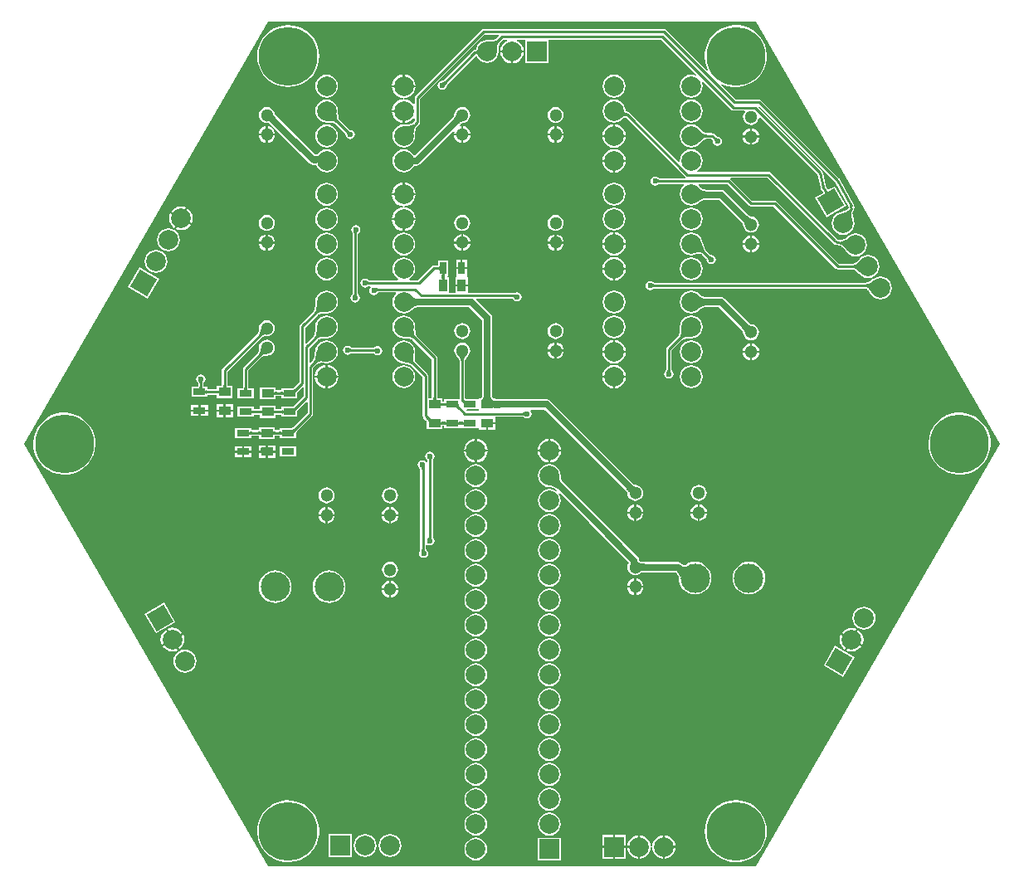
<source format=gbl>
G04*
G04 #@! TF.GenerationSoftware,Altium Limited,Altium Designer,21.0.9 (235)*
G04*
G04 Layer_Physical_Order=2*
G04 Layer_Color=16711680*
%FSLAX25Y25*%
%MOIN*%
G70*
G04*
G04 #@! TF.SameCoordinates,40033AE3-64CB-4EA6-9D7A-4CABB624556D*
G04*
G04*
G04 #@! TF.FilePolarity,Positive*
G04*
G01*
G75*
%ADD19C,0.02756*%
%ADD20C,0.01000*%
%ADD21C,0.00984*%
%ADD22C,0.05118*%
%ADD23C,0.23622*%
%ADD24C,0.11811*%
%ADD25C,0.07874*%
%ADD26P,0.11136X4X195.0*%
%ADD27R,0.07874X0.07874*%
%ADD28P,0.11136X4X75.0*%
%ADD29R,0.07874X0.07874*%
%ADD30C,0.02362*%
%ADD31R,0.05118X0.02756*%
%ADD32R,0.05118X0.03543*%
%ADD33R,0.02756X0.05118*%
%ADD34R,0.03543X0.05118*%
G36*
X584377Y458500D02*
X486439Y288865D01*
X290562D01*
X192623Y458500D01*
X290562Y628134D01*
X486439D01*
X584377Y458500D01*
D02*
G37*
%LPC*%
G36*
X393213Y615606D02*
X388894D01*
Y611287D01*
X389733Y611397D01*
X390883Y611873D01*
X391869Y612631D01*
X392627Y613617D01*
X393103Y614767D01*
X393213Y615606D01*
D02*
G37*
G36*
X388106D02*
X383787D01*
X383897Y614767D01*
X384373Y613617D01*
X385131Y612631D01*
X386117Y611873D01*
X387267Y611397D01*
X388106Y611287D01*
Y615606D01*
D02*
G37*
G36*
X477748Y626676D02*
X475807Y626421D01*
X473929Y625865D01*
X472162Y625022D01*
X470548Y623912D01*
X469128Y622565D01*
X467936Y621011D01*
X467001Y619290D01*
X466347Y617444D01*
X465990Y615519D01*
X465939Y613561D01*
X466195Y611620D01*
X466751Y609742D01*
X467238Y608720D01*
X466824Y608427D01*
X450437Y624815D01*
X450063Y625064D01*
X449622Y625152D01*
X377000D01*
X376559Y625064D01*
X376185Y624815D01*
X349685Y598315D01*
X349436Y597941D01*
X349348Y597500D01*
Y595042D01*
X348848Y594872D01*
X348370Y595496D01*
X347383Y596253D01*
X346233Y596729D01*
X345356Y596844D01*
X345132Y596874D01*
Y597378D01*
X345356Y597408D01*
X346233Y597523D01*
X347383Y597999D01*
X348370Y598757D01*
X349127Y599743D01*
X349603Y600893D01*
X349713Y601732D01*
X345000D01*
X340287D01*
X340397Y600893D01*
X340873Y599743D01*
X341631Y598757D01*
X342617Y597999D01*
X343767Y597523D01*
X344644Y597408D01*
X344868Y597378D01*
Y596874D01*
X344644Y596844D01*
X343767Y596729D01*
X342617Y596253D01*
X341631Y595496D01*
X340873Y594509D01*
X340397Y593359D01*
X340287Y592520D01*
X345000D01*
Y592126D01*
X345394D01*
Y587413D01*
X346233Y587523D01*
X347383Y587999D01*
X348370Y588757D01*
X348848Y589380D01*
X349348Y589210D01*
Y588103D01*
X348557Y587313D01*
X348504Y587268D01*
X348335Y587165D01*
X348111Y587064D01*
X347831Y586970D01*
X347495Y586888D01*
X347121Y586821D01*
X345622Y586708D01*
X345201Y586706D01*
X345000Y586732D01*
X343808Y586575D01*
X342697Y586115D01*
X341743Y585383D01*
X341011Y584429D01*
X340551Y583318D01*
X340394Y582126D01*
X340551Y580934D01*
X341011Y579823D01*
X341743Y578869D01*
X342697Y578137D01*
X343808Y577677D01*
X345000Y577520D01*
X346192Y577677D01*
X347303Y578137D01*
X348257Y578869D01*
X348989Y579823D01*
X349449Y580934D01*
X349606Y582126D01*
X349580Y582327D01*
X349582Y582755D01*
X349640Y583799D01*
X349693Y584233D01*
X349762Y584621D01*
X349845Y584957D01*
X349938Y585237D01*
X350039Y585461D01*
X350142Y585630D01*
X350187Y585683D01*
X351315Y586811D01*
X351564Y587185D01*
X351652Y587626D01*
Y597023D01*
X377477Y622848D01*
X383012D01*
X383219Y622348D01*
X382057Y621187D01*
X382004Y621142D01*
X381835Y621039D01*
X381611Y620938D01*
X381330Y620844D01*
X380995Y620762D01*
X380621Y620695D01*
X379122Y620582D01*
X378701Y620580D01*
X378500Y620606D01*
X377308Y620449D01*
X376197Y619989D01*
X375243Y619257D01*
X374511Y618303D01*
X374051Y617192D01*
X374013Y616909D01*
X373997Y616849D01*
X373996Y616848D01*
X373974Y616837D01*
X373930Y616822D01*
X373861Y616807D01*
X373811Y616801D01*
X373649D01*
X373208Y616713D01*
X372834Y616463D01*
X360827Y604456D01*
X360778Y604420D01*
X360729Y604389D01*
X360685Y604365D01*
X360645Y604348D01*
X360610Y604337D01*
X360582Y604330D01*
X360500Y604347D01*
X359793Y604206D01*
X359194Y603806D01*
X358794Y603207D01*
X358653Y602500D01*
X358794Y601793D01*
X359194Y601194D01*
X359793Y600794D01*
X360500Y600654D01*
X361207Y600794D01*
X361806Y601194D01*
X362206Y601793D01*
X362347Y602500D01*
X362330Y602582D01*
X362337Y602610D01*
X362348Y602645D01*
X362366Y602685D01*
X362389Y602729D01*
X362420Y602778D01*
X362456Y602827D01*
X373772Y614142D01*
X373837Y614165D01*
X373865Y614173D01*
X374371Y614035D01*
X374511Y613697D01*
X375243Y612743D01*
X376197Y612011D01*
X377308Y611551D01*
X378500Y611394D01*
X379692Y611551D01*
X380803Y612011D01*
X381757Y612743D01*
X382489Y613697D01*
X382949Y614808D01*
X383106Y616000D01*
X383080Y616201D01*
X383082Y616629D01*
X383140Y617673D01*
X383193Y618107D01*
X383262Y618495D01*
X383345Y618830D01*
X383438Y619111D01*
X383539Y619335D01*
X383642Y619504D01*
X383687Y619557D01*
X384977Y620848D01*
X386552D01*
X386651Y620348D01*
X386117Y620127D01*
X385131Y619370D01*
X384373Y618383D01*
X383897Y617233D01*
X383787Y616394D01*
X388500D01*
Y616000D01*
D01*
Y616394D01*
X393213D01*
X393103Y617233D01*
X392627Y618383D01*
X391869Y619370D01*
X390883Y620127D01*
X390349Y620348D01*
X390448Y620848D01*
X393549D01*
X393933Y620567D01*
X393933Y620348D01*
Y611433D01*
X403067D01*
Y620348D01*
X403067Y620567D01*
X403450Y620848D01*
X448389D01*
X462423Y606814D01*
X462140Y606390D01*
X461692Y606575D01*
X460500Y606732D01*
X459308Y606575D01*
X458197Y606115D01*
X457243Y605383D01*
X456511Y604429D01*
X456051Y603318D01*
X455894Y602126D01*
X456051Y600934D01*
X456511Y599823D01*
X457243Y598869D01*
X458197Y598137D01*
X459308Y597677D01*
X460500Y597520D01*
X461692Y597677D01*
X462803Y598137D01*
X463757Y598869D01*
X464489Y599823D01*
X464949Y600934D01*
X465106Y602126D01*
X464949Y603318D01*
X464764Y603766D01*
X465188Y604049D01*
X476613Y592624D01*
X476986Y592375D01*
X477427Y592287D01*
X481797D01*
X482043Y591787D01*
X481714Y591358D01*
X481393Y590583D01*
X481284Y589750D01*
X481393Y588917D01*
X481714Y588142D01*
X482226Y587476D01*
X482892Y586964D01*
X483668Y586643D01*
X484500Y586533D01*
X485332Y586643D01*
X486108Y586964D01*
X486774Y587476D01*
X487286Y588142D01*
X487607Y588917D01*
X487677Y589453D01*
X488205Y589632D01*
X511177Y566660D01*
X512350Y561402D01*
X512390Y561311D01*
X512444Y561040D01*
X512562Y560862D01*
X512584Y560798D01*
X512585Y560796D01*
X513449Y559300D01*
X513476Y559242D01*
X513499Y559182D01*
X510261Y557313D01*
X514828Y549403D01*
X522739Y553969D01*
X518172Y561880D01*
X515882Y560558D01*
X515248Y560761D01*
X514828Y561488D01*
X514614Y561902D01*
X514614Y561902D01*
X514501Y562292D01*
X514470Y562406D01*
X513335Y567497D01*
X513309Y567556D01*
X513283Y567690D01*
X513187Y567833D01*
X513155Y567906D01*
X513109Y567950D01*
X513033Y568063D01*
X487487Y593609D01*
X487652Y594152D01*
X487678Y594157D01*
X518177Y563658D01*
X523687Y553519D01*
X523678Y553497D01*
X523688Y553474D01*
X523419Y552973D01*
X523380Y552914D01*
X523248Y552768D01*
X523063Y552607D01*
X522821Y552437D01*
X522523Y552261D01*
X522183Y552090D01*
X520776Y551548D01*
X520455Y551449D01*
X520308Y551430D01*
X519197Y550970D01*
X518243Y550238D01*
X517511Y549284D01*
X517051Y548173D01*
X516894Y546981D01*
X517051Y545789D01*
X517511Y544678D01*
X518243Y543724D01*
X519197Y542992D01*
X520308Y542531D01*
X521500Y542374D01*
X522692Y542531D01*
X523803Y542992D01*
X524757Y543724D01*
X525489Y544678D01*
X525949Y545789D01*
X526106Y546981D01*
X525949Y548173D01*
X525854Y548402D01*
X525705Y548907D01*
X525458Y549927D01*
X525383Y550358D01*
X525336Y550751D01*
X525318Y551096D01*
X525326Y551392D01*
X525357Y551635D01*
X525407Y551825D01*
X525434Y551891D01*
X525757Y552490D01*
X525769Y552531D01*
X525865Y552675D01*
X526029Y553497D01*
X525865Y554319D01*
X525765Y554469D01*
X525751Y554513D01*
X520155Y564810D01*
X520154Y564816D01*
X520144Y564831D01*
X520095Y564921D01*
X520038Y564990D01*
X519904Y565189D01*
X488610Y596484D01*
X488236Y596734D01*
X487795Y596821D01*
X478430D01*
X472628Y602624D01*
X472930Y603028D01*
X473326Y602814D01*
X475172Y602160D01*
X477097Y601803D01*
X479055Y601752D01*
X480996Y602007D01*
X482874Y602564D01*
X484641Y603407D01*
X486255Y604516D01*
X487676Y605864D01*
X488868Y607417D01*
X489802Y609138D01*
X490456Y610984D01*
X490813Y612910D01*
X490864Y614867D01*
X490608Y616809D01*
X490052Y618686D01*
X489209Y620454D01*
X488100Y622068D01*
X486752Y623488D01*
X485198Y624680D01*
X483477Y625615D01*
X481632Y626268D01*
X479706Y626625D01*
X477748Y626676D01*
D02*
G37*
G36*
X345394Y606839D02*
Y602520D01*
X349713D01*
X349603Y603359D01*
X349127Y604509D01*
X348370Y605496D01*
X347383Y606253D01*
X346233Y606729D01*
X345394Y606839D01*
D02*
G37*
G36*
X344606D02*
X343767Y606729D01*
X342617Y606253D01*
X341631Y605496D01*
X340873Y604509D01*
X340397Y603359D01*
X340287Y602520D01*
X344606D01*
Y606839D01*
D02*
G37*
G36*
X298598Y626693D02*
X296646Y626540D01*
X294742Y626083D01*
X292933Y625333D01*
X291263Y624310D01*
X289774Y623038D01*
X288502Y621549D01*
X287479Y619880D01*
X286730Y618070D01*
X286273Y616166D01*
X286119Y614214D01*
X286273Y612262D01*
X286730Y610358D01*
X287479Y608549D01*
X288502Y606879D01*
X289774Y605390D01*
X291263Y604118D01*
X292933Y603095D01*
X294742Y602346D01*
X296646Y601888D01*
X298598Y601735D01*
X300551Y601888D01*
X302455Y602346D01*
X304264Y603095D01*
X305934Y604118D01*
X307423Y605390D01*
X308695Y606879D01*
X309718Y608549D01*
X310467Y610358D01*
X310924Y612262D01*
X311078Y614214D01*
X310924Y616166D01*
X310467Y618070D01*
X309718Y619880D01*
X308695Y621549D01*
X307423Y623038D01*
X305934Y624310D01*
X304264Y625333D01*
X302455Y626083D01*
X300551Y626540D01*
X298598Y626693D01*
D02*
G37*
G36*
X429500Y606732D02*
X428308Y606575D01*
X427197Y606115D01*
X426243Y605383D01*
X425511Y604429D01*
X425051Y603318D01*
X424894Y602126D01*
X425051Y600934D01*
X425511Y599823D01*
X426243Y598869D01*
X427197Y598137D01*
X428308Y597677D01*
X429500Y597520D01*
X430692Y597677D01*
X431803Y598137D01*
X432757Y598869D01*
X433489Y599823D01*
X433949Y600934D01*
X434106Y602126D01*
X433949Y603318D01*
X433489Y604429D01*
X432757Y605383D01*
X431803Y606115D01*
X430692Y606575D01*
X429500Y606732D01*
D02*
G37*
G36*
X314000D02*
X312808Y606575D01*
X311697Y606115D01*
X310743Y605383D01*
X310011Y604429D01*
X309551Y603318D01*
X309394Y602126D01*
X309551Y600934D01*
X310011Y599823D01*
X310743Y598869D01*
X311697Y598137D01*
X312808Y597677D01*
X314000Y597520D01*
X315192Y597677D01*
X316303Y598137D01*
X317257Y598869D01*
X317989Y599823D01*
X318449Y600934D01*
X318606Y602126D01*
X318449Y603318D01*
X317989Y604429D01*
X317257Y605383D01*
X316303Y606115D01*
X315192Y606575D01*
X314000Y606732D01*
D02*
G37*
G36*
X460500Y596732D02*
X459308Y596575D01*
X458197Y596115D01*
X457243Y595383D01*
X456511Y594429D01*
X456051Y593318D01*
X455894Y592126D01*
X456051Y590934D01*
X456511Y589823D01*
X457243Y588869D01*
X458197Y588137D01*
X459308Y587677D01*
X460500Y587520D01*
X461692Y587677D01*
X462803Y588137D01*
X463757Y588869D01*
X464489Y589823D01*
X464949Y590934D01*
X465106Y592126D01*
X464949Y593318D01*
X464489Y594429D01*
X463757Y595383D01*
X462803Y596115D01*
X461692Y596575D01*
X460500Y596732D01*
D02*
G37*
G36*
X344606Y591732D02*
X340287D01*
X340397Y590893D01*
X340873Y589743D01*
X341631Y588757D01*
X342617Y587999D01*
X343767Y587523D01*
X344606Y587413D01*
Y591732D01*
D02*
G37*
G36*
X406000Y593716D02*
X405167Y593607D01*
X404392Y593286D01*
X403726Y592774D01*
X403214Y592108D01*
X402893Y591332D01*
X402783Y590500D01*
X402893Y589668D01*
X403214Y588892D01*
X403726Y588226D01*
X404392Y587714D01*
X405167Y587393D01*
X406000Y587284D01*
X406833Y587393D01*
X407608Y587714D01*
X408274Y588226D01*
X408786Y588892D01*
X409107Y589668D01*
X409216Y590500D01*
X409107Y591332D01*
X408786Y592108D01*
X408274Y592774D01*
X407608Y593286D01*
X406833Y593607D01*
X406000Y593716D01*
D02*
G37*
G36*
X368500D02*
X367668Y593607D01*
X366892Y593286D01*
X366226Y592774D01*
X365714Y592108D01*
X365393Y591332D01*
X365283Y590500D01*
X365292Y590437D01*
X365285Y590408D01*
X365259Y590338D01*
X365213Y590242D01*
X365145Y590127D01*
X365062Y590005D01*
X364808Y589703D01*
X349531Y574427D01*
X349279Y574428D01*
X348921Y574518D01*
X348257Y575383D01*
X347303Y576115D01*
X346192Y576575D01*
X345000Y576732D01*
X343808Y576575D01*
X342697Y576115D01*
X341743Y575383D01*
X341011Y574429D01*
X340551Y573318D01*
X340394Y572126D01*
X340551Y570934D01*
X341011Y569823D01*
X341743Y568869D01*
X342697Y568137D01*
X343808Y567677D01*
X345000Y567520D01*
X346192Y567677D01*
X347303Y568137D01*
X348257Y568869D01*
X348989Y569823D01*
X349095Y570079D01*
X350126D01*
X350126Y570079D01*
X350909Y570235D01*
X351574Y570678D01*
X364913Y584018D01*
X365337Y583735D01*
X365240Y583500D01*
X365177Y583020D01*
X368106D01*
Y585950D01*
X367626Y585886D01*
X367391Y585789D01*
X367108Y586213D01*
X367765Y586870D01*
X367849Y586944D01*
X367993Y587054D01*
X368127Y587145D01*
X368242Y587213D01*
X368337Y587259D01*
X368408Y587285D01*
X368437Y587292D01*
X368500Y587284D01*
X369333Y587393D01*
X370108Y587714D01*
X370774Y588226D01*
X371286Y588892D01*
X371607Y589668D01*
X371716Y590500D01*
X371607Y591332D01*
X371286Y592108D01*
X370774Y592774D01*
X370108Y593286D01*
X369333Y593607D01*
X368500Y593716D01*
D02*
G37*
G36*
X406394Y585950D02*
Y583020D01*
X409324D01*
X409260Y583500D01*
X408923Y584314D01*
X408387Y585013D01*
X407688Y585549D01*
X406874Y585886D01*
X406394Y585950D01*
D02*
G37*
G36*
X368894D02*
Y583020D01*
X371824D01*
X371760Y583500D01*
X371423Y584314D01*
X370887Y585013D01*
X370188Y585549D01*
X369374Y585886D01*
X368894Y585950D01*
D02*
G37*
G36*
X290394Y585950D02*
Y583020D01*
X293323D01*
X293260Y583500D01*
X292923Y584314D01*
X292387Y585013D01*
X291688Y585549D01*
X290874Y585886D01*
X290394Y585950D01*
D02*
G37*
G36*
X405606Y585950D02*
X405126Y585886D01*
X404312Y585549D01*
X403613Y585013D01*
X403077Y584314D01*
X402740Y583500D01*
X402676Y583020D01*
X405606D01*
Y585950D01*
D02*
G37*
G36*
X289606Y585950D02*
X289126Y585886D01*
X288312Y585549D01*
X287613Y585013D01*
X287077Y584314D01*
X286740Y583500D01*
X286677Y583020D01*
X289606D01*
Y585950D01*
D02*
G37*
G36*
X429894Y586839D02*
Y582520D01*
X434213D01*
X434103Y583359D01*
X433627Y584509D01*
X432869Y585496D01*
X431883Y586253D01*
X430733Y586729D01*
X429894Y586839D01*
D02*
G37*
G36*
X429106D02*
X428267Y586729D01*
X427117Y586253D01*
X426130Y585496D01*
X425373Y584509D01*
X424897Y583359D01*
X424787Y582520D01*
X429106D01*
Y586839D01*
D02*
G37*
G36*
X484894Y585199D02*
Y582270D01*
X487823D01*
X487760Y582750D01*
X487423Y583564D01*
X486887Y584263D01*
X486188Y584799D01*
X485374Y585136D01*
X484894Y585199D01*
D02*
G37*
G36*
X484106D02*
X483626Y585136D01*
X482812Y584799D01*
X482113Y584263D01*
X481577Y583564D01*
X481240Y582750D01*
X481177Y582270D01*
X484106D01*
Y585199D01*
D02*
G37*
G36*
X314000Y596732D02*
X312808Y596575D01*
X311697Y596115D01*
X310743Y595383D01*
X310011Y594429D01*
X309551Y593318D01*
X309394Y592126D01*
X309551Y590934D01*
X310011Y589823D01*
X310743Y588869D01*
X311697Y588137D01*
X312808Y587677D01*
X314000Y587520D01*
X314201Y587546D01*
X314629Y587544D01*
X315673Y587486D01*
X316107Y587433D01*
X316495Y587364D01*
X316830Y587282D01*
X317111Y587188D01*
X317335Y587087D01*
X317504Y586984D01*
X317557Y586939D01*
X321544Y582953D01*
X321580Y582904D01*
X321611Y582855D01*
X321635Y582811D01*
X321652Y582771D01*
X321663Y582736D01*
X321670Y582708D01*
X321654Y582626D01*
X321794Y581919D01*
X322194Y581320D01*
X322793Y580920D01*
X323500Y580780D01*
X324207Y580920D01*
X324806Y581320D01*
X325206Y581919D01*
X325346Y582626D01*
X325206Y583333D01*
X324806Y583932D01*
X324207Y584332D01*
X323500Y584473D01*
X323418Y584456D01*
X323390Y584463D01*
X323355Y584474D01*
X323315Y584491D01*
X323271Y584515D01*
X323222Y584546D01*
X323173Y584582D01*
X319187Y588569D01*
X319142Y588622D01*
X319039Y588791D01*
X318938Y589015D01*
X318845Y589295D01*
X318762Y589631D01*
X318695Y590005D01*
X318582Y591503D01*
X318580Y591924D01*
X318606Y592126D01*
X318449Y593318D01*
X317989Y594429D01*
X317257Y595383D01*
X316303Y596115D01*
X315192Y596575D01*
X314000Y596732D01*
D02*
G37*
G36*
X293323Y582232D02*
X290394D01*
Y579303D01*
X290874Y579366D01*
X291688Y579703D01*
X292387Y580239D01*
X292923Y580938D01*
X293260Y581752D01*
X293323Y582232D01*
D02*
G37*
G36*
X289606D02*
X286677D01*
X286740Y581752D01*
X287077Y580938D01*
X287613Y580239D01*
X288312Y579703D01*
X289126Y579366D01*
X289606Y579303D01*
Y582232D01*
D02*
G37*
G36*
X409324D02*
X406394D01*
Y579303D01*
X406874Y579366D01*
X407688Y579703D01*
X408387Y580239D01*
X408923Y580938D01*
X409260Y581752D01*
X409324Y582232D01*
D02*
G37*
G36*
X371824D02*
X368894D01*
Y579303D01*
X369374Y579366D01*
X370188Y579703D01*
X370887Y580239D01*
X371423Y580938D01*
X371760Y581752D01*
X371824Y582232D01*
D02*
G37*
G36*
X368106D02*
X365177D01*
X365240Y581752D01*
X365577Y580938D01*
X366113Y580239D01*
X366812Y579703D01*
X367626Y579366D01*
X368106Y579303D01*
Y582232D01*
D02*
G37*
G36*
X405606D02*
X402676D01*
X402740Y581752D01*
X403077Y580938D01*
X403613Y580239D01*
X404312Y579703D01*
X405126Y579366D01*
X405606Y579303D01*
Y582232D01*
D02*
G37*
G36*
X487823Y581482D02*
X484894D01*
Y578552D01*
X485374Y578616D01*
X486188Y578953D01*
X486887Y579489D01*
X487423Y580188D01*
X487760Y581002D01*
X487823Y581482D01*
D02*
G37*
G36*
X484106D02*
X481177D01*
X481240Y581002D01*
X481577Y580188D01*
X482113Y579489D01*
X482812Y578953D01*
X483626Y578616D01*
X484106Y578552D01*
Y581482D01*
D02*
G37*
G36*
X460500Y586732D02*
X459308Y586575D01*
X458197Y586115D01*
X457243Y585383D01*
X456511Y584429D01*
X456051Y583318D01*
X455894Y582126D01*
X456051Y580934D01*
X456511Y579823D01*
X457243Y578869D01*
X458197Y578137D01*
X459308Y577677D01*
X460500Y577520D01*
X461692Y577677D01*
X462803Y578137D01*
X463757Y578869D01*
X463881Y579030D01*
X464185Y579331D01*
X464964Y580028D01*
X465308Y580297D01*
X465632Y580523D01*
X465927Y580702D01*
X466192Y580834D01*
X466422Y580921D01*
X466613Y580968D01*
X466683Y580974D01*
X468397D01*
X469044Y580327D01*
X469080Y580278D01*
X469111Y580229D01*
X469135Y580185D01*
X469152Y580145D01*
X469163Y580110D01*
X469170Y580082D01*
X469153Y580000D01*
X469294Y579293D01*
X469694Y578694D01*
X470293Y578294D01*
X471000Y578154D01*
X471707Y578294D01*
X472306Y578694D01*
X472706Y579293D01*
X472847Y580000D01*
X472706Y580707D01*
X472306Y581306D01*
X471707Y581706D01*
X471000Y581847D01*
X470918Y581830D01*
X470890Y581837D01*
X470855Y581848D01*
X470815Y581866D01*
X470771Y581889D01*
X470722Y581920D01*
X470673Y581956D01*
X469689Y582941D01*
X469315Y583190D01*
X468874Y583278D01*
X466683D01*
X466613Y583284D01*
X466422Y583331D01*
X466191Y583418D01*
X465927Y583550D01*
X465632Y583729D01*
X465320Y583946D01*
X464180Y584926D01*
X463881Y585222D01*
X463757Y585383D01*
X462803Y586115D01*
X461692Y586575D01*
X460500Y586732D01*
D02*
G37*
G36*
X314000D02*
X312808Y586575D01*
X311697Y586115D01*
X310743Y585383D01*
X310011Y584429D01*
X309551Y583318D01*
X309394Y582126D01*
X309551Y580934D01*
X310011Y579823D01*
X310743Y578869D01*
X311697Y578137D01*
X312808Y577677D01*
X314000Y577520D01*
X315192Y577677D01*
X316303Y578137D01*
X317257Y578869D01*
X317989Y579823D01*
X318449Y580934D01*
X318606Y582126D01*
X318449Y583318D01*
X317989Y584429D01*
X317257Y585383D01*
X316303Y586115D01*
X315192Y586575D01*
X314000Y586732D01*
D02*
G37*
G36*
X434213Y581732D02*
X424787D01*
X424897Y580893D01*
X425373Y579743D01*
X426130Y578757D01*
X427117Y577999D01*
X428267Y577523D01*
X429144Y577408D01*
X429368Y577378D01*
Y576874D01*
X429144Y576844D01*
X428267Y576729D01*
X427117Y576253D01*
X426130Y575495D01*
X425373Y574509D01*
X424897Y573359D01*
X424787Y572520D01*
X434213D01*
X434103Y573359D01*
X433627Y574509D01*
X432869Y575495D01*
X431883Y576253D01*
X430733Y576729D01*
X429856Y576844D01*
X429632Y576874D01*
Y577378D01*
X429856Y577408D01*
X430733Y577523D01*
X431883Y577999D01*
X432869Y578757D01*
X433627Y579743D01*
X434103Y580893D01*
X434213Y581732D01*
D02*
G37*
G36*
X290000Y593716D02*
X289167Y593607D01*
X288392Y593286D01*
X287726Y592774D01*
X287214Y592108D01*
X286893Y591332D01*
X286784Y590500D01*
X286893Y589668D01*
X287214Y588892D01*
X287726Y588226D01*
X288392Y587714D01*
X289167Y587393D01*
X290000Y587284D01*
X290503Y587350D01*
X290537Y587346D01*
X290607Y587353D01*
X290637Y587350D01*
X290694Y587337D01*
X290776Y587306D01*
X290882Y587253D01*
X291007Y587176D01*
X291144Y587079D01*
X291280Y586964D01*
X295521Y582723D01*
X295521Y582723D01*
X307108Y571136D01*
X307108Y571136D01*
X307772Y570692D01*
X308556Y570536D01*
X308556Y570536D01*
X309203D01*
X309305Y570527D01*
X309485Y570501D01*
X309626Y570471D01*
X309724Y570441D01*
X309762Y570424D01*
X310011Y569823D01*
X310743Y568869D01*
X311697Y568137D01*
X312808Y567677D01*
X314000Y567520D01*
X315192Y567677D01*
X316303Y568137D01*
X317257Y568869D01*
X317989Y569823D01*
X318449Y570934D01*
X318606Y572126D01*
X318449Y573318D01*
X317989Y574429D01*
X317257Y575383D01*
X316303Y576115D01*
X315192Y576575D01*
X314000Y576732D01*
X312808Y576575D01*
X311697Y576115D01*
X310743Y575383D01*
X310262Y574757D01*
X310228Y574743D01*
X310120Y574714D01*
X309982Y574687D01*
X309391Y574643D01*
X298416Y585618D01*
X298416Y585618D01*
X298416Y585618D01*
X293555Y590480D01*
X293350Y590730D01*
X293270Y590841D01*
X293209Y590936D01*
X293172Y591005D01*
X293158Y591040D01*
X293144Y591090D01*
X293137Y591106D01*
X293107Y591332D01*
X292786Y592108D01*
X292274Y592774D01*
X291608Y593286D01*
X290832Y593607D01*
X290000Y593716D01*
D02*
G37*
G36*
X434213Y571732D02*
X429894D01*
Y567413D01*
X430733Y567523D01*
X431883Y567999D01*
X432869Y568756D01*
X433627Y569743D01*
X434103Y570893D01*
X434213Y571732D01*
D02*
G37*
G36*
X429106D02*
X424787D01*
X424897Y570893D01*
X425373Y569743D01*
X426130Y568756D01*
X427117Y567999D01*
X428267Y567523D01*
X429106Y567413D01*
Y571732D01*
D02*
G37*
G36*
X429500Y596732D02*
X428308Y596575D01*
X427197Y596115D01*
X426243Y595383D01*
X425511Y594429D01*
X425051Y593318D01*
X424894Y592126D01*
X425051Y590934D01*
X425511Y589823D01*
X426243Y588869D01*
X427197Y588137D01*
X428308Y587677D01*
X429500Y587520D01*
X430692Y587677D01*
X431803Y588137D01*
X432757Y588869D01*
X432853Y588994D01*
X432899Y589036D01*
X433069Y589172D01*
X433244Y589290D01*
X433424Y589391D01*
X433610Y589476D01*
X433803Y589546D01*
X434004Y589601D01*
X434213Y589641D01*
X458127Y565727D01*
X458238Y565652D01*
X458087Y565152D01*
X447614D01*
X447554Y565161D01*
X447498Y565174D01*
X447450Y565188D01*
X447410Y565204D01*
X447376Y565221D01*
X447352Y565236D01*
X447306Y565306D01*
X446707Y565706D01*
X446000Y565846D01*
X445293Y565706D01*
X444694Y565306D01*
X444294Y564707D01*
X444153Y564000D01*
X444294Y563293D01*
X444694Y562694D01*
X445293Y562294D01*
X446000Y562153D01*
X446707Y562294D01*
X447306Y562694D01*
X447352Y562764D01*
X447376Y562779D01*
X447410Y562796D01*
X447450Y562812D01*
X447498Y562826D01*
X447554Y562839D01*
X447614Y562848D01*
X457516D01*
X457686Y562348D01*
X457243Y562008D01*
X456511Y561054D01*
X456051Y559943D01*
X455894Y558751D01*
X456051Y557559D01*
X456511Y556448D01*
X457243Y555494D01*
X458197Y554762D01*
X459308Y554302D01*
X460500Y554145D01*
X461692Y554302D01*
X462803Y554762D01*
X463757Y555494D01*
X463791Y555538D01*
X463821Y555563D01*
X464087Y555758D01*
X464359Y555928D01*
X464636Y556075D01*
X464918Y556199D01*
X465207Y556299D01*
X465504Y556378D01*
X465809Y556434D01*
X465982Y556453D01*
X471652D01*
X480870Y547235D01*
X480944Y547151D01*
X481054Y547007D01*
X481145Y546873D01*
X481213Y546758D01*
X481259Y546663D01*
X481285Y546592D01*
X481292Y546563D01*
X481284Y546500D01*
X481393Y545668D01*
X481714Y544892D01*
X482226Y544226D01*
X482892Y543714D01*
X483668Y543393D01*
X484500Y543284D01*
X485332Y543393D01*
X486108Y543714D01*
X486774Y544226D01*
X487286Y544892D01*
X487607Y545668D01*
X487716Y546500D01*
X487607Y547332D01*
X487286Y548108D01*
X486774Y548774D01*
X486108Y549286D01*
X485332Y549607D01*
X484500Y549717D01*
X484437Y549708D01*
X484408Y549715D01*
X484338Y549741D01*
X484242Y549787D01*
X484127Y549855D01*
X484005Y549938D01*
X483703Y550192D01*
X473948Y559948D01*
X473283Y560391D01*
X472500Y560547D01*
X472500Y560547D01*
X466193D01*
X466002Y560570D01*
X465708Y560631D01*
X465428Y560715D01*
X465160Y560823D01*
X464904Y560955D01*
X464657Y561112D01*
X464419Y561295D01*
X464189Y561505D01*
X463951Y561760D01*
X463943Y561766D01*
X463757Y562008D01*
X463314Y562348D01*
X463484Y562848D01*
X475023D01*
X483685Y554185D01*
X484059Y553936D01*
X484500Y553848D01*
X493523D01*
X518525Y528846D01*
X518899Y528596D01*
X519340Y528508D01*
X525317D01*
X525387Y528502D01*
X525578Y528455D01*
X525808Y528368D01*
X526073Y528236D01*
X526368Y528058D01*
X526680Y527840D01*
X527820Y526861D01*
X528119Y526564D01*
X528243Y526403D01*
X529197Y525671D01*
X530308Y525211D01*
X531500Y525054D01*
X532692Y525211D01*
X533803Y525671D01*
X534757Y526403D01*
X535489Y527357D01*
X535949Y528468D01*
X536106Y529660D01*
X535949Y530853D01*
X535489Y531963D01*
X534757Y532917D01*
X533803Y533649D01*
X532692Y534110D01*
X531500Y534267D01*
X530308Y534110D01*
X529197Y533649D01*
X528243Y532917D01*
X528119Y532756D01*
X527815Y532455D01*
X527036Y531758D01*
X526692Y531489D01*
X526368Y531263D01*
X526073Y531084D01*
X525808Y530952D01*
X525578Y530865D01*
X525387Y530818D01*
X525317Y530812D01*
X519817D01*
X494815Y555815D01*
X494441Y556064D01*
X494000Y556152D01*
X484977D01*
X476315Y564815D01*
X476200Y564891D01*
X476351Y565391D01*
X491172D01*
X517447Y539117D01*
X517602Y538885D01*
X518299Y538419D01*
X518680Y538343D01*
X518806Y538299D01*
X520212Y538091D01*
X520282Y538075D01*
X520463Y538001D01*
X520677Y537881D01*
X520919Y537711D01*
X521186Y537491D01*
X521462Y537229D01*
X522450Y536090D01*
X522803Y535619D01*
X522847Y535579D01*
X523243Y535063D01*
X524197Y534331D01*
X525308Y533871D01*
X526500Y533714D01*
X527692Y533871D01*
X528803Y534331D01*
X529757Y535063D01*
X530489Y536017D01*
X530949Y537128D01*
X531106Y538320D01*
X530949Y539513D01*
X530489Y540624D01*
X529757Y541578D01*
X528803Y542310D01*
X527692Y542770D01*
X526500Y542927D01*
X525308Y542770D01*
X524197Y542310D01*
X523791Y541998D01*
X523740Y541974D01*
X523261Y541622D01*
X522386Y541044D01*
X522005Y540826D01*
X521651Y540649D01*
X521333Y540515D01*
X521052Y540422D01*
X520812Y540369D01*
X520617Y540351D01*
X520546Y540355D01*
X519266Y540544D01*
X519264Y540547D01*
X519166Y540588D01*
X519074Y540726D01*
X492455Y567344D01*
X492084Y567592D01*
X491646Y567679D01*
X462894D01*
X462877Y567764D01*
X462859Y568179D01*
X463757Y568869D01*
X464489Y569823D01*
X464949Y570934D01*
X465106Y572126D01*
X464949Y573318D01*
X464489Y574429D01*
X463757Y575383D01*
X462803Y576115D01*
X461692Y576575D01*
X460500Y576732D01*
X459308Y576575D01*
X458197Y576115D01*
X457243Y575383D01*
X456511Y574429D01*
X456051Y573318D01*
X455894Y572126D01*
X455933Y571826D01*
X455485Y571604D01*
X435473Y591617D01*
X435102Y591865D01*
X434664Y591952D01*
X434525D01*
X434424Y591971D01*
X434347Y591998D01*
X434291Y592030D01*
X434245Y592067D01*
X434202Y592118D01*
X434159Y592191D01*
X434117Y592294D01*
X434081Y592431D01*
X434051Y592631D01*
X434034Y592678D01*
X433949Y593318D01*
X433489Y594429D01*
X432757Y595383D01*
X431803Y596115D01*
X430692Y596575D01*
X429500Y596732D01*
D02*
G37*
G36*
X345394Y563337D02*
Y559018D01*
X349713D01*
X349603Y559857D01*
X349127Y561007D01*
X348370Y561994D01*
X347383Y562751D01*
X346233Y563227D01*
X345394Y563337D01*
D02*
G37*
G36*
X344606D02*
X343767Y563227D01*
X342617Y562751D01*
X341631Y561994D01*
X340873Y561007D01*
X340397Y559857D01*
X340287Y559018D01*
X344606D01*
Y563337D01*
D02*
G37*
G36*
X429500Y563357D02*
X428308Y563200D01*
X427197Y562740D01*
X426243Y562008D01*
X425511Y561054D01*
X425051Y559943D01*
X424894Y558751D01*
X425051Y557559D01*
X425511Y556448D01*
X426243Y555494D01*
X427197Y554762D01*
X428308Y554302D01*
X429500Y554145D01*
X430692Y554302D01*
X431803Y554762D01*
X432757Y555494D01*
X433489Y556448D01*
X433949Y557559D01*
X434106Y558751D01*
X433949Y559943D01*
X433489Y561054D01*
X432757Y562008D01*
X431803Y562740D01*
X430692Y563200D01*
X429500Y563357D01*
D02*
G37*
G36*
X314000Y563230D02*
X312808Y563073D01*
X311697Y562613D01*
X310743Y561881D01*
X310011Y560927D01*
X309551Y559816D01*
X309394Y558624D01*
X309551Y557432D01*
X310011Y556321D01*
X310743Y555367D01*
X311697Y554635D01*
X312808Y554175D01*
X314000Y554018D01*
X315192Y554175D01*
X316303Y554635D01*
X317257Y555367D01*
X317989Y556321D01*
X318449Y557432D01*
X318606Y558624D01*
X318449Y559816D01*
X317989Y560927D01*
X317257Y561881D01*
X316303Y562613D01*
X315192Y563073D01*
X314000Y563230D01*
D02*
G37*
G36*
X255500Y553765D02*
X254267Y553603D01*
X253117Y553127D01*
X252131Y552369D01*
X251615Y551698D01*
X255356Y549538D01*
X257516Y553279D01*
X256733Y553603D01*
X255500Y553765D01*
D02*
G37*
G36*
X349713Y558230D02*
X345000D01*
X340287D01*
X340397Y557391D01*
X340873Y556241D01*
X341631Y555255D01*
X342617Y554497D01*
X343767Y554021D01*
X344644Y553906D01*
X344868Y553876D01*
Y553372D01*
X344644Y553342D01*
X343767Y553227D01*
X342617Y552751D01*
X341631Y551994D01*
X340873Y551007D01*
X340397Y549857D01*
X340287Y549018D01*
X345000D01*
X349713D01*
X349603Y549857D01*
X349127Y551007D01*
X348370Y551994D01*
X347383Y552751D01*
X346233Y553227D01*
X345356Y553342D01*
X345132Y553372D01*
Y553876D01*
X345356Y553906D01*
X346233Y554021D01*
X347383Y554497D01*
X348370Y555255D01*
X349127Y556241D01*
X349603Y557391D01*
X349713Y558230D01*
D02*
G37*
G36*
X258198Y552885D02*
X256038Y549144D01*
X259779Y546984D01*
X260103Y547767D01*
X260265Y549000D01*
X260103Y550233D01*
X259627Y551383D01*
X258870Y552369D01*
X258198Y552885D01*
D02*
G37*
G36*
X251221Y551016D02*
X250897Y550233D01*
X250735Y549000D01*
X250897Y547767D01*
X251373Y546617D01*
X252131Y545631D01*
X252802Y545115D01*
X254962Y548856D01*
X251221Y551016D01*
D02*
G37*
G36*
X255644Y548462D02*
X253484Y544721D01*
X254267Y544397D01*
X255500Y544235D01*
X256733Y544397D01*
X257883Y544873D01*
X258870Y545631D01*
X259385Y546302D01*
X255644Y548462D01*
D02*
G37*
G36*
X460500Y553357D02*
X459308Y553200D01*
X458197Y552740D01*
X457243Y552008D01*
X456511Y551054D01*
X456051Y549943D01*
X455894Y548751D01*
X456051Y547559D01*
X456511Y546448D01*
X457243Y545494D01*
X458197Y544762D01*
X459308Y544302D01*
X460500Y544145D01*
X461692Y544302D01*
X462803Y544762D01*
X463757Y545494D01*
X464489Y546448D01*
X464949Y547559D01*
X465106Y548751D01*
X464949Y549943D01*
X464489Y551054D01*
X463757Y552008D01*
X462803Y552740D01*
X461692Y553200D01*
X460500Y553357D01*
D02*
G37*
G36*
X429500D02*
X428308Y553200D01*
X427197Y552740D01*
X426243Y552008D01*
X425511Y551054D01*
X425051Y549943D01*
X424894Y548751D01*
X425051Y547559D01*
X425511Y546448D01*
X426243Y545494D01*
X427197Y544762D01*
X428308Y544302D01*
X429500Y544145D01*
X430692Y544302D01*
X431803Y544762D01*
X432757Y545494D01*
X433489Y546448D01*
X433949Y547559D01*
X434106Y548751D01*
X433949Y549943D01*
X433489Y551054D01*
X432757Y552008D01*
X431803Y552740D01*
X430692Y553200D01*
X429500Y553357D01*
D02*
G37*
G36*
X314000Y553230D02*
X312808Y553073D01*
X311697Y552613D01*
X310743Y551881D01*
X310011Y550927D01*
X309551Y549816D01*
X309394Y548624D01*
X309551Y547432D01*
X310011Y546321D01*
X310743Y545367D01*
X311697Y544635D01*
X312808Y544175D01*
X314000Y544018D01*
X315192Y544175D01*
X316303Y544635D01*
X317257Y545367D01*
X317989Y546321D01*
X318449Y547432D01*
X318606Y548624D01*
X318449Y549816D01*
X317989Y550927D01*
X317257Y551881D01*
X316303Y552613D01*
X315192Y553073D01*
X314000Y553230D01*
D02*
G37*
G36*
X349713Y548230D02*
X345394D01*
Y543911D01*
X346233Y544021D01*
X347383Y544497D01*
X348370Y545255D01*
X349127Y546241D01*
X349603Y547391D01*
X349713Y548230D01*
D02*
G37*
G36*
X344606D02*
X340287D01*
X340397Y547391D01*
X340873Y546241D01*
X341631Y545255D01*
X342617Y544497D01*
X343767Y544021D01*
X344606Y543911D01*
Y548230D01*
D02*
G37*
G36*
X406000Y550342D02*
X405167Y550232D01*
X404392Y549911D01*
X403726Y549399D01*
X403214Y548733D01*
X402893Y547958D01*
X402783Y547125D01*
X402893Y546292D01*
X403214Y545517D01*
X403726Y544851D01*
X404392Y544339D01*
X405167Y544018D01*
X406000Y543909D01*
X406833Y544018D01*
X407608Y544339D01*
X408274Y544851D01*
X408786Y545517D01*
X409107Y546292D01*
X409216Y547125D01*
X409107Y547958D01*
X408786Y548733D01*
X408274Y549399D01*
X407608Y549911D01*
X406833Y550232D01*
X406000Y550342D01*
D02*
G37*
G36*
X368500D02*
X367668Y550232D01*
X366892Y549911D01*
X366226Y549399D01*
X365714Y548733D01*
X365393Y547958D01*
X365283Y547125D01*
X365393Y546292D01*
X365714Y545517D01*
X366226Y544851D01*
X366892Y544339D01*
X367668Y544018D01*
X368500Y543909D01*
X369333Y544018D01*
X370108Y544339D01*
X370774Y544851D01*
X371286Y545517D01*
X371607Y546292D01*
X371716Y547125D01*
X371607Y547958D01*
X371286Y548733D01*
X370774Y549399D01*
X370108Y549911D01*
X369333Y550232D01*
X368500Y550342D01*
D02*
G37*
G36*
X290000D02*
X289167Y550232D01*
X288392Y549911D01*
X287726Y549399D01*
X287214Y548733D01*
X286893Y547958D01*
X286784Y547125D01*
X286893Y546292D01*
X287214Y545517D01*
X287726Y544851D01*
X288392Y544339D01*
X289167Y544018D01*
X290000Y543909D01*
X290832Y544018D01*
X291608Y544339D01*
X292274Y544851D01*
X292786Y545517D01*
X293107Y546292D01*
X293216Y547125D01*
X293107Y547958D01*
X292786Y548733D01*
X292274Y549399D01*
X291608Y549911D01*
X290832Y550232D01*
X290000Y550342D01*
D02*
G37*
G36*
X406394Y542575D02*
Y539645D01*
X409324D01*
X409260Y540125D01*
X408923Y540939D01*
X408387Y541638D01*
X407688Y542174D01*
X406874Y542511D01*
X406394Y542575D01*
D02*
G37*
G36*
X368894D02*
Y539645D01*
X371824D01*
X371760Y540125D01*
X371423Y540939D01*
X370887Y541638D01*
X370188Y542174D01*
X369374Y542511D01*
X368894Y542575D01*
D02*
G37*
G36*
X290394D02*
Y539645D01*
X293323D01*
X293260Y540125D01*
X292923Y540939D01*
X292387Y541638D01*
X291688Y542174D01*
X290874Y542511D01*
X290394Y542575D01*
D02*
G37*
G36*
X405606D02*
X405126Y542511D01*
X404312Y542174D01*
X403613Y541638D01*
X403077Y540939D01*
X402740Y540125D01*
X402676Y539645D01*
X405606D01*
Y542575D01*
D02*
G37*
G36*
X368106D02*
X367626Y542511D01*
X366812Y542174D01*
X366113Y541638D01*
X365577Y540939D01*
X365240Y540125D01*
X365177Y539645D01*
X368106D01*
Y542575D01*
D02*
G37*
G36*
X289606D02*
X289126Y542511D01*
X288312Y542174D01*
X287613Y541638D01*
X287077Y540939D01*
X286740Y540125D01*
X286677Y539645D01*
X289606D01*
Y542575D01*
D02*
G37*
G36*
X429894Y543464D02*
Y539145D01*
X434213D01*
X434103Y539984D01*
X433627Y541134D01*
X432869Y542121D01*
X431883Y542878D01*
X430733Y543354D01*
X429894Y543464D01*
D02*
G37*
G36*
X429106D02*
X428267Y543354D01*
X427117Y542878D01*
X426130Y542121D01*
X425373Y541134D01*
X424897Y539984D01*
X424787Y539145D01*
X429106D01*
Y543464D01*
D02*
G37*
G36*
X484894Y541950D02*
Y539020D01*
X487823D01*
X487760Y539500D01*
X487423Y540314D01*
X486887Y541013D01*
X486188Y541549D01*
X485374Y541886D01*
X484894Y541950D01*
D02*
G37*
G36*
X484106D02*
X483626Y541886D01*
X482812Y541549D01*
X482113Y541013D01*
X481577Y540314D01*
X481240Y539500D01*
X481177Y539020D01*
X484106D01*
Y541950D01*
D02*
G37*
G36*
X405606Y538857D02*
X402676D01*
X402740Y538377D01*
X403077Y537563D01*
X403613Y536864D01*
X404312Y536328D01*
X405126Y535991D01*
X405606Y535927D01*
Y538857D01*
D02*
G37*
G36*
X368106D02*
X365177D01*
X365240Y538377D01*
X365577Y537563D01*
X366113Y536864D01*
X366812Y536328D01*
X367626Y535991D01*
X368106Y535927D01*
Y538857D01*
D02*
G37*
G36*
X289606D02*
X286677D01*
X286740Y538377D01*
X287077Y537563D01*
X287613Y536864D01*
X288312Y536328D01*
X289126Y535991D01*
X289606Y535927D01*
Y538857D01*
D02*
G37*
G36*
X409324D02*
X406394D01*
Y535927D01*
X406874Y535991D01*
X407688Y536328D01*
X408387Y536864D01*
X408923Y537563D01*
X409260Y538377D01*
X409324Y538857D01*
D02*
G37*
G36*
X371824D02*
X368894D01*
Y535927D01*
X369374Y535991D01*
X370188Y536328D01*
X370887Y536864D01*
X371423Y537563D01*
X371760Y538377D01*
X371824Y538857D01*
D02*
G37*
G36*
X293323D02*
X290394D01*
Y535927D01*
X290874Y535991D01*
X291688Y536328D01*
X292387Y536864D01*
X292923Y537563D01*
X293260Y538377D01*
X293323Y538857D01*
D02*
G37*
G36*
X250500Y544946D02*
X249308Y544789D01*
X248197Y544329D01*
X247243Y543597D01*
X246511Y542643D01*
X246051Y541532D01*
X245894Y540340D01*
X246051Y539148D01*
X246511Y538037D01*
X247243Y537083D01*
X248197Y536350D01*
X249308Y535890D01*
X250500Y535733D01*
X251692Y535890D01*
X252803Y536350D01*
X253757Y537083D01*
X254489Y538037D01*
X254949Y539148D01*
X255106Y540340D01*
X254949Y541532D01*
X254489Y542643D01*
X253757Y543597D01*
X252803Y544329D01*
X251692Y544789D01*
X250500Y544946D01*
D02*
G37*
G36*
X487823Y538232D02*
X484894D01*
Y535302D01*
X485374Y535366D01*
X486188Y535703D01*
X486887Y536239D01*
X487423Y536938D01*
X487760Y537752D01*
X487823Y538232D01*
D02*
G37*
G36*
X484106D02*
X481177D01*
X481240Y537752D01*
X481577Y536938D01*
X482113Y536239D01*
X482812Y535703D01*
X483626Y535366D01*
X484106Y535302D01*
Y538232D01*
D02*
G37*
G36*
X345000Y543230D02*
X343808Y543073D01*
X342697Y542613D01*
X341743Y541881D01*
X341011Y540927D01*
X340551Y539816D01*
X340394Y538624D01*
X340551Y537432D01*
X341011Y536321D01*
X341743Y535367D01*
X342697Y534635D01*
X343808Y534175D01*
X345000Y534018D01*
X346192Y534175D01*
X347303Y534635D01*
X348257Y535367D01*
X348989Y536321D01*
X349449Y537432D01*
X349606Y538624D01*
X349449Y539816D01*
X348989Y540927D01*
X348257Y541881D01*
X347303Y542613D01*
X346192Y543073D01*
X345000Y543230D01*
D02*
G37*
G36*
X314000D02*
X312808Y543073D01*
X311697Y542613D01*
X310743Y541881D01*
X310011Y540927D01*
X309551Y539816D01*
X309394Y538624D01*
X309551Y537432D01*
X310011Y536321D01*
X310743Y535367D01*
X311697Y534635D01*
X312808Y534175D01*
X314000Y534018D01*
X315192Y534175D01*
X316303Y534635D01*
X317257Y535367D01*
X317989Y536321D01*
X318449Y537432D01*
X318606Y538624D01*
X318449Y539816D01*
X317989Y540927D01*
X317257Y541881D01*
X316303Y542613D01*
X315192Y543073D01*
X314000Y543230D01*
D02*
G37*
G36*
X460500Y543357D02*
X459308Y543200D01*
X458197Y542740D01*
X457243Y542008D01*
X456511Y541054D01*
X456051Y539943D01*
X455894Y538751D01*
X456051Y537559D01*
X456511Y536448D01*
X457243Y535494D01*
X458197Y534762D01*
X459308Y534302D01*
X460500Y534145D01*
X461692Y534302D01*
X461960Y534412D01*
X461967Y534413D01*
X462454Y534566D01*
X462890Y534676D01*
X463287Y534749D01*
X463644Y534786D01*
X463959Y534789D01*
X464233Y534761D01*
X464466Y534707D01*
X464662Y534630D01*
X464827Y534532D01*
X464901Y534469D01*
X466544Y532827D01*
X466580Y532778D01*
X466611Y532729D01*
X466635Y532685D01*
X466652Y532645D01*
X466663Y532610D01*
X466670Y532582D01*
X466653Y532500D01*
X466794Y531793D01*
X467194Y531194D01*
X467793Y530794D01*
X468500Y530653D01*
X469207Y530794D01*
X469806Y531194D01*
X470206Y531793D01*
X470346Y532500D01*
X470206Y533207D01*
X469806Y533806D01*
X469207Y534206D01*
X468500Y534346D01*
X468418Y534330D01*
X468390Y534337D01*
X468355Y534348D01*
X468315Y534366D01*
X468271Y534389D01*
X468222Y534420D01*
X468173Y534456D01*
X466321Y536308D01*
X466258Y536412D01*
X465083Y539464D01*
X464964Y539829D01*
X464949Y539943D01*
X464489Y541054D01*
X463757Y542008D01*
X462803Y542740D01*
X461692Y543200D01*
X460500Y543357D01*
D02*
G37*
G36*
X370406Y532335D02*
X368634D01*
Y529382D01*
X370406D01*
Y532335D01*
D02*
G37*
G36*
X367846D02*
X366075D01*
Y529382D01*
X367846D01*
Y532335D01*
D02*
G37*
G36*
X434213Y538357D02*
X424787D01*
X424897Y537518D01*
X425373Y536368D01*
X426130Y535382D01*
X427117Y534624D01*
X428267Y534148D01*
X429144Y534033D01*
X429368Y534003D01*
Y533499D01*
X429144Y533469D01*
X428267Y533354D01*
X427117Y532878D01*
X426130Y532121D01*
X425373Y531134D01*
X424897Y529984D01*
X424787Y529145D01*
X434213D01*
X434103Y529984D01*
X433627Y531134D01*
X432869Y532121D01*
X431883Y532878D01*
X430733Y533354D01*
X429856Y533469D01*
X429632Y533499D01*
Y534003D01*
X429856Y534033D01*
X430733Y534148D01*
X431883Y534624D01*
X432869Y535382D01*
X433627Y536368D01*
X434103Y537518D01*
X434213Y538357D01*
D02*
G37*
G36*
X245500Y536286D02*
X244308Y536129D01*
X243197Y535669D01*
X242243Y534937D01*
X241511Y533983D01*
X241051Y532872D01*
X240894Y531679D01*
X241051Y530487D01*
X241511Y529376D01*
X242243Y528422D01*
X243197Y527690D01*
X244308Y527230D01*
X245500Y527073D01*
X246692Y527230D01*
X247803Y527690D01*
X248757Y528422D01*
X249489Y529376D01*
X249949Y530487D01*
X250106Y531679D01*
X249949Y532872D01*
X249489Y533983D01*
X248757Y534937D01*
X247803Y535669D01*
X246692Y536129D01*
X245500Y536286D01*
D02*
G37*
G36*
X345000Y533230D02*
X343808Y533073D01*
X342697Y532613D01*
X341743Y531881D01*
X341011Y530927D01*
X340551Y529816D01*
X340394Y528624D01*
X340551Y527432D01*
X341011Y526321D01*
X341743Y525367D01*
X342674Y524652D01*
X342678Y524601D01*
X342496Y524152D01*
X331114D01*
X331054Y524161D01*
X330998Y524174D01*
X330950Y524188D01*
X330910Y524204D01*
X330876Y524221D01*
X330852Y524236D01*
X330806Y524306D01*
X330207Y524706D01*
X329500Y524847D01*
X328793Y524706D01*
X328194Y524306D01*
X327794Y523707D01*
X327654Y523000D01*
X327794Y522293D01*
X328194Y521694D01*
X328793Y521294D01*
X329500Y521153D01*
X330207Y521294D01*
X330806Y521694D01*
X330852Y521764D01*
X330876Y521779D01*
X330910Y521796D01*
X330950Y521812D01*
X330998Y521826D01*
X331054Y521839D01*
X331114Y521848D01*
X331606D01*
X331758Y521348D01*
X331694Y521306D01*
X331294Y520707D01*
X331153Y520000D01*
X331294Y519293D01*
X331694Y518694D01*
X332293Y518294D01*
X333000Y518153D01*
X333707Y518294D01*
X334306Y518694D01*
X334698Y519282D01*
X334701Y519282D01*
X334745Y519291D01*
X341822D01*
X341983Y518817D01*
X341743Y518633D01*
X341011Y517679D01*
X340551Y516568D01*
X340394Y515376D01*
X340551Y514184D01*
X341011Y513073D01*
X341743Y512119D01*
X342697Y511387D01*
X343808Y510927D01*
X345000Y510770D01*
X346192Y510927D01*
X347303Y511387D01*
X348257Y512119D01*
X348367Y512262D01*
X348512Y512400D01*
X348761Y512603D01*
X349016Y512781D01*
X349278Y512933D01*
X349548Y513062D01*
X349827Y513167D01*
X350116Y513249D01*
X350415Y513308D01*
X350599Y513329D01*
X371276D01*
X376453Y508152D01*
Y478052D01*
X376436Y477833D01*
X376385Y477467D01*
X376317Y477169D01*
X376238Y476943D01*
X376159Y476790D01*
X376092Y476706D01*
X376046Y476669D01*
X376009Y476654D01*
X375910Y476642D01*
X375311D01*
Y476002D01*
X375311Y476000D01*
X375311Y475998D01*
Y471839D01*
X374888Y471652D01*
X370284D01*
X370231Y471732D01*
X370498Y472232D01*
X374701D01*
Y476248D01*
X370001D01*
X369652Y476549D01*
Y491947D01*
X369675Y492066D01*
X369720Y492208D01*
X369787Y492366D01*
X369879Y492538D01*
X369997Y492726D01*
X370137Y492919D01*
X370519Y493364D01*
X370686Y493534D01*
X370774Y493602D01*
X371286Y494268D01*
X371607Y495044D01*
X371716Y495876D01*
X371607Y496708D01*
X371286Y497484D01*
X370774Y498150D01*
X370108Y498662D01*
X369333Y498983D01*
X368500Y499092D01*
X367668Y498983D01*
X366892Y498662D01*
X366226Y498150D01*
X365714Y497484D01*
X365393Y496708D01*
X365283Y495876D01*
X365393Y495044D01*
X365714Y494268D01*
X366226Y493602D01*
X366304Y493542D01*
X366690Y493131D01*
X366858Y492925D01*
X367003Y492726D01*
X367121Y492538D01*
X367213Y492366D01*
X367280Y492208D01*
X367325Y492066D01*
X367348Y491947D01*
Y476248D01*
X361323D01*
Y475411D01*
X361244Y475398D01*
X361181Y475392D01*
X360788D01*
X360723Y475398D01*
X360650Y475410D01*
Y476642D01*
X358630D01*
X358618Y476716D01*
X358613Y476780D01*
Y492915D01*
X358525Y493356D01*
X358275Y493730D01*
X350187Y501819D01*
X350142Y501872D01*
X350039Y502041D01*
X349938Y502265D01*
X349845Y502545D01*
X349762Y502881D01*
X349695Y503255D01*
X349582Y504753D01*
X349580Y505174D01*
X349606Y505376D01*
X349449Y506568D01*
X348989Y507679D01*
X348257Y508633D01*
X347303Y509365D01*
X346192Y509825D01*
X345000Y509982D01*
X343808Y509825D01*
X342697Y509365D01*
X341743Y508633D01*
X341011Y507679D01*
X340551Y506568D01*
X340394Y505376D01*
X340551Y504184D01*
X341011Y503073D01*
X341743Y502119D01*
X342697Y501387D01*
X343808Y500927D01*
X345000Y500770D01*
X345201Y500796D01*
X345629Y500794D01*
X346673Y500736D01*
X347107Y500683D01*
X347495Y500614D01*
X347831Y500531D01*
X348111Y500438D01*
X348335Y500337D01*
X348504Y500234D01*
X348557Y500189D01*
X356309Y492438D01*
Y476780D01*
X356303Y476716D01*
X356291Y476642D01*
X354924D01*
Y485728D01*
X354836Y486169D01*
X354586Y486543D01*
X349768Y491361D01*
X349712Y491428D01*
X349610Y491597D01*
X349521Y491811D01*
X349448Y492071D01*
X349395Y492379D01*
X349365Y492735D01*
X349361Y493128D01*
X349436Y494084D01*
X349517Y494623D01*
X349514Y494676D01*
X349606Y495376D01*
X349449Y496568D01*
X348989Y497679D01*
X348257Y498633D01*
X347303Y499365D01*
X346192Y499825D01*
X345000Y499982D01*
X343808Y499825D01*
X342697Y499365D01*
X341743Y498633D01*
X341011Y497679D01*
X340551Y496568D01*
X340394Y495376D01*
X340551Y494184D01*
X341011Y493073D01*
X341743Y492119D01*
X342697Y491387D01*
X343808Y490927D01*
X344270Y490866D01*
X344318Y490848D01*
X344319Y490848D01*
X344319Y490848D01*
X344961Y490746D01*
X346078Y490531D01*
X346971Y490302D01*
X347320Y490189D01*
X347612Y490074D01*
X347840Y489964D01*
X347999Y489866D01*
X348031Y489839D01*
X352620Y485251D01*
Y469661D01*
X352707Y469221D01*
X352957Y468847D01*
X353924Y467880D01*
X354087Y467704D01*
X354201Y467562D01*
X354272Y467460D01*
Y467107D01*
X354271Y467105D01*
X354272Y467104D01*
Y464358D01*
X360650D01*
Y465590D01*
X360723Y465602D01*
X360788Y465608D01*
X361181D01*
X361244Y465602D01*
X361323Y465589D01*
Y464752D01*
X367701D01*
Y465590D01*
X367775Y465602D01*
X367839Y465608D01*
X368181D01*
X368244Y465602D01*
X368323Y465589D01*
Y464752D01*
X374654D01*
X374701Y464752D01*
X375153Y464638D01*
Y464201D01*
X378106D01*
Y466760D01*
X378500D01*
Y467154D01*
X381846D01*
X381846Y469319D01*
X382334Y469348D01*
X392886D01*
X392946Y469339D01*
X393002Y469326D01*
X393050Y469312D01*
X393090Y469296D01*
X393124Y469279D01*
X393148Y469264D01*
X393194Y469194D01*
X393793Y468794D01*
X394500Y468653D01*
X395207Y468794D01*
X395806Y469194D01*
X396206Y469793D01*
X396346Y470500D01*
X396206Y471207D01*
X395881Y471693D01*
X396058Y472193D01*
X401605D01*
X434370Y439428D01*
X434444Y439344D01*
X434554Y439200D01*
X434645Y439066D01*
X434713Y438950D01*
X434759Y438855D01*
X434785Y438785D01*
X434792Y438756D01*
X434784Y438693D01*
X434893Y437860D01*
X435214Y437085D01*
X435726Y436418D01*
X436392Y435907D01*
X437168Y435586D01*
X438000Y435476D01*
X438833Y435586D01*
X439608Y435907D01*
X440274Y436418D01*
X440786Y437085D01*
X441107Y437860D01*
X441217Y438693D01*
X441107Y439525D01*
X440786Y440301D01*
X440274Y440967D01*
X439608Y441478D01*
X438833Y441800D01*
X438000Y441909D01*
X437937Y441901D01*
X437908Y441908D01*
X437838Y441934D01*
X437742Y441980D01*
X437627Y442048D01*
X437505Y442131D01*
X437203Y442385D01*
X403900Y475688D01*
X403236Y476131D01*
X402453Y476287D01*
X402453Y476287D01*
X382632D01*
X382095Y476319D01*
X381826Y476350D01*
X381689Y476373D01*
Y476642D01*
X381089D01*
X380991Y476654D01*
X380954Y476669D01*
X380908Y476706D01*
X380841Y476790D01*
X380762Y476943D01*
X380683Y477169D01*
X380615Y477467D01*
X380564Y477833D01*
X380547Y478052D01*
Y508626D01*
X380609Y508938D01*
X380453Y509721D01*
X380010Y510386D01*
X380010Y510386D01*
X374047Y516348D01*
X374254Y516848D01*
X388783D01*
X388794Y516793D01*
X389194Y516194D01*
X389793Y515794D01*
X390500Y515654D01*
X391207Y515794D01*
X391806Y516194D01*
X392206Y516793D01*
X392347Y517500D01*
X392206Y518207D01*
X391806Y518806D01*
X391207Y519206D01*
X390500Y519347D01*
X389793Y519206D01*
X389603Y519078D01*
X389233Y519152D01*
X370799D01*
Y521646D01*
X368240D01*
X365681D01*
Y519152D01*
X363161D01*
Y525228D01*
X362555D01*
X362404Y525490D01*
X362585Y525799D01*
X362768D01*
Y532177D01*
X358752D01*
Y530170D01*
X358678Y530158D01*
X358613Y530152D01*
X357000D01*
X356559Y530064D01*
X356185Y529815D01*
X350523Y524152D01*
X347504D01*
X347322Y524601D01*
X347326Y524652D01*
X348257Y525367D01*
X348989Y526321D01*
X349449Y527432D01*
X349606Y528624D01*
X349449Y529816D01*
X348989Y530927D01*
X348257Y531881D01*
X347303Y532613D01*
X346192Y533073D01*
X345000Y533230D01*
D02*
G37*
G36*
X460500Y533357D02*
X459308Y533200D01*
X458197Y532740D01*
X457243Y532008D01*
X456511Y531054D01*
X456051Y529943D01*
X455894Y528751D01*
X456051Y527559D01*
X456511Y526448D01*
X457243Y525494D01*
X458197Y524762D01*
X459308Y524302D01*
X460500Y524145D01*
X461692Y524302D01*
X462803Y524762D01*
X463757Y525494D01*
X464489Y526448D01*
X464949Y527559D01*
X465106Y528751D01*
X464949Y529943D01*
X464489Y531054D01*
X463757Y532008D01*
X462803Y532740D01*
X461692Y533200D01*
X460500Y533357D01*
D02*
G37*
G36*
X434213Y528357D02*
X429894D01*
Y524038D01*
X430733Y524148D01*
X431883Y524624D01*
X432869Y525382D01*
X433627Y526368D01*
X434103Y527518D01*
X434213Y528357D01*
D02*
G37*
G36*
X429106D02*
X424787D01*
X424897Y527518D01*
X425373Y526368D01*
X426130Y525382D01*
X427117Y524624D01*
X428267Y524148D01*
X429106Y524038D01*
Y528357D01*
D02*
G37*
G36*
X314000Y533230D02*
X312808Y533073D01*
X311697Y532613D01*
X310743Y531881D01*
X310011Y530927D01*
X309551Y529816D01*
X309394Y528624D01*
X309551Y527432D01*
X310011Y526321D01*
X310743Y525367D01*
X311697Y524635D01*
X312808Y524175D01*
X314000Y524018D01*
X315192Y524175D01*
X316303Y524635D01*
X317257Y525367D01*
X317989Y526321D01*
X318449Y527432D01*
X318606Y528624D01*
X318449Y529816D01*
X317989Y530927D01*
X317257Y531881D01*
X316303Y532613D01*
X315192Y533073D01*
X314000Y533230D01*
D02*
G37*
G36*
X536500Y525606D02*
X535308Y525449D01*
X534197Y524989D01*
X534021Y524854D01*
X533557Y524581D01*
X532042Y523749D01*
X531280Y523390D01*
X530987Y523273D01*
X530749Y523194D01*
X530582Y523154D01*
X530565Y523152D01*
X445614D01*
X445554Y523161D01*
X445498Y523174D01*
X445450Y523188D01*
X445410Y523204D01*
X445376Y523221D01*
X445352Y523236D01*
X445306Y523306D01*
X444707Y523706D01*
X444000Y523846D01*
X443293Y523706D01*
X442694Y523306D01*
X442294Y522707D01*
X442154Y522000D01*
X442294Y521293D01*
X442694Y520694D01*
X443293Y520294D01*
X444000Y520154D01*
X444707Y520294D01*
X445306Y520694D01*
X445352Y520764D01*
X445376Y520779D01*
X445410Y520796D01*
X445450Y520812D01*
X445498Y520826D01*
X445554Y520839D01*
X445614Y520848D01*
X530321D01*
X530415Y520840D01*
X530604Y520792D01*
X530805Y520706D01*
X531021Y520576D01*
X531251Y520399D01*
X531492Y520170D01*
X531735Y519897D01*
X532264Y519161D01*
X532440Y518867D01*
X532511Y518697D01*
X533243Y517743D01*
X534197Y517011D01*
X535308Y516551D01*
X536500Y516394D01*
X537692Y516551D01*
X538803Y517011D01*
X539757Y517743D01*
X540489Y518697D01*
X540949Y519808D01*
X541106Y521000D01*
X540949Y522192D01*
X540489Y523303D01*
X539757Y524257D01*
X538803Y524989D01*
X537692Y525449D01*
X536500Y525606D01*
D02*
G37*
G36*
X370406Y528594D02*
X368240D01*
X366075D01*
Y525886D01*
X366075Y525642D01*
X365681Y525386D01*
X365681Y525385D01*
Y522433D01*
X368240D01*
X370799D01*
X370799Y525386D01*
X370406Y525642D01*
X370406Y525886D01*
Y528594D01*
D02*
G37*
G36*
X238828Y529258D02*
X234261Y521348D01*
X242172Y516781D01*
X246739Y524691D01*
X238828Y529258D01*
D02*
G37*
G36*
X325811Y546347D02*
X325104Y546206D01*
X324505Y545806D01*
X324105Y545207D01*
X323965Y544500D01*
X324105Y543793D01*
X324218Y543624D01*
X324225Y543601D01*
X324254Y543547D01*
X324272Y543507D01*
X324289Y543461D01*
X324303Y543416D01*
X324334Y543271D01*
X324342Y543210D01*
X324348Y543133D01*
Y518614D01*
X324339Y518554D01*
X324326Y518498D01*
X324312Y518450D01*
X324296Y518410D01*
X324279Y518376D01*
X324264Y518352D01*
X324194Y518306D01*
X323794Y517707D01*
X323654Y517000D01*
X323794Y516293D01*
X324194Y515694D01*
X324793Y515294D01*
X325500Y515154D01*
X326207Y515294D01*
X326806Y515694D01*
X327206Y516293D01*
X327346Y517000D01*
X327206Y517707D01*
X326806Y518306D01*
X326736Y518352D01*
X326721Y518376D01*
X326704Y518410D01*
X326688Y518450D01*
X326674Y518498D01*
X326661Y518554D01*
X326652Y518614D01*
Y542771D01*
X326661Y542820D01*
X326672Y542857D01*
X326681Y542881D01*
X326688Y542895D01*
X326692Y542901D01*
X326694Y542902D01*
X326696Y542904D01*
X326734Y542928D01*
X326768Y542962D01*
X327117Y543194D01*
X327517Y543793D01*
X327658Y544500D01*
X327517Y545207D01*
X327117Y545806D01*
X326518Y546206D01*
X325811Y546347D01*
D02*
G37*
G36*
X429500Y519982D02*
X428308Y519825D01*
X427197Y519365D01*
X426243Y518633D01*
X425511Y517679D01*
X425051Y516568D01*
X424894Y515376D01*
X425051Y514184D01*
X425511Y513073D01*
X426243Y512119D01*
X427197Y511387D01*
X428308Y510927D01*
X429500Y510770D01*
X430692Y510927D01*
X431803Y511387D01*
X432757Y512119D01*
X433489Y513073D01*
X433949Y514184D01*
X434106Y515376D01*
X433949Y516568D01*
X433489Y517679D01*
X432757Y518633D01*
X431803Y519365D01*
X430692Y519825D01*
X429500Y519982D01*
D02*
G37*
G36*
X314000D02*
X312808Y519825D01*
X311697Y519365D01*
X310743Y518633D01*
X310011Y517679D01*
X309551Y516568D01*
X309394Y515376D01*
X309420Y515174D01*
X309418Y514747D01*
X309360Y513703D01*
X309307Y513269D01*
X309238Y512881D01*
X309156Y512545D01*
X309062Y512265D01*
X308961Y512041D01*
X308858Y511872D01*
X308813Y511819D01*
X303426Y506431D01*
X303176Y506057D01*
X303088Y505616D01*
Y483294D01*
X300886Y481092D01*
X300713Y480932D01*
X300571Y480818D01*
X300472Y480748D01*
X295823D01*
Y479911D01*
X295744Y479898D01*
X295681Y479892D01*
X293788D01*
X293724Y479898D01*
X293650Y479910D01*
Y481142D01*
X287272D01*
Y476339D01*
X293650D01*
Y477570D01*
X293724Y477583D01*
X293788Y477588D01*
X295681D01*
X295744Y477583D01*
X295823Y477569D01*
Y476732D01*
X302201D01*
Y479082D01*
X302259Y479164D01*
X302499Y479447D01*
X304256Y481204D01*
X304718Y481013D01*
Y477414D01*
X300915Y473611D01*
X300741Y473449D01*
X300598Y473334D01*
X300503Y473268D01*
X295823D01*
Y472431D01*
X295744Y472417D01*
X295681Y472412D01*
X293788D01*
X293724Y472417D01*
X293650Y472430D01*
Y473661D01*
X287272D01*
Y472431D01*
X287192Y472417D01*
X287130Y472412D01*
X284819D01*
X284756Y472417D01*
X284677Y472431D01*
Y473268D01*
X278299D01*
Y469252D01*
X284677D01*
Y470089D01*
X284756Y470102D01*
X284819Y470108D01*
X287130D01*
X287192Y470102D01*
X287272Y470089D01*
Y468858D01*
X293650D01*
Y470090D01*
X293724Y470102D01*
X293788Y470108D01*
X295681D01*
X295744Y470102D01*
X295823Y470089D01*
Y469252D01*
X302201D01*
Y471570D01*
X302262Y471657D01*
X302500Y471938D01*
X305886Y475324D01*
X306348Y475132D01*
Y471025D01*
X300415Y465091D01*
X300240Y464929D01*
X300097Y464814D01*
X300003Y464748D01*
X295323D01*
Y463911D01*
X295244Y463898D01*
X295181Y463892D01*
X293370D01*
X293308Y463898D01*
X293228Y463911D01*
Y465142D01*
X286850D01*
Y463910D01*
X286776Y463898D01*
X286712Y463892D01*
X283819D01*
X283756Y463898D01*
X283677Y463911D01*
Y464748D01*
X277299D01*
Y460732D01*
X283677D01*
Y461569D01*
X283756Y461583D01*
X283819Y461588D01*
X286712D01*
X286776Y461583D01*
X286850Y461570D01*
Y460339D01*
X293228D01*
Y461569D01*
X293308Y461583D01*
X293370Y461588D01*
X295181D01*
X295244Y461583D01*
X295323Y461569D01*
Y460732D01*
X301701D01*
Y463050D01*
X301762Y463138D01*
X302000Y463418D01*
X308315Y469733D01*
X308564Y470106D01*
X308652Y470547D01*
Y489023D01*
X310110Y490481D01*
X310173Y490534D01*
X310343Y490636D01*
X310560Y490729D01*
X310827Y490808D01*
X311144Y490869D01*
X311510Y490909D01*
X311916Y490926D01*
X312898Y490887D01*
X313453Y490830D01*
X313507Y490835D01*
X314000Y490770D01*
X315192Y490927D01*
X316303Y491387D01*
X317257Y492119D01*
X317989Y493073D01*
X318449Y494184D01*
X318606Y495376D01*
X318449Y496568D01*
X317989Y497679D01*
X317257Y498633D01*
X316303Y499365D01*
X315192Y499825D01*
X314000Y499982D01*
X312808Y499825D01*
X311697Y499365D01*
X310743Y498633D01*
X310011Y497679D01*
X309551Y496568D01*
X309464Y495912D01*
X309446Y495858D01*
X309294Y494641D01*
X309208Y494133D01*
X309010Y493249D01*
X308907Y492906D01*
X308798Y492617D01*
X308690Y492389D01*
X308590Y492226D01*
X308557Y492186D01*
X307484Y491113D01*
X307022Y491305D01*
Y496769D01*
X310443Y500189D01*
X310496Y500234D01*
X310665Y500337D01*
X310889Y500438D01*
X311170Y500531D01*
X311505Y500614D01*
X311879Y500681D01*
X313377Y500794D01*
X313798Y500796D01*
X314000Y500770D01*
X315192Y500927D01*
X316303Y501387D01*
X317257Y502119D01*
X317989Y503073D01*
X318449Y504184D01*
X318606Y505376D01*
X318449Y506568D01*
X317989Y507679D01*
X317257Y508633D01*
X316303Y509365D01*
X315192Y509825D01*
X314000Y509982D01*
X312808Y509825D01*
X311697Y509365D01*
X310743Y508633D01*
X310011Y507679D01*
X309551Y506568D01*
X309394Y505376D01*
X309420Y505174D01*
X309418Y504747D01*
X309360Y503703D01*
X309307Y503269D01*
X309238Y502881D01*
X309156Y502545D01*
X309062Y502265D01*
X308961Y502041D01*
X308858Y501872D01*
X308813Y501819D01*
X305854Y498859D01*
X305392Y499051D01*
Y505139D01*
X310443Y510189D01*
X310496Y510234D01*
X310665Y510337D01*
X310889Y510438D01*
X311170Y510532D01*
X311505Y510614D01*
X311879Y510681D01*
X313377Y510794D01*
X313798Y510796D01*
X314000Y510770D01*
X315192Y510927D01*
X316303Y511387D01*
X317257Y512119D01*
X317989Y513073D01*
X318449Y514184D01*
X318606Y515376D01*
X318449Y516568D01*
X317989Y517679D01*
X317257Y518633D01*
X316303Y519365D01*
X315192Y519825D01*
X314000Y519982D01*
D02*
G37*
G36*
X290000Y508090D02*
X289167Y507981D01*
X288392Y507660D01*
X287726Y507148D01*
X287214Y506482D01*
X286893Y505707D01*
X286784Y504874D01*
X286796Y504776D01*
X286779Y504213D01*
X286753Y503948D01*
X286714Y503705D01*
X286665Y503489D01*
X286608Y503302D01*
X286544Y503143D01*
X286475Y503011D01*
X286407Y502910D01*
X272225Y488728D01*
X271975Y488354D01*
X271887Y487913D01*
Y481780D01*
X271882Y481716D01*
X271869Y481642D01*
X269850D01*
Y480410D01*
X269776Y480398D01*
X269712Y480392D01*
X266319D01*
X266256Y480398D01*
X266177Y480411D01*
Y481248D01*
X264670D01*
X264658Y481322D01*
X264652Y481387D01*
Y482886D01*
X264661Y482946D01*
X264674Y483002D01*
X264688Y483050D01*
X264704Y483090D01*
X264721Y483124D01*
X264736Y483148D01*
X264806Y483194D01*
X265206Y483793D01*
X265347Y484500D01*
X265206Y485207D01*
X264806Y485806D01*
X264207Y486206D01*
X263500Y486346D01*
X262793Y486206D01*
X262194Y485806D01*
X261794Y485207D01*
X261653Y484500D01*
X261794Y483793D01*
X262194Y483194D01*
X262264Y483148D01*
X262279Y483124D01*
X262296Y483090D01*
X262312Y483050D01*
X262326Y483002D01*
X262339Y482946D01*
X262348Y482886D01*
Y481387D01*
X262342Y481322D01*
X262330Y481248D01*
X259799D01*
Y477232D01*
X266177D01*
Y478069D01*
X266256Y478083D01*
X266319Y478088D01*
X269712D01*
X269777Y478083D01*
X269850Y478070D01*
Y476839D01*
X276228D01*
Y481642D01*
X274209D01*
X274197Y481716D01*
X274191Y481780D01*
Y487436D01*
X288036Y501281D01*
X288137Y501349D01*
X288269Y501418D01*
X288427Y501482D01*
X288615Y501539D01*
X288831Y501588D01*
X289067Y501625D01*
X289651Y501670D01*
X289890Y501672D01*
X290000Y501657D01*
X290832Y501767D01*
X291608Y502088D01*
X292274Y502600D01*
X292786Y503266D01*
X293107Y504041D01*
X293216Y504874D01*
X293107Y505707D01*
X292786Y506482D01*
X292274Y507148D01*
X291608Y507660D01*
X290832Y507981D01*
X290000Y508090D01*
D02*
G37*
G36*
X460500Y509982D02*
X459308Y509825D01*
X458197Y509365D01*
X457243Y508633D01*
X456511Y507679D01*
X456051Y506568D01*
X455894Y505376D01*
X455920Y505174D01*
X455918Y504747D01*
X455860Y503703D01*
X455807Y503269D01*
X455738Y502881D01*
X455656Y502545D01*
X455562Y502265D01*
X455461Y502041D01*
X455358Y501872D01*
X455313Y501819D01*
X451059Y497564D01*
X450685Y497315D01*
X450436Y496941D01*
X450348Y496500D01*
Y488114D01*
X450339Y488054D01*
X450326Y487998D01*
X450312Y487950D01*
X450296Y487910D01*
X450279Y487876D01*
X450264Y487852D01*
X450194Y487806D01*
X449794Y487207D01*
X449653Y486500D01*
X449794Y485793D01*
X450194Y485194D01*
X450793Y484794D01*
X451500Y484654D01*
X452207Y484794D01*
X452806Y485194D01*
X453206Y485793D01*
X453346Y486500D01*
X453206Y487207D01*
X452806Y487806D01*
X452736Y487852D01*
X452721Y487876D01*
X452704Y487910D01*
X452688Y487950D01*
X452674Y487998D01*
X452661Y488054D01*
X452652Y488114D01*
Y495899D01*
X456943Y500189D01*
X456996Y500234D01*
X457165Y500337D01*
X457389Y500438D01*
X457669Y500531D01*
X458005Y500614D01*
X458379Y500681D01*
X459877Y500794D01*
X460298Y500796D01*
X460500Y500770D01*
X461692Y500927D01*
X462803Y501387D01*
X463757Y502119D01*
X464489Y503073D01*
X464949Y504184D01*
X465106Y505376D01*
X464949Y506568D01*
X464489Y507679D01*
X463757Y508633D01*
X462803Y509365D01*
X461692Y509825D01*
X460500Y509982D01*
D02*
G37*
G36*
X429500D02*
X428308Y509825D01*
X427197Y509365D01*
X426243Y508633D01*
X425511Y507679D01*
X425051Y506568D01*
X424894Y505376D01*
X425051Y504184D01*
X425511Y503073D01*
X426243Y502119D01*
X427197Y501387D01*
X428308Y500927D01*
X429500Y500770D01*
X430692Y500927D01*
X431803Y501387D01*
X432757Y502119D01*
X433489Y503073D01*
X433949Y504184D01*
X434106Y505376D01*
X433949Y506568D01*
X433489Y507679D01*
X432757Y508633D01*
X431803Y509365D01*
X430692Y509825D01*
X429500Y509982D01*
D02*
G37*
G36*
X406000Y506966D02*
X405167Y506857D01*
X404392Y506536D01*
X403726Y506024D01*
X403214Y505358D01*
X402893Y504583D01*
X402783Y503750D01*
X402893Y502917D01*
X403214Y502142D01*
X403726Y501476D01*
X404392Y500964D01*
X405167Y500643D01*
X406000Y500533D01*
X406833Y500643D01*
X407608Y500964D01*
X408274Y501476D01*
X408786Y502142D01*
X409107Y502917D01*
X409216Y503750D01*
X409107Y504583D01*
X408786Y505358D01*
X408274Y506024D01*
X407608Y506536D01*
X406833Y506857D01*
X406000Y506966D01*
D02*
G37*
G36*
X368500D02*
X367668Y506857D01*
X366892Y506536D01*
X366226Y506024D01*
X365714Y505358D01*
X365393Y504583D01*
X365283Y503750D01*
X365393Y502917D01*
X365714Y502142D01*
X366226Y501476D01*
X366892Y500964D01*
X367668Y500643D01*
X368500Y500533D01*
X369333Y500643D01*
X370108Y500964D01*
X370774Y501476D01*
X371286Y502142D01*
X371607Y502917D01*
X371716Y503750D01*
X371607Y504583D01*
X371286Y505358D01*
X370774Y506024D01*
X370108Y506536D01*
X369333Y506857D01*
X368500Y506966D01*
D02*
G37*
G36*
X460500Y519982D02*
X459308Y519825D01*
X458197Y519365D01*
X457243Y518633D01*
X456511Y517679D01*
X456051Y516568D01*
X455894Y515376D01*
X456051Y514184D01*
X456511Y513073D01*
X457243Y512119D01*
X458197Y511387D01*
X459308Y510927D01*
X460500Y510770D01*
X461692Y510927D01*
X462803Y511387D01*
X463757Y512119D01*
X463867Y512262D01*
X464012Y512400D01*
X464261Y512603D01*
X464516Y512781D01*
X464778Y512933D01*
X465048Y513062D01*
X465327Y513167D01*
X465616Y513249D01*
X465915Y513308D01*
X466099Y513329D01*
X471526D01*
X480870Y503985D01*
X480944Y503901D01*
X481054Y503757D01*
X481145Y503623D01*
X481213Y503508D01*
X481259Y503412D01*
X481285Y503342D01*
X481292Y503313D01*
X481284Y503250D01*
X481393Y502418D01*
X481714Y501642D01*
X482226Y500976D01*
X482892Y500464D01*
X483668Y500143D01*
X484500Y500034D01*
X485332Y500143D01*
X486108Y500464D01*
X486774Y500976D01*
X487286Y501642D01*
X487607Y502418D01*
X487716Y503250D01*
X487607Y504082D01*
X487286Y504858D01*
X486774Y505524D01*
X486108Y506036D01*
X485332Y506357D01*
X484500Y506466D01*
X484437Y506458D01*
X484408Y506465D01*
X484338Y506491D01*
X484242Y506537D01*
X484127Y506605D01*
X484005Y506688D01*
X483703Y506942D01*
X473822Y516824D01*
X473158Y517267D01*
X472374Y517423D01*
X472374Y517423D01*
X466099D01*
X465915Y517444D01*
X465616Y517503D01*
X465327Y517585D01*
X465048Y517690D01*
X464778Y517818D01*
X464516Y517971D01*
X464261Y518149D01*
X464012Y518352D01*
X463867Y518490D01*
X463757Y518633D01*
X462803Y519365D01*
X461692Y519825D01*
X460500Y519982D01*
D02*
G37*
G36*
X406394Y499199D02*
Y496270D01*
X409324D01*
X409260Y496750D01*
X408923Y497564D01*
X408387Y498263D01*
X407688Y498799D01*
X406874Y499136D01*
X406394Y499199D01*
D02*
G37*
G36*
X405606D02*
X405126Y499136D01*
X404312Y498799D01*
X403613Y498263D01*
X403077Y497564D01*
X402740Y496750D01*
X402676Y496270D01*
X405606D01*
Y499199D01*
D02*
G37*
G36*
X484894Y498700D02*
Y495770D01*
X487823D01*
X487760Y496250D01*
X487423Y497064D01*
X486887Y497763D01*
X486188Y498299D01*
X485374Y498636D01*
X484894Y498700D01*
D02*
G37*
G36*
X484106D02*
X483626Y498636D01*
X482812Y498299D01*
X482113Y497763D01*
X481577Y497064D01*
X481240Y496250D01*
X481177Y495770D01*
X484106D01*
Y498700D01*
D02*
G37*
G36*
X429894Y500089D02*
Y495770D01*
X434213D01*
X434103Y496609D01*
X433627Y497759D01*
X432869Y498745D01*
X431883Y499503D01*
X430733Y499979D01*
X429894Y500089D01*
D02*
G37*
G36*
X429106D02*
X428267Y499979D01*
X427117Y499503D01*
X426130Y498745D01*
X425373Y497759D01*
X424897Y496609D01*
X424787Y495770D01*
X429106D01*
Y500089D01*
D02*
G37*
G36*
X322500Y497847D02*
X321793Y497706D01*
X321194Y497306D01*
X320794Y496707D01*
X320654Y496000D01*
X320794Y495293D01*
X321194Y494694D01*
X321793Y494294D01*
X322500Y494153D01*
X323207Y494294D01*
X323806Y494694D01*
X323852Y494764D01*
X323876Y494779D01*
X323910Y494796D01*
X323950Y494812D01*
X323998Y494826D01*
X324054Y494839D01*
X324114Y494848D01*
X332826D01*
X332882Y494838D01*
X332931Y494826D01*
X332970Y494813D01*
X333000Y494799D01*
X333023Y494786D01*
X333041Y494773D01*
X333056Y494759D01*
X333093Y494717D01*
X333100Y494712D01*
X333194Y494570D01*
X333793Y494170D01*
X334500Y494030D01*
X335207Y494170D01*
X335806Y494570D01*
X336206Y495169D01*
X336347Y495876D01*
X336206Y496583D01*
X335806Y497182D01*
X335207Y497582D01*
X334500Y497722D01*
X333793Y497582D01*
X333395Y497316D01*
X333361Y497299D01*
X333311Y497261D01*
X333279Y497241D01*
X333242Y497222D01*
X333199Y497204D01*
X333150Y497187D01*
X333094Y497172D01*
X333038Y497162D01*
X332943Y497152D01*
X324114D01*
X324054Y497161D01*
X323998Y497174D01*
X323950Y497188D01*
X323910Y497204D01*
X323876Y497221D01*
X323852Y497236D01*
X323806Y497306D01*
X323207Y497706D01*
X322500Y497847D01*
D02*
G37*
G36*
X290000Y500216D02*
X289167Y500107D01*
X288392Y499786D01*
X287726Y499274D01*
X287214Y498608D01*
X286893Y497832D01*
X286784Y497000D01*
X286796Y496903D01*
X286779Y496339D01*
X286753Y496074D01*
X286714Y495831D01*
X286665Y495615D01*
X286608Y495428D01*
X286544Y495269D01*
X286475Y495137D01*
X286407Y495036D01*
X280674Y489303D01*
X280424Y488929D01*
X280336Y488488D01*
Y480887D01*
X280330Y480822D01*
X280318Y480748D01*
X278299D01*
Y476732D01*
X284677D01*
Y480748D01*
X282658D01*
X282646Y480822D01*
X282640Y480887D01*
Y488011D01*
X288036Y493407D01*
X288137Y493475D01*
X288269Y493544D01*
X288427Y493608D01*
X288615Y493665D01*
X288831Y493714D01*
X289067Y493751D01*
X289651Y493796D01*
X289890Y493798D01*
X290000Y493784D01*
X290832Y493893D01*
X291608Y494214D01*
X292274Y494726D01*
X292786Y495392D01*
X293107Y496168D01*
X293216Y497000D01*
X293107Y497832D01*
X292786Y498608D01*
X292274Y499274D01*
X291608Y499786D01*
X290832Y500107D01*
X290000Y500216D01*
D02*
G37*
G36*
X409324Y495482D02*
X406394D01*
Y492553D01*
X406874Y492616D01*
X407688Y492953D01*
X408387Y493489D01*
X408923Y494188D01*
X409260Y495002D01*
X409324Y495482D01*
D02*
G37*
G36*
X405606D02*
X402676D01*
X402740Y495002D01*
X403077Y494188D01*
X403613Y493489D01*
X404312Y492953D01*
X405126Y492616D01*
X405606Y492553D01*
Y495482D01*
D02*
G37*
G36*
X487823Y494982D02*
X484894D01*
Y492053D01*
X485374Y492116D01*
X486188Y492453D01*
X486887Y492989D01*
X487423Y493688D01*
X487760Y494502D01*
X487823Y494982D01*
D02*
G37*
G36*
X484106D02*
X481177D01*
X481240Y494502D01*
X481577Y493688D01*
X482113Y492989D01*
X482812Y492453D01*
X483626Y492116D01*
X484106Y492053D01*
Y494982D01*
D02*
G37*
G36*
X460500Y499982D02*
X459308Y499825D01*
X458197Y499365D01*
X457243Y498633D01*
X456511Y497679D01*
X456051Y496568D01*
X455894Y495376D01*
X456051Y494184D01*
X456511Y493073D01*
X457243Y492119D01*
X458197Y491387D01*
X459308Y490927D01*
X460500Y490770D01*
X461692Y490927D01*
X462803Y491387D01*
X463757Y492119D01*
X464489Y493073D01*
X464949Y494184D01*
X465106Y495376D01*
X464949Y496568D01*
X464489Y497679D01*
X463757Y498633D01*
X462803Y499365D01*
X461692Y499825D01*
X460500Y499982D01*
D02*
G37*
G36*
X434213Y494982D02*
X424787D01*
X424897Y494143D01*
X425373Y492993D01*
X426130Y492006D01*
X427117Y491249D01*
X428267Y490773D01*
X429144Y490658D01*
X429368Y490628D01*
Y490124D01*
X429144Y490094D01*
X428267Y489979D01*
X427117Y489503D01*
X426130Y488745D01*
X425373Y487759D01*
X424897Y486609D01*
X424787Y485770D01*
X434213D01*
X434103Y486609D01*
X433627Y487759D01*
X432869Y488745D01*
X431883Y489503D01*
X430733Y489979D01*
X429856Y490094D01*
X429632Y490124D01*
Y490628D01*
X429856Y490658D01*
X430733Y490773D01*
X431883Y491249D01*
X432869Y492006D01*
X433627Y492993D01*
X434103Y494143D01*
X434213Y494982D01*
D02*
G37*
G36*
X314394Y490089D02*
Y485770D01*
X318713D01*
X318603Y486609D01*
X318127Y487759D01*
X317370Y488745D01*
X316383Y489503D01*
X315233Y489979D01*
X314394Y490089D01*
D02*
G37*
G36*
X313606D02*
X312767Y489979D01*
X311617Y489503D01*
X310630Y488745D01*
X309873Y487759D01*
X309397Y486609D01*
X309287Y485770D01*
X313606D01*
Y490089D01*
D02*
G37*
G36*
X460500Y489982D02*
X459308Y489825D01*
X458197Y489365D01*
X457243Y488633D01*
X456511Y487679D01*
X456051Y486568D01*
X455894Y485376D01*
X456051Y484184D01*
X456511Y483073D01*
X457243Y482119D01*
X458197Y481387D01*
X459308Y480927D01*
X460500Y480770D01*
X461692Y480927D01*
X462803Y481387D01*
X463757Y482119D01*
X464489Y483073D01*
X464949Y484184D01*
X465106Y485376D01*
X464949Y486568D01*
X464489Y487679D01*
X463757Y488633D01*
X462803Y489365D01*
X461692Y489825D01*
X460500Y489982D01*
D02*
G37*
G36*
X345000D02*
X343808Y489825D01*
X342697Y489365D01*
X341743Y488633D01*
X341011Y487679D01*
X340551Y486568D01*
X340394Y485376D01*
X340551Y484184D01*
X341011Y483073D01*
X341743Y482119D01*
X342697Y481387D01*
X343808Y480927D01*
X345000Y480770D01*
X346192Y480927D01*
X347303Y481387D01*
X348257Y482119D01*
X348989Y483073D01*
X349449Y484184D01*
X349606Y485376D01*
X349449Y486568D01*
X348989Y487679D01*
X348257Y488633D01*
X347303Y489365D01*
X346192Y489825D01*
X345000Y489982D01*
D02*
G37*
G36*
X434213Y484982D02*
X429894D01*
Y480663D01*
X430733Y480773D01*
X431883Y481249D01*
X432869Y482007D01*
X433627Y482993D01*
X434103Y484143D01*
X434213Y484982D01*
D02*
G37*
G36*
X429106D02*
X424787D01*
X424897Y484143D01*
X425373Y482993D01*
X426130Y482007D01*
X427117Y481249D01*
X428267Y480773D01*
X429106Y480663D01*
Y484982D01*
D02*
G37*
G36*
X318713D02*
X314394D01*
Y480663D01*
X315233Y480773D01*
X316383Y481249D01*
X317370Y482007D01*
X318127Y482993D01*
X318603Y484143D01*
X318713Y484982D01*
D02*
G37*
G36*
X313606D02*
X309287D01*
X309397Y484143D01*
X309873Y482993D01*
X310630Y482007D01*
X311617Y481249D01*
X312767Y480773D01*
X313606Y480663D01*
Y484982D01*
D02*
G37*
G36*
X276386Y474319D02*
X273433D01*
Y472154D01*
X276386D01*
Y474319D01*
D02*
G37*
G36*
X266335Y473925D02*
X263382D01*
Y472154D01*
X266335D01*
Y473925D01*
D02*
G37*
G36*
X272646Y474319D02*
X269693D01*
Y472154D01*
X272646D01*
Y474319D01*
D02*
G37*
G36*
X262595Y473925D02*
X259642D01*
Y472154D01*
X262595D01*
Y473925D01*
D02*
G37*
G36*
X266335Y471366D02*
X263382D01*
Y469594D01*
X266335D01*
Y471366D01*
D02*
G37*
G36*
X262595D02*
X259642D01*
Y469594D01*
X262595D01*
Y471366D01*
D02*
G37*
G36*
X276386D02*
X273433D01*
Y469201D01*
X276386D01*
Y471366D01*
D02*
G37*
G36*
X272646D02*
X269693D01*
Y469201D01*
X272646D01*
Y471366D01*
D02*
G37*
G36*
X381846Y466366D02*
X378894D01*
Y464201D01*
X381846D01*
Y466366D01*
D02*
G37*
G36*
X374366Y460327D02*
Y456008D01*
X378686D01*
X378575Y456847D01*
X378099Y457997D01*
X377342Y458984D01*
X376355Y459741D01*
X375206Y460217D01*
X374366Y460327D01*
D02*
G37*
G36*
X403894D02*
Y456008D01*
X408213D01*
X408103Y456847D01*
X407627Y457997D01*
X406870Y458984D01*
X405883Y459741D01*
X404733Y460217D01*
X403894Y460327D01*
D02*
G37*
G36*
X373579D02*
X372739Y460217D01*
X371590Y459741D01*
X370603Y458984D01*
X369846Y457997D01*
X369370Y456847D01*
X369259Y456008D01*
X373579D01*
Y460327D01*
D02*
G37*
G36*
X403106D02*
X402267Y460217D01*
X401117Y459741D01*
X400131Y458984D01*
X399373Y457997D01*
X398897Y456847D01*
X398787Y456008D01*
X403106D01*
Y460327D01*
D02*
G37*
G36*
X293386Y457819D02*
X290433D01*
Y455653D01*
X293386D01*
Y457819D01*
D02*
G37*
G36*
X283835Y457425D02*
X280882D01*
Y455653D01*
X283835D01*
Y457425D01*
D02*
G37*
G36*
X289646Y457819D02*
X286693D01*
Y455653D01*
X289646D01*
Y457819D01*
D02*
G37*
G36*
X280095Y457425D02*
X277142D01*
Y455653D01*
X280095D01*
Y457425D01*
D02*
G37*
G36*
X298000Y457346D02*
X297604Y457268D01*
X295323D01*
Y453252D01*
X301701D01*
Y457268D01*
X298396D01*
X298000Y457346D01*
D02*
G37*
G36*
X283835Y454866D02*
X280882D01*
Y453094D01*
X283835D01*
Y454866D01*
D02*
G37*
G36*
X280095D02*
X277142D01*
Y453094D01*
X280095D01*
Y454866D01*
D02*
G37*
G36*
X293386D02*
X290433D01*
Y452701D01*
X293386D01*
Y454866D01*
D02*
G37*
G36*
X289646D02*
X286693D01*
Y452701D01*
X289646D01*
Y454866D01*
D02*
G37*
G36*
X355500Y455346D02*
X354793Y455206D01*
X354194Y454806D01*
X353794Y454207D01*
X353654Y453500D01*
X353794Y452793D01*
X354194Y452194D01*
X354364Y452081D01*
X354379Y452063D01*
X354420Y452028D01*
X354433Y452015D01*
X354444Y452000D01*
X354456Y451979D01*
X354469Y451952D01*
X354482Y451916D01*
X354494Y451869D01*
X354503Y451814D01*
Y451161D01*
X354004Y451010D01*
X353806Y451306D01*
X353207Y451706D01*
X352500Y451847D01*
X351793Y451706D01*
X351194Y451306D01*
X350794Y450707D01*
X350654Y450000D01*
X350794Y449293D01*
X351194Y448694D01*
X351462Y448516D01*
X351496Y448479D01*
X351537Y448450D01*
X351543Y448444D01*
X351549Y448436D01*
X351557Y448425D01*
X351567Y448406D01*
X351578Y448377D01*
X351589Y448336D01*
X351598Y448284D01*
Y415940D01*
X351591Y415854D01*
X351581Y415789D01*
X351567Y415724D01*
X351551Y415667D01*
X351534Y415617D01*
X351515Y415573D01*
X351496Y415535D01*
X351464Y415481D01*
X351447Y415436D01*
X351294Y415207D01*
X351153Y414500D01*
X351294Y413793D01*
X351694Y413194D01*
X352293Y412794D01*
X353000Y412653D01*
X353707Y412794D01*
X354306Y413194D01*
X354706Y413793D01*
X354847Y414500D01*
X354706Y415207D01*
X354306Y415806D01*
X354039Y415984D01*
X354004Y416021D01*
X353963Y416050D01*
X353957Y416056D01*
X353951Y416063D01*
X353943Y416075D01*
X353933Y416094D01*
X353922Y416123D01*
X353911Y416164D01*
X353902Y416216D01*
Y417800D01*
X354402Y418055D01*
X354793Y417794D01*
X355500Y417654D01*
X356207Y417794D01*
X356806Y418194D01*
X357206Y418793D01*
X357347Y419500D01*
X357206Y420207D01*
X356975Y420552D01*
X356953Y420601D01*
X356916Y420653D01*
X356896Y420686D01*
X356877Y420725D01*
X356859Y420770D01*
X356842Y420821D01*
X356827Y420880D01*
X356817Y420937D01*
X356808Y421031D01*
Y451993D01*
X356815Y452054D01*
X356827Y452120D01*
X356842Y452179D01*
X356859Y452230D01*
X356877Y452275D01*
X356896Y452314D01*
X356916Y452347D01*
X356953Y452399D01*
X356975Y452448D01*
X357206Y452793D01*
X357347Y453500D01*
X357206Y454207D01*
X356806Y454806D01*
X356207Y455206D01*
X355500Y455346D01*
D02*
G37*
G36*
X408213Y455220D02*
X403894D01*
Y450901D01*
X404733Y451011D01*
X405883Y451487D01*
X406870Y452245D01*
X407627Y453232D01*
X408103Y454381D01*
X408213Y455220D01*
D02*
G37*
G36*
X378686D02*
X374366D01*
Y450901D01*
X375206Y451011D01*
X376355Y451487D01*
X377342Y452245D01*
X378099Y453232D01*
X378575Y454381D01*
X378686Y455220D01*
D02*
G37*
G36*
X403106D02*
X398787D01*
X398897Y454381D01*
X399373Y453232D01*
X400131Y452245D01*
X401117Y451487D01*
X402267Y451011D01*
X403106Y450901D01*
Y455220D01*
D02*
G37*
G36*
X373579D02*
X369259D01*
X369370Y454381D01*
X369846Y453232D01*
X370603Y452245D01*
X371590Y451487D01*
X372739Y451011D01*
X373579Y450901D01*
Y455220D01*
D02*
G37*
G36*
X568956Y470962D02*
X566999Y470911D01*
X565073Y470554D01*
X563227Y469901D01*
X561506Y468966D01*
X559953Y467774D01*
X558605Y466354D01*
X557496Y464740D01*
X556653Y462972D01*
X556097Y461095D01*
X555841Y459153D01*
X555892Y457196D01*
X556249Y455270D01*
X556903Y453424D01*
X557837Y451703D01*
X559029Y450150D01*
X560450Y448802D01*
X562063Y447692D01*
X563831Y446849D01*
X565708Y446293D01*
X567650Y446038D01*
X569608Y446089D01*
X571533Y446446D01*
X573379Y447099D01*
X575100Y448034D01*
X576653Y449226D01*
X578001Y450646D01*
X579111Y452260D01*
X579954Y454028D01*
X580510Y455905D01*
X580765Y457847D01*
X580714Y459804D01*
X580357Y461730D01*
X579704Y463576D01*
X578769Y465297D01*
X577577Y466850D01*
X576157Y468198D01*
X574543Y469308D01*
X572775Y470151D01*
X570898Y470707D01*
X568956Y470962D01*
D02*
G37*
G36*
X209350D02*
X207392Y470911D01*
X205467Y470554D01*
X203621Y469901D01*
X201900Y468966D01*
X200346Y467774D01*
X198998Y466354D01*
X197889Y464740D01*
X197046Y462972D01*
X196490Y461095D01*
X196235Y459153D01*
X196286Y457196D01*
X196643Y455270D01*
X197296Y453424D01*
X198231Y451703D01*
X199423Y450150D01*
X200843Y448802D01*
X202457Y447692D01*
X204225Y446849D01*
X206102Y446293D01*
X208044Y446038D01*
X210001Y446089D01*
X211927Y446446D01*
X213773Y447099D01*
X215494Y448034D01*
X217047Y449226D01*
X218395Y450646D01*
X219504Y452260D01*
X220347Y454028D01*
X220903Y455905D01*
X221159Y457847D01*
X221108Y459804D01*
X220751Y461730D01*
X220097Y463576D01*
X219163Y465297D01*
X217971Y466850D01*
X216550Y468198D01*
X214937Y469308D01*
X213169Y470151D01*
X211292Y470707D01*
X209350Y470962D01*
D02*
G37*
G36*
X373972Y450220D02*
X372780Y450064D01*
X371669Y449603D01*
X370715Y448871D01*
X369983Y447917D01*
X369523Y446806D01*
X369366Y445614D01*
X369523Y444422D01*
X369983Y443311D01*
X370715Y442357D01*
X371669Y441625D01*
X372780Y441165D01*
X373972Y441008D01*
X375165Y441165D01*
X376276Y441625D01*
X377230Y442357D01*
X377962Y443311D01*
X378422Y444422D01*
X378579Y445614D01*
X378422Y446806D01*
X377962Y447917D01*
X377230Y448871D01*
X376276Y449603D01*
X375165Y450064D01*
X373972Y450220D01*
D02*
G37*
G36*
X403500D02*
X402308Y450064D01*
X401197Y449603D01*
X400243Y448871D01*
X399511Y447917D01*
X399051Y446806D01*
X398894Y445614D01*
X399051Y444422D01*
X399511Y443311D01*
X400243Y442357D01*
X401197Y441625D01*
X402308Y441165D01*
X403500Y441008D01*
X403679Y441031D01*
X403879Y441026D01*
X404199Y440994D01*
X404505Y440940D01*
X404798Y440862D01*
X405080Y440762D01*
X405351Y440639D01*
X405613Y440493D01*
X405866Y440323D01*
X406011Y440207D01*
X406586Y439633D01*
X406256Y439256D01*
X405803Y439603D01*
X404692Y440064D01*
X403500Y440220D01*
X402308Y440064D01*
X401197Y439603D01*
X400243Y438871D01*
X399511Y437917D01*
X399051Y436806D01*
X398894Y435614D01*
X399051Y434422D01*
X399511Y433311D01*
X400243Y432357D01*
X401197Y431625D01*
X402308Y431165D01*
X403500Y431008D01*
X404692Y431165D01*
X405803Y431625D01*
X406757Y432357D01*
X407489Y433311D01*
X407949Y434422D01*
X408106Y435614D01*
X407949Y436806D01*
X407489Y437917D01*
X407142Y438370D01*
X407519Y438700D01*
X419336Y426883D01*
X419566Y426539D01*
X435392Y410713D01*
X435214Y410482D01*
X434893Y409706D01*
X434784Y408874D01*
X434893Y408041D01*
X435214Y407266D01*
X435726Y406600D01*
X436392Y406088D01*
X437168Y405767D01*
X438000Y405657D01*
X438833Y405767D01*
X439608Y406088D01*
X440274Y406600D01*
X440313Y406650D01*
X440338Y406666D01*
X440407Y406697D01*
X440506Y406732D01*
X440636Y406766D01*
X440781Y406793D01*
X441174Y406827D01*
X454320D01*
X454407Y406733D01*
X454669Y406408D01*
X454895Y406094D01*
X455081Y405799D01*
X455226Y405523D01*
X455334Y405269D01*
X455405Y405038D01*
X455443Y404830D01*
X455450Y404678D01*
X455433Y404500D01*
X455559Y403219D01*
X455933Y401987D01*
X456540Y400851D01*
X457356Y399856D01*
X458352Y399040D01*
X459487Y398433D01*
X460719Y398059D01*
X462000Y397933D01*
X463281Y398059D01*
X464513Y398433D01*
X465649Y399040D01*
X466644Y399856D01*
X467460Y400851D01*
X468067Y401987D01*
X468441Y403219D01*
X468567Y404500D01*
X468441Y405781D01*
X468067Y407013D01*
X467460Y408148D01*
X466644Y409144D01*
X465649Y409960D01*
X464513Y410567D01*
X463281Y410941D01*
X462000Y411067D01*
X460719Y410941D01*
X459487Y410567D01*
X458352Y409960D01*
X458196Y409832D01*
X458065Y409753D01*
X457934Y409699D01*
X457812Y409671D01*
X457689Y409666D01*
X457555Y409684D01*
X457404Y409730D01*
X457231Y409811D01*
X457039Y409931D01*
X456925Y410020D01*
X456623Y410322D01*
X455959Y410765D01*
X455176Y410921D01*
X455176Y410921D01*
X441087D01*
X440975Y410929D01*
X440795Y410953D01*
X440636Y410982D01*
X440506Y411016D01*
X440407Y411051D01*
X440338Y411083D01*
X440313Y411098D01*
X440274Y411148D01*
X439608Y411660D01*
X439549Y411684D01*
X439439Y412235D01*
X438996Y412900D01*
X422691Y429204D01*
X422461Y429548D01*
X408907Y443103D01*
X408791Y443248D01*
X408621Y443501D01*
X408475Y443763D01*
X408352Y444034D01*
X408252Y444316D01*
X408175Y444610D01*
X408120Y444915D01*
X408088Y445235D01*
X408083Y445436D01*
X408106Y445614D01*
X407949Y446806D01*
X407489Y447917D01*
X406757Y448871D01*
X405803Y449603D01*
X404692Y450064D01*
X403500Y450220D01*
D02*
G37*
G36*
X463500Y441909D02*
X462668Y441800D01*
X461892Y441478D01*
X461226Y440967D01*
X460714Y440301D01*
X460393Y439525D01*
X460284Y438693D01*
X460393Y437860D01*
X460714Y437085D01*
X461226Y436418D01*
X461892Y435907D01*
X462668Y435586D01*
X463500Y435476D01*
X464332Y435586D01*
X465108Y435907D01*
X465774Y436418D01*
X466286Y437085D01*
X466607Y437860D01*
X466716Y438693D01*
X466607Y439525D01*
X466286Y440301D01*
X465774Y440967D01*
X465108Y441478D01*
X464332Y441800D01*
X463500Y441909D01*
D02*
G37*
G36*
X339500Y440909D02*
X338667Y440800D01*
X337892Y440479D01*
X337226Y439967D01*
X336714Y439301D01*
X336393Y438525D01*
X336283Y437693D01*
X336393Y436860D01*
X336714Y436085D01*
X337226Y435419D01*
X337892Y434907D01*
X338667Y434586D01*
X339500Y434476D01*
X340333Y434586D01*
X341108Y434907D01*
X341774Y435419D01*
X342286Y436085D01*
X342607Y436860D01*
X342717Y437693D01*
X342607Y438525D01*
X342286Y439301D01*
X341774Y439967D01*
X341108Y440479D01*
X340333Y440800D01*
X339500Y440909D01*
D02*
G37*
G36*
X314000D02*
X313168Y440800D01*
X312392Y440479D01*
X311726Y439967D01*
X311214Y439301D01*
X310893Y438525D01*
X310784Y437693D01*
X310893Y436860D01*
X311214Y436085D01*
X311726Y435419D01*
X312392Y434907D01*
X313168Y434586D01*
X314000Y434476D01*
X314832Y434586D01*
X315608Y434907D01*
X316274Y435419D01*
X316786Y436085D01*
X317107Y436860D01*
X317216Y437693D01*
X317107Y438525D01*
X316786Y439301D01*
X316274Y439967D01*
X315608Y440479D01*
X314832Y440800D01*
X314000Y440909D01*
D02*
G37*
G36*
X463894Y434142D02*
Y431213D01*
X466823D01*
X466760Y431693D01*
X466423Y432507D01*
X465887Y433206D01*
X465188Y433742D01*
X464374Y434079D01*
X463894Y434142D01*
D02*
G37*
G36*
X438394D02*
Y431213D01*
X441324D01*
X441260Y431693D01*
X440923Y432507D01*
X440387Y433206D01*
X439688Y433742D01*
X438874Y434079D01*
X438394Y434142D01*
D02*
G37*
G36*
X463106D02*
X462626Y434079D01*
X461812Y433742D01*
X461113Y433206D01*
X460577Y432507D01*
X460240Y431693D01*
X460177Y431213D01*
X463106D01*
Y434142D01*
D02*
G37*
G36*
X437606D02*
X437126Y434079D01*
X436312Y433742D01*
X435613Y433206D01*
X435077Y432507D01*
X434740Y431693D01*
X434677Y431213D01*
X437606D01*
Y434142D01*
D02*
G37*
G36*
X373972Y440220D02*
X372780Y440064D01*
X371669Y439603D01*
X370715Y438871D01*
X369983Y437917D01*
X369523Y436806D01*
X369366Y435614D01*
X369523Y434422D01*
X369983Y433311D01*
X370715Y432357D01*
X371669Y431625D01*
X372780Y431165D01*
X373972Y431008D01*
X375165Y431165D01*
X376276Y431625D01*
X377230Y432357D01*
X377962Y433311D01*
X378422Y434422D01*
X378579Y435614D01*
X378422Y436806D01*
X377962Y437917D01*
X377230Y438871D01*
X376276Y439603D01*
X375165Y440064D01*
X373972Y440220D01*
D02*
G37*
G36*
X339894Y433142D02*
Y430213D01*
X342824D01*
X342760Y430692D01*
X342423Y431506D01*
X341887Y432206D01*
X341188Y432742D01*
X340374Y433079D01*
X339894Y433142D01*
D02*
G37*
G36*
X314394D02*
Y430213D01*
X317323D01*
X317260Y430692D01*
X316923Y431506D01*
X316387Y432206D01*
X315688Y432742D01*
X314874Y433079D01*
X314394Y433142D01*
D02*
G37*
G36*
X313606D02*
X313126Y433079D01*
X312312Y432742D01*
X311613Y432206D01*
X311077Y431506D01*
X310740Y430692D01*
X310677Y430213D01*
X313606D01*
Y433142D01*
D02*
G37*
G36*
X339106D02*
X338626Y433079D01*
X337812Y432742D01*
X337113Y432206D01*
X336577Y431506D01*
X336240Y430692D01*
X336176Y430213D01*
X339106D01*
Y433142D01*
D02*
G37*
G36*
X463106Y430425D02*
X460177D01*
X460240Y429945D01*
X460577Y429131D01*
X461113Y428432D01*
X461812Y427896D01*
X462626Y427559D01*
X463106Y427495D01*
Y430425D01*
D02*
G37*
G36*
X437606D02*
X434677D01*
X434740Y429945D01*
X435077Y429131D01*
X435613Y428432D01*
X436312Y427896D01*
X437126Y427559D01*
X437606Y427495D01*
Y430425D01*
D02*
G37*
G36*
X466823D02*
X463894D01*
Y427495D01*
X464374Y427559D01*
X465188Y427896D01*
X465887Y428432D01*
X466423Y429131D01*
X466760Y429945D01*
X466823Y430425D01*
D02*
G37*
G36*
X441324D02*
X438394D01*
Y427495D01*
X438874Y427559D01*
X439688Y427896D01*
X440387Y428432D01*
X440923Y429131D01*
X441260Y429945D01*
X441324Y430425D01*
D02*
G37*
G36*
X339106Y429425D02*
X336176D01*
X336240Y428945D01*
X336577Y428131D01*
X337113Y427432D01*
X337812Y426896D01*
X338626Y426559D01*
X339106Y426495D01*
Y429425D01*
D02*
G37*
G36*
X313606D02*
X310677D01*
X310740Y428945D01*
X311077Y428131D01*
X311613Y427432D01*
X312312Y426896D01*
X313126Y426559D01*
X313606Y426495D01*
Y429425D01*
D02*
G37*
G36*
X342824D02*
X339894D01*
Y426495D01*
X340374Y426559D01*
X341188Y426896D01*
X341887Y427432D01*
X342423Y428131D01*
X342760Y428945D01*
X342824Y429425D01*
D02*
G37*
G36*
X317323D02*
X314394D01*
Y426495D01*
X314874Y426559D01*
X315688Y426896D01*
X316387Y427432D01*
X316923Y428131D01*
X317260Y428945D01*
X317323Y429425D01*
D02*
G37*
G36*
X403500Y430221D02*
X402308Y430064D01*
X401197Y429603D01*
X400243Y428871D01*
X399511Y427917D01*
X399051Y426806D01*
X398894Y425614D01*
X399051Y424422D01*
X399511Y423311D01*
X400243Y422357D01*
X401197Y421625D01*
X402308Y421165D01*
X403500Y421008D01*
X404692Y421165D01*
X405803Y421625D01*
X406757Y422357D01*
X407489Y423311D01*
X407949Y424422D01*
X408106Y425614D01*
X407949Y426806D01*
X407489Y427917D01*
X406757Y428871D01*
X405803Y429603D01*
X404692Y430064D01*
X403500Y430221D01*
D02*
G37*
G36*
X373972D02*
X372780Y430064D01*
X371669Y429603D01*
X370715Y428871D01*
X369983Y427917D01*
X369523Y426806D01*
X369366Y425614D01*
X369523Y424422D01*
X369983Y423311D01*
X370715Y422357D01*
X371669Y421625D01*
X372780Y421165D01*
X373972Y421008D01*
X375165Y421165D01*
X376276Y421625D01*
X377230Y422357D01*
X377962Y423311D01*
X378422Y424422D01*
X378579Y425614D01*
X378422Y426806D01*
X377962Y427917D01*
X377230Y428871D01*
X376276Y429603D01*
X375165Y430064D01*
X373972Y430221D01*
D02*
G37*
G36*
X403500Y420221D02*
X402308Y420064D01*
X401197Y419603D01*
X400243Y418871D01*
X399511Y417917D01*
X399051Y416806D01*
X398894Y415614D01*
X399051Y414422D01*
X399511Y413311D01*
X400243Y412357D01*
X401197Y411625D01*
X402308Y411165D01*
X403500Y411008D01*
X404692Y411165D01*
X405803Y411625D01*
X406757Y412357D01*
X407489Y413311D01*
X407949Y414422D01*
X408106Y415614D01*
X407949Y416806D01*
X407489Y417917D01*
X406757Y418871D01*
X405803Y419603D01*
X404692Y420064D01*
X403500Y420221D01*
D02*
G37*
G36*
X373972D02*
X372780Y420064D01*
X371669Y419603D01*
X370715Y418871D01*
X369983Y417917D01*
X369523Y416806D01*
X369366Y415614D01*
X369523Y414422D01*
X369983Y413311D01*
X370715Y412357D01*
X371669Y411625D01*
X372780Y411165D01*
X373972Y411008D01*
X375165Y411165D01*
X376276Y411625D01*
X377230Y412357D01*
X377962Y413311D01*
X378422Y414422D01*
X378579Y415614D01*
X378422Y416806D01*
X377962Y417917D01*
X377230Y418871D01*
X376276Y419603D01*
X375165Y420064D01*
X373972Y420221D01*
D02*
G37*
G36*
X339500Y411091D02*
X338667Y410981D01*
X337892Y410660D01*
X337226Y410148D01*
X336714Y409482D01*
X336393Y408707D01*
X336283Y407874D01*
X336393Y407042D01*
X336714Y406266D01*
X337226Y405600D01*
X337892Y405089D01*
X338667Y404767D01*
X339500Y404658D01*
X340333Y404767D01*
X341108Y405089D01*
X341774Y405600D01*
X342286Y406266D01*
X342607Y407042D01*
X342717Y407874D01*
X342607Y408707D01*
X342286Y409482D01*
X341774Y410148D01*
X341108Y410660D01*
X340333Y410981D01*
X339500Y411091D01*
D02*
G37*
G36*
X438394Y404323D02*
Y401394D01*
X441324D01*
X441260Y401874D01*
X440923Y402688D01*
X440387Y403387D01*
X439688Y403923D01*
X438874Y404260D01*
X438394Y404323D01*
D02*
G37*
G36*
X437606D02*
X437126Y404260D01*
X436312Y403923D01*
X435613Y403387D01*
X435077Y402688D01*
X434740Y401874D01*
X434677Y401394D01*
X437606D01*
Y404323D01*
D02*
G37*
G36*
X403500Y410220D02*
X402308Y410064D01*
X401197Y409603D01*
X400243Y408871D01*
X399511Y407917D01*
X399051Y406806D01*
X398894Y405614D01*
X399051Y404422D01*
X399511Y403311D01*
X400243Y402357D01*
X401197Y401625D01*
X402308Y401165D01*
X403500Y401008D01*
X404692Y401165D01*
X405803Y401625D01*
X406757Y402357D01*
X407489Y403311D01*
X407949Y404422D01*
X408106Y405614D01*
X407949Y406806D01*
X407489Y407917D01*
X406757Y408871D01*
X405803Y409603D01*
X404692Y410064D01*
X403500Y410220D01*
D02*
G37*
G36*
X373972D02*
X372780Y410064D01*
X371669Y409603D01*
X370715Y408871D01*
X369983Y407917D01*
X369523Y406806D01*
X369366Y405614D01*
X369523Y404422D01*
X369983Y403311D01*
X370715Y402357D01*
X371669Y401625D01*
X372780Y401165D01*
X373972Y401008D01*
X375165Y401165D01*
X376276Y401625D01*
X377230Y402357D01*
X377962Y403311D01*
X378422Y404422D01*
X378579Y405614D01*
X378422Y406806D01*
X377962Y407917D01*
X377230Y408871D01*
X376276Y409603D01*
X375165Y410064D01*
X373972Y410220D01*
D02*
G37*
G36*
X339894Y403324D02*
Y400394D01*
X342824D01*
X342760Y400874D01*
X342423Y401688D01*
X341887Y402387D01*
X341188Y402923D01*
X340374Y403260D01*
X339894Y403324D01*
D02*
G37*
G36*
X339106D02*
X338626Y403260D01*
X337812Y402923D01*
X337113Y402387D01*
X336577Y401688D01*
X336240Y400874D01*
X336176Y400394D01*
X339106D01*
Y403324D01*
D02*
G37*
G36*
X483653Y411067D02*
X482372Y410941D01*
X481140Y410567D01*
X480005Y409960D01*
X479010Y409144D01*
X478193Y408148D01*
X477586Y407013D01*
X477213Y405781D01*
X477086Y404500D01*
X477213Y403219D01*
X477586Y401987D01*
X478193Y400851D01*
X479010Y399856D01*
X480005Y399040D01*
X481140Y398433D01*
X482372Y398059D01*
X483653Y397933D01*
X484935Y398059D01*
X486167Y398433D01*
X487302Y399040D01*
X488297Y399856D01*
X489114Y400851D01*
X489721Y401987D01*
X490094Y403219D01*
X490221Y404500D01*
X490094Y405781D01*
X489721Y407013D01*
X489114Y408148D01*
X488297Y409144D01*
X487302Y409960D01*
X486167Y410567D01*
X484935Y410941D01*
X483653Y411067D01*
D02*
G37*
G36*
X441324Y400606D02*
X438394D01*
Y397676D01*
X438874Y397740D01*
X439688Y398077D01*
X440387Y398613D01*
X440923Y399312D01*
X441260Y400126D01*
X441324Y400606D01*
D02*
G37*
G36*
X437606D02*
X434677D01*
X434740Y400126D01*
X435077Y399312D01*
X435613Y398613D01*
X436312Y398077D01*
X437126Y397740D01*
X437606Y397676D01*
Y400606D01*
D02*
G37*
G36*
X342824Y399606D02*
X339894D01*
Y396676D01*
X340374Y396740D01*
X341188Y397077D01*
X341887Y397613D01*
X342423Y398312D01*
X342760Y399126D01*
X342824Y399606D01*
D02*
G37*
G36*
X339106D02*
X336176D01*
X336240Y399126D01*
X336577Y398312D01*
X337113Y397613D01*
X337812Y397077D01*
X338626Y396740D01*
X339106Y396676D01*
Y399606D01*
D02*
G37*
G36*
X315000Y407567D02*
X313719Y407441D01*
X312487Y407067D01*
X311351Y406460D01*
X310356Y405644D01*
X309540Y404648D01*
X308933Y403513D01*
X308559Y402281D01*
X308433Y401000D01*
X308559Y399719D01*
X308933Y398487D01*
X309540Y397352D01*
X310356Y396356D01*
X311351Y395540D01*
X312487Y394933D01*
X313719Y394559D01*
X315000Y394433D01*
X316281Y394559D01*
X317513Y394933D01*
X318649Y395540D01*
X319644Y396356D01*
X320460Y397352D01*
X321067Y398487D01*
X321441Y399719D01*
X321567Y401000D01*
X321441Y402281D01*
X321067Y403513D01*
X320460Y404648D01*
X319644Y405644D01*
X318649Y406460D01*
X317513Y407067D01*
X316281Y407441D01*
X315000Y407567D01*
D02*
G37*
G36*
X293347D02*
X292065Y407441D01*
X290833Y407067D01*
X289698Y406460D01*
X288703Y405644D01*
X287886Y404648D01*
X287279Y403513D01*
X286906Y402281D01*
X286779Y401000D01*
X286906Y399719D01*
X287279Y398487D01*
X287886Y397352D01*
X288703Y396356D01*
X289698Y395540D01*
X290833Y394933D01*
X292065Y394559D01*
X293347Y394433D01*
X294628Y394559D01*
X295860Y394933D01*
X296995Y395540D01*
X297990Y396356D01*
X298807Y397352D01*
X299414Y398487D01*
X299787Y399719D01*
X299914Y401000D01*
X299787Y402281D01*
X299414Y403513D01*
X298807Y404648D01*
X297990Y405644D01*
X296995Y406460D01*
X295860Y407067D01*
X294628Y407441D01*
X293347Y407567D01*
D02*
G37*
G36*
X403500Y400220D02*
X402308Y400064D01*
X401197Y399603D01*
X400243Y398871D01*
X399511Y397917D01*
X399051Y396806D01*
X398894Y395614D01*
X399051Y394422D01*
X399511Y393311D01*
X400243Y392357D01*
X401197Y391625D01*
X402308Y391165D01*
X403500Y391008D01*
X404692Y391165D01*
X405803Y391625D01*
X406757Y392357D01*
X407489Y393311D01*
X407949Y394422D01*
X408106Y395614D01*
X407949Y396806D01*
X407489Y397917D01*
X406757Y398871D01*
X405803Y399603D01*
X404692Y400064D01*
X403500Y400220D01*
D02*
G37*
G36*
X373972D02*
X372780Y400064D01*
X371669Y399603D01*
X370715Y398871D01*
X369983Y397917D01*
X369523Y396806D01*
X369366Y395614D01*
X369523Y394422D01*
X369983Y393311D01*
X370715Y392357D01*
X371669Y391625D01*
X372780Y391165D01*
X373972Y391008D01*
X375165Y391165D01*
X376276Y391625D01*
X377230Y392357D01*
X377962Y393311D01*
X378422Y394422D01*
X378579Y395614D01*
X378422Y396806D01*
X377962Y397917D01*
X377230Y398871D01*
X376276Y399603D01*
X375165Y400064D01*
X373972Y400220D01*
D02*
G37*
G36*
X529899Y393014D02*
X528707Y392857D01*
X527596Y392397D01*
X526642Y391665D01*
X525910Y390711D01*
X525449Y389600D01*
X525292Y388408D01*
X525449Y387215D01*
X525910Y386105D01*
X526642Y385151D01*
X527596Y384419D01*
X528707Y383958D01*
X529899Y383801D01*
X531091Y383958D01*
X532202Y384419D01*
X533156Y385151D01*
X533888Y386105D01*
X534348Y387215D01*
X534505Y388408D01*
X534348Y389600D01*
X533888Y390711D01*
X533156Y391665D01*
X532202Y392397D01*
X531091Y392857D01*
X529899Y393014D01*
D02*
G37*
G36*
X248744Y394696D02*
X240834Y390129D01*
X245401Y382219D01*
X253311Y386786D01*
X248744Y394696D01*
D02*
G37*
G36*
X403500Y390220D02*
X402308Y390064D01*
X401197Y389603D01*
X400243Y388871D01*
X399511Y387917D01*
X399051Y386806D01*
X398894Y385614D01*
X399051Y384422D01*
X399511Y383311D01*
X400243Y382357D01*
X401197Y381625D01*
X402308Y381165D01*
X403500Y381008D01*
X404692Y381165D01*
X405803Y381625D01*
X406757Y382357D01*
X407489Y383311D01*
X407949Y384422D01*
X408106Y385614D01*
X407949Y386806D01*
X407489Y387917D01*
X406757Y388871D01*
X405803Y389603D01*
X404692Y390064D01*
X403500Y390220D01*
D02*
G37*
G36*
X373972D02*
X372780Y390064D01*
X371669Y389603D01*
X370715Y388871D01*
X369983Y387917D01*
X369523Y386806D01*
X369366Y385614D01*
X369523Y384422D01*
X369983Y383311D01*
X370715Y382357D01*
X371669Y381625D01*
X372780Y381165D01*
X373972Y381008D01*
X375165Y381165D01*
X376276Y381625D01*
X377230Y382357D01*
X377962Y383311D01*
X378422Y384422D01*
X378579Y385614D01*
X378422Y386806D01*
X377962Y387917D01*
X377230Y388871D01*
X376276Y389603D01*
X375165Y390064D01*
X373972Y390220D01*
D02*
G37*
G36*
X252073Y384562D02*
X250839Y384400D01*
X250057Y384076D01*
X252217Y380335D01*
X255958Y382495D01*
X255442Y383167D01*
X254455Y383924D01*
X253306Y384400D01*
X252073Y384562D01*
D02*
G37*
G36*
X524899Y384513D02*
X523665Y384350D01*
X522516Y383874D01*
X521529Y383117D01*
X521014Y382445D01*
X524755Y380285D01*
X526915Y384026D01*
X526132Y384350D01*
X524899Y384513D01*
D02*
G37*
G36*
X249375Y383682D02*
X248703Y383167D01*
X247946Y382180D01*
X247470Y381030D01*
X247307Y379797D01*
X247470Y378564D01*
X247794Y377781D01*
X251535Y379941D01*
X249375Y383682D01*
D02*
G37*
G36*
X527596Y383632D02*
X525437Y379892D01*
X529178Y377732D01*
X529502Y378514D01*
X529664Y379748D01*
X529502Y380981D01*
X529026Y382130D01*
X528268Y383117D01*
X527596Y383632D01*
D02*
G37*
G36*
X256351Y381813D02*
X252610Y379653D01*
X254770Y375912D01*
X255442Y376428D01*
X256199Y377414D01*
X256675Y378564D01*
X256838Y379797D01*
X256675Y381030D01*
X256351Y381813D01*
D02*
G37*
G36*
X520620Y381763D02*
X520296Y380981D01*
X520134Y379748D01*
X520296Y378514D01*
X520772Y377365D01*
X521529Y376378D01*
X522201Y375863D01*
X524361Y379603D01*
X520620Y381763D01*
D02*
G37*
G36*
X251928Y379259D02*
X248187Y377099D01*
X248703Y376428D01*
X249690Y375670D01*
X250839Y375194D01*
X252073Y375032D01*
X253306Y375194D01*
X254088Y375518D01*
X251928Y379259D01*
D02*
G37*
G36*
X525043Y379210D02*
X522883Y375469D01*
X523665Y375145D01*
X524899Y374982D01*
X526132Y375145D01*
X527281Y375621D01*
X528268Y376378D01*
X528784Y377050D01*
X525043Y379210D01*
D02*
G37*
G36*
X403500Y380221D02*
X402308Y380064D01*
X401197Y379603D01*
X400243Y378871D01*
X399511Y377917D01*
X399051Y376806D01*
X398894Y375614D01*
X399051Y374422D01*
X399511Y373311D01*
X400243Y372357D01*
X401197Y371625D01*
X402308Y371165D01*
X403500Y371008D01*
X404692Y371165D01*
X405803Y371625D01*
X406757Y372357D01*
X407489Y373311D01*
X407949Y374422D01*
X408106Y375614D01*
X407949Y376806D01*
X407489Y377917D01*
X406757Y378871D01*
X405803Y379603D01*
X404692Y380064D01*
X403500Y380221D01*
D02*
G37*
G36*
X373972D02*
X372780Y380064D01*
X371669Y379603D01*
X370715Y378871D01*
X369983Y377917D01*
X369523Y376806D01*
X369366Y375614D01*
X369523Y374422D01*
X369983Y373311D01*
X370715Y372357D01*
X371669Y371625D01*
X372780Y371165D01*
X373972Y371008D01*
X375165Y371165D01*
X376276Y371625D01*
X377230Y372357D01*
X377962Y373311D01*
X378422Y374422D01*
X378579Y375614D01*
X378422Y376806D01*
X377962Y377917D01*
X377230Y378871D01*
X376276Y379603D01*
X375165Y380064D01*
X373972Y380221D01*
D02*
G37*
G36*
X257072Y375743D02*
X255880Y375586D01*
X254769Y375126D01*
X253815Y374394D01*
X253083Y373440D01*
X252623Y372329D01*
X252466Y371137D01*
X252623Y369945D01*
X253083Y368834D01*
X253815Y367880D01*
X254769Y367148D01*
X255880Y366687D01*
X257072Y366530D01*
X258265Y366687D01*
X259376Y367148D01*
X260330Y367880D01*
X261062Y368834D01*
X261522Y369945D01*
X261679Y371137D01*
X261522Y372329D01*
X261062Y373440D01*
X260330Y374394D01*
X259376Y375126D01*
X258265Y375586D01*
X257072Y375743D01*
D02*
G37*
G36*
X518227Y377326D02*
X513660Y369416D01*
X521570Y364849D01*
X526137Y372759D01*
X518227Y377326D01*
D02*
G37*
G36*
X403500Y370220D02*
X402308Y370063D01*
X401197Y369603D01*
X400243Y368871D01*
X399511Y367917D01*
X399051Y366806D01*
X398894Y365614D01*
X399051Y364422D01*
X399511Y363311D01*
X400243Y362357D01*
X401197Y361625D01*
X402308Y361165D01*
X403500Y361008D01*
X404692Y361165D01*
X405803Y361625D01*
X406757Y362357D01*
X407489Y363311D01*
X407949Y364422D01*
X408106Y365614D01*
X407949Y366806D01*
X407489Y367917D01*
X406757Y368871D01*
X405803Y369603D01*
X404692Y370063D01*
X403500Y370220D01*
D02*
G37*
G36*
X373972D02*
X372780Y370063D01*
X371669Y369603D01*
X370715Y368871D01*
X369983Y367917D01*
X369523Y366806D01*
X369366Y365614D01*
X369523Y364422D01*
X369983Y363311D01*
X370715Y362357D01*
X371669Y361625D01*
X372780Y361165D01*
X373972Y361008D01*
X375165Y361165D01*
X376276Y361625D01*
X377230Y362357D01*
X377962Y363311D01*
X378422Y364422D01*
X378579Y365614D01*
X378422Y366806D01*
X377962Y367917D01*
X377230Y368871D01*
X376276Y369603D01*
X375165Y370063D01*
X373972Y370220D01*
D02*
G37*
G36*
X403500Y360221D02*
X402308Y360064D01*
X401197Y359603D01*
X400243Y358871D01*
X399511Y357917D01*
X399051Y356806D01*
X398894Y355614D01*
X399051Y354422D01*
X399511Y353311D01*
X400243Y352357D01*
X401197Y351625D01*
X402308Y351165D01*
X403500Y351008D01*
X404692Y351165D01*
X405803Y351625D01*
X406757Y352357D01*
X407489Y353311D01*
X407949Y354422D01*
X408106Y355614D01*
X407949Y356806D01*
X407489Y357917D01*
X406757Y358871D01*
X405803Y359603D01*
X404692Y360064D01*
X403500Y360221D01*
D02*
G37*
G36*
X373972D02*
X372780Y360064D01*
X371669Y359603D01*
X370715Y358871D01*
X369983Y357917D01*
X369523Y356806D01*
X369366Y355614D01*
X369523Y354422D01*
X369983Y353311D01*
X370715Y352357D01*
X371669Y351625D01*
X372780Y351165D01*
X373972Y351008D01*
X375165Y351165D01*
X376276Y351625D01*
X377230Y352357D01*
X377962Y353311D01*
X378422Y354422D01*
X378579Y355614D01*
X378422Y356806D01*
X377962Y357917D01*
X377230Y358871D01*
X376276Y359603D01*
X375165Y360064D01*
X373972Y360221D01*
D02*
G37*
G36*
X403500Y350220D02*
X402308Y350063D01*
X401197Y349603D01*
X400243Y348871D01*
X399511Y347917D01*
X399051Y346806D01*
X398894Y345614D01*
X399051Y344422D01*
X399511Y343311D01*
X400243Y342357D01*
X401197Y341625D01*
X402308Y341165D01*
X403500Y341008D01*
X404692Y341165D01*
X405803Y341625D01*
X406757Y342357D01*
X407489Y343311D01*
X407949Y344422D01*
X408106Y345614D01*
X407949Y346806D01*
X407489Y347917D01*
X406757Y348871D01*
X405803Y349603D01*
X404692Y350063D01*
X403500Y350220D01*
D02*
G37*
G36*
X373972D02*
X372780Y350063D01*
X371669Y349603D01*
X370715Y348871D01*
X369983Y347917D01*
X369523Y346806D01*
X369366Y345614D01*
X369523Y344422D01*
X369983Y343311D01*
X370715Y342357D01*
X371669Y341625D01*
X372780Y341165D01*
X373972Y341008D01*
X375165Y341165D01*
X376276Y341625D01*
X377230Y342357D01*
X377962Y343311D01*
X378422Y344422D01*
X378579Y345614D01*
X378422Y346806D01*
X377962Y347917D01*
X377230Y348871D01*
X376276Y349603D01*
X375165Y350063D01*
X373972Y350220D01*
D02*
G37*
G36*
X403500Y340220D02*
X402308Y340064D01*
X401197Y339603D01*
X400243Y338871D01*
X399511Y337917D01*
X399051Y336806D01*
X398894Y335614D01*
X399051Y334422D01*
X399511Y333311D01*
X400243Y332357D01*
X401197Y331625D01*
X402308Y331165D01*
X403500Y331008D01*
X404692Y331165D01*
X405803Y331625D01*
X406757Y332357D01*
X407489Y333311D01*
X407949Y334422D01*
X408106Y335614D01*
X407949Y336806D01*
X407489Y337917D01*
X406757Y338871D01*
X405803Y339603D01*
X404692Y340064D01*
X403500Y340220D01*
D02*
G37*
G36*
X373972D02*
X372780Y340064D01*
X371669Y339603D01*
X370715Y338871D01*
X369983Y337917D01*
X369523Y336806D01*
X369366Y335614D01*
X369523Y334422D01*
X369983Y333311D01*
X370715Y332357D01*
X371669Y331625D01*
X372780Y331165D01*
X373972Y331008D01*
X375165Y331165D01*
X376276Y331625D01*
X377230Y332357D01*
X377962Y333311D01*
X378422Y334422D01*
X378579Y335614D01*
X378422Y336806D01*
X377962Y337917D01*
X377230Y338871D01*
X376276Y339603D01*
X375165Y340064D01*
X373972Y340220D01*
D02*
G37*
G36*
X403500Y330221D02*
X402308Y330064D01*
X401197Y329603D01*
X400243Y328871D01*
X399511Y327917D01*
X399051Y326806D01*
X398894Y325614D01*
X399051Y324422D01*
X399511Y323311D01*
X400243Y322357D01*
X401197Y321625D01*
X402308Y321165D01*
X403500Y321008D01*
X404692Y321165D01*
X405803Y321625D01*
X406757Y322357D01*
X407489Y323311D01*
X407949Y324422D01*
X408106Y325614D01*
X407949Y326806D01*
X407489Y327917D01*
X406757Y328871D01*
X405803Y329603D01*
X404692Y330064D01*
X403500Y330221D01*
D02*
G37*
G36*
X373972D02*
X372780Y330064D01*
X371669Y329603D01*
X370715Y328871D01*
X369983Y327917D01*
X369523Y326806D01*
X369366Y325614D01*
X369523Y324422D01*
X369983Y323311D01*
X370715Y322357D01*
X371669Y321625D01*
X372780Y321165D01*
X373972Y321008D01*
X375165Y321165D01*
X376276Y321625D01*
X377230Y322357D01*
X377962Y323311D01*
X378422Y324422D01*
X378579Y325614D01*
X378422Y326806D01*
X377962Y327917D01*
X377230Y328871D01*
X376276Y329603D01*
X375165Y330064D01*
X373972Y330221D01*
D02*
G37*
G36*
X403500Y320220D02*
X402308Y320063D01*
X401197Y319603D01*
X400243Y318871D01*
X399511Y317917D01*
X399051Y316806D01*
X398894Y315614D01*
X399051Y314422D01*
X399511Y313311D01*
X400243Y312357D01*
X401197Y311625D01*
X402308Y311165D01*
X403500Y311008D01*
X404692Y311165D01*
X405803Y311625D01*
X406757Y312357D01*
X407489Y313311D01*
X407949Y314422D01*
X408106Y315614D01*
X407949Y316806D01*
X407489Y317917D01*
X406757Y318871D01*
X405803Y319603D01*
X404692Y320063D01*
X403500Y320220D01*
D02*
G37*
G36*
X373972D02*
X372780Y320063D01*
X371669Y319603D01*
X370715Y318871D01*
X369983Y317917D01*
X369523Y316806D01*
X369366Y315614D01*
X369523Y314422D01*
X369983Y313311D01*
X370715Y312357D01*
X371669Y311625D01*
X372780Y311165D01*
X373972Y311008D01*
X375165Y311165D01*
X376276Y311625D01*
X377230Y312357D01*
X377962Y313311D01*
X378422Y314422D01*
X378579Y315614D01*
X378422Y316806D01*
X377962Y317917D01*
X377230Y318871D01*
X376276Y319603D01*
X375165Y320063D01*
X373972Y320220D01*
D02*
G37*
G36*
X403500Y310221D02*
X402308Y310064D01*
X401197Y309603D01*
X400243Y308871D01*
X399511Y307917D01*
X399051Y306806D01*
X398894Y305614D01*
X399051Y304422D01*
X399511Y303311D01*
X400243Y302357D01*
X401197Y301625D01*
X402308Y301165D01*
X403500Y301008D01*
X404692Y301165D01*
X405803Y301625D01*
X406757Y302357D01*
X407489Y303311D01*
X407949Y304422D01*
X408106Y305614D01*
X407949Y306806D01*
X407489Y307917D01*
X406757Y308871D01*
X405803Y309603D01*
X404692Y310064D01*
X403500Y310221D01*
D02*
G37*
G36*
X373972D02*
X372780Y310064D01*
X371669Y309603D01*
X370715Y308871D01*
X369983Y307917D01*
X369523Y306806D01*
X369366Y305614D01*
X369523Y304422D01*
X369983Y303311D01*
X370715Y302357D01*
X371669Y301625D01*
X372780Y301165D01*
X373972Y301008D01*
X375165Y301165D01*
X376276Y301625D01*
X377230Y302357D01*
X377962Y303311D01*
X378422Y304422D01*
X378579Y305614D01*
X378422Y306806D01*
X377962Y307917D01*
X377230Y308871D01*
X376276Y309603D01*
X375165Y310064D01*
X373972Y310221D01*
D02*
G37*
G36*
X449894Y301213D02*
Y296894D01*
X454213D01*
X454103Y297733D01*
X453627Y298883D01*
X452870Y299869D01*
X451883Y300627D01*
X450733Y301103D01*
X449894Y301213D01*
D02*
G37*
G36*
X434224Y301224D02*
X429894D01*
Y296894D01*
X434224D01*
Y301224D01*
D02*
G37*
G36*
X439106Y301213D02*
X438267Y301103D01*
X437117Y300627D01*
X436131Y299869D01*
X435373Y298883D01*
X434897Y297733D01*
X434787Y296894D01*
X439106D01*
Y301213D01*
D02*
G37*
G36*
X429106Y301224D02*
X424776D01*
Y296894D01*
X429106D01*
Y301224D01*
D02*
G37*
G36*
X324067Y301567D02*
X314933D01*
Y292433D01*
X324067D01*
Y301567D01*
D02*
G37*
G36*
X339500Y301606D02*
X338308Y301449D01*
X337197Y300989D01*
X336243Y300257D01*
X335511Y299303D01*
X335051Y298192D01*
X334894Y297000D01*
X335051Y295808D01*
X335511Y294697D01*
X336243Y293743D01*
X337197Y293011D01*
X338308Y292551D01*
X339500Y292394D01*
X340692Y292551D01*
X341803Y293011D01*
X342757Y293743D01*
X343489Y294697D01*
X343949Y295808D01*
X344106Y297000D01*
X343949Y298192D01*
X343489Y299303D01*
X342757Y300257D01*
X341803Y300989D01*
X340692Y301449D01*
X339500Y301606D01*
D02*
G37*
G36*
X329500D02*
X328308Y301449D01*
X327197Y300989D01*
X326243Y300257D01*
X325511Y299303D01*
X325051Y298192D01*
X324894Y297000D01*
X325051Y295808D01*
X325511Y294697D01*
X326243Y293743D01*
X327197Y293011D01*
X328308Y292551D01*
X329500Y292394D01*
X330692Y292551D01*
X331803Y293011D01*
X332757Y293743D01*
X333489Y294697D01*
X333949Y295808D01*
X334106Y297000D01*
X333949Y298192D01*
X333489Y299303D01*
X332757Y300257D01*
X331803Y300989D01*
X330692Y301449D01*
X329500Y301606D01*
D02*
G37*
G36*
X454213Y296106D02*
X449894D01*
Y291787D01*
X450733Y291897D01*
X451883Y292373D01*
X452870Y293130D01*
X453627Y294117D01*
X454103Y295267D01*
X454213Y296106D01*
D02*
G37*
G36*
X439894Y301213D02*
Y296500D01*
Y291787D01*
X440733Y291897D01*
X441883Y292373D01*
X442870Y293130D01*
X443627Y294117D01*
X444103Y295267D01*
X444218Y296144D01*
X444248Y296368D01*
X444752D01*
X444782Y296144D01*
X444897Y295267D01*
X445373Y294117D01*
X446131Y293130D01*
X447117Y292373D01*
X448267Y291897D01*
X449106Y291787D01*
Y296500D01*
Y301213D01*
X448267Y301103D01*
X447117Y300627D01*
X446131Y299869D01*
X445373Y298883D01*
X444897Y297733D01*
X444782Y296856D01*
X444752Y296632D01*
X444248D01*
X444218Y296856D01*
X444103Y297733D01*
X443627Y298883D01*
X442870Y299869D01*
X441883Y300627D01*
X440733Y301103D01*
X439894Y301213D01*
D02*
G37*
G36*
X439106Y296106D02*
X434787D01*
X434897Y295267D01*
X435373Y294117D01*
X436131Y293130D01*
X437117Y292373D01*
X438267Y291897D01*
X439106Y291787D01*
Y296106D01*
D02*
G37*
G36*
X434224D02*
X429894D01*
Y291776D01*
X434224D01*
Y296106D01*
D02*
G37*
G36*
X429106D02*
X424776D01*
Y291776D01*
X429106D01*
Y296106D01*
D02*
G37*
G36*
X408067Y300181D02*
X398933D01*
Y291047D01*
X408067D01*
Y300181D01*
D02*
G37*
G36*
X373972Y300220D02*
X372780Y300063D01*
X371669Y299603D01*
X370715Y298871D01*
X369983Y297917D01*
X369523Y296806D01*
X369366Y295614D01*
X369523Y294422D01*
X369983Y293311D01*
X370715Y292357D01*
X371669Y291625D01*
X372780Y291165D01*
X373972Y291008D01*
X375165Y291165D01*
X376276Y291625D01*
X377230Y292357D01*
X377962Y293311D01*
X378422Y294422D01*
X378579Y295614D01*
X378422Y296806D01*
X377962Y297917D01*
X377230Y298871D01*
X376276Y299603D01*
X375165Y300063D01*
X373972Y300220D01*
D02*
G37*
G36*
X297945Y315248D02*
X296004Y314993D01*
X294126Y314436D01*
X292359Y313593D01*
X290745Y312484D01*
X289324Y311136D01*
X288132Y309583D01*
X287198Y307862D01*
X286544Y306016D01*
X286187Y304090D01*
X286136Y302133D01*
X286392Y300191D01*
X286948Y298314D01*
X287791Y296546D01*
X288900Y294932D01*
X290248Y293512D01*
X291802Y292320D01*
X293523Y291385D01*
X295369Y290732D01*
X297294Y290375D01*
X299252Y290324D01*
X301193Y290579D01*
X303071Y291135D01*
X304838Y291978D01*
X306452Y293088D01*
X307872Y294436D01*
X309065Y295989D01*
X309999Y297710D01*
X310653Y299556D01*
X311010Y301481D01*
X311061Y303439D01*
X310805Y305381D01*
X310249Y307258D01*
X309406Y309026D01*
X308297Y310639D01*
X306949Y312060D01*
X305395Y313252D01*
X303674Y314186D01*
X301828Y314840D01*
X299903Y315197D01*
X297945Y315248D01*
D02*
G37*
G36*
X478402Y315265D02*
X476449Y315112D01*
X474545Y314654D01*
X472736Y313905D01*
X471066Y312882D01*
X469577Y311610D01*
X468305Y310121D01*
X467282Y308451D01*
X466533Y306642D01*
X466076Y304738D01*
X465922Y302786D01*
X466076Y300834D01*
X466533Y298930D01*
X467282Y297120D01*
X468305Y295451D01*
X469577Y293962D01*
X471066Y292690D01*
X472736Y291667D01*
X474545Y290917D01*
X476449Y290460D01*
X478402Y290306D01*
X480354Y290460D01*
X482258Y290917D01*
X484067Y291667D01*
X485737Y292690D01*
X487226Y293962D01*
X488498Y295451D01*
X489521Y297120D01*
X490270Y298930D01*
X490727Y300834D01*
X490881Y302786D01*
X490727Y304738D01*
X490270Y306642D01*
X489521Y308451D01*
X488498Y310121D01*
X487226Y311610D01*
X485737Y312882D01*
X484067Y313905D01*
X482258Y314654D01*
X480354Y315112D01*
X478402Y315265D01*
D02*
G37*
%LPD*%
G36*
X383285Y620078D02*
X383118Y619879D01*
X382970Y619635D01*
X382839Y619345D01*
X382727Y619009D01*
X382633Y618628D01*
X382557Y618202D01*
X382500Y617730D01*
X382440Y616648D01*
X382437Y616039D01*
X378539Y619937D01*
X379148Y619940D01*
X380702Y620057D01*
X381128Y620133D01*
X381509Y620227D01*
X381845Y620339D01*
X382135Y620470D01*
X382379Y620618D01*
X382578Y620785D01*
X383285Y620078D01*
D02*
G37*
G36*
X374827Y614582D02*
X374776Y614689D01*
X374710Y614786D01*
X374629Y614871D01*
X374534Y614945D01*
X374423Y615007D01*
X374298Y615058D01*
X374158Y615098D01*
X374003Y615126D01*
X373833Y615143D01*
X373649Y615149D01*
Y616149D01*
X373815Y616155D01*
X373967Y616173D01*
X374103Y616202D01*
X374224Y616244D01*
X374330Y616297D01*
X374421Y616363D01*
X374497Y616440D01*
X374558Y616529D01*
X374603Y616630D01*
X374634Y616743D01*
X374827Y614582D01*
D02*
G37*
G36*
X362111Y603404D02*
X362029Y603317D01*
X361955Y603229D01*
X361890Y603141D01*
X361834Y603053D01*
X361786Y602964D01*
X361748Y602874D01*
X361718Y602784D01*
X361697Y602694D01*
X361684Y602603D01*
X361681Y602512D01*
X360512Y603681D01*
X360603Y603685D01*
X360694Y603697D01*
X360784Y603718D01*
X360874Y603748D01*
X360964Y603786D01*
X361053Y603834D01*
X361141Y603890D01*
X361229Y603955D01*
X361317Y604029D01*
X361404Y604111D01*
X362111Y603404D01*
D02*
G37*
G36*
X349785Y586204D02*
X349618Y586005D01*
X349470Y585761D01*
X349339Y585471D01*
X349227Y585136D01*
X349133Y584754D01*
X349057Y584328D01*
X349000Y583855D01*
X348940Y582774D01*
X348937Y582165D01*
X345039Y586063D01*
X345648Y586066D01*
X347202Y586183D01*
X347628Y586259D01*
X348009Y586353D01*
X348345Y586465D01*
X348635Y586596D01*
X348879Y586744D01*
X349078Y586911D01*
X349785Y586204D01*
D02*
G37*
G36*
X514857Y560143D02*
X514955Y560004D01*
X515051Y559887D01*
X515146Y559792D01*
X515239Y559719D01*
X515330Y559668D01*
X515421Y559640D01*
X515510Y559633D01*
X515597Y559650D01*
X515683Y559688D01*
X513978Y558703D01*
X514054Y558759D01*
X514112Y558826D01*
X514151Y558907D01*
X514171Y558999D01*
X514173Y559104D01*
X514157Y559221D01*
X514122Y559350D01*
X514069Y559492D01*
X513997Y559646D01*
X513906Y559812D01*
X514759Y560304D01*
X514857Y560143D01*
D02*
G37*
G36*
X524899Y552271D02*
X524797Y552033D01*
X524726Y551757D01*
X524685Y551442D01*
X524675Y551089D01*
X524696Y550696D01*
X524747Y550265D01*
X524829Y549796D01*
X525084Y548740D01*
X525258Y548154D01*
X520402Y550762D01*
X520986Y550940D01*
X522444Y551502D01*
X522831Y551697D01*
X523170Y551897D01*
X523459Y552101D01*
X523699Y552308D01*
X523890Y552520D01*
X524031Y552736D01*
X524899Y552271D01*
D02*
G37*
G36*
X368474Y587941D02*
X368354Y587932D01*
X368225Y587902D01*
X368086Y587851D01*
X367939Y587780D01*
X367782Y587687D01*
X367617Y587574D01*
X367442Y587441D01*
X367066Y587111D01*
X366864Y586915D01*
X364915Y588864D01*
X365111Y589066D01*
X365575Y589617D01*
X365687Y589782D01*
X365780Y589939D01*
X365851Y590086D01*
X365902Y590225D01*
X365932Y590354D01*
X365941Y590474D01*
X368474Y587941D01*
D02*
G37*
G36*
X348700Y573511D02*
X348743Y573510D01*
X350126Y573504D01*
Y570748D01*
X348685Y570739D01*
Y573513D01*
X348700Y573511D01*
D02*
G37*
G36*
X317940Y591478D02*
X318057Y589924D01*
X318133Y589498D01*
X318227Y589116D01*
X318339Y588781D01*
X318470Y588491D01*
X318618Y588247D01*
X318785Y588048D01*
X318078Y587341D01*
X317879Y587508D01*
X317635Y587656D01*
X317345Y587787D01*
X317009Y587899D01*
X316628Y587993D01*
X316202Y588069D01*
X315729Y588126D01*
X314648Y588186D01*
X314039Y588189D01*
X317937Y592087D01*
X317940Y591478D01*
D02*
G37*
G36*
X322683Y584155D02*
X322771Y584081D01*
X322859Y584016D01*
X322947Y583960D01*
X323036Y583912D01*
X323126Y583874D01*
X323216Y583844D01*
X323306Y583823D01*
X323397Y583811D01*
X323488Y583807D01*
X322319Y582638D01*
X322316Y582729D01*
X322303Y582820D01*
X322282Y582910D01*
X322252Y583000D01*
X322214Y583090D01*
X322166Y583179D01*
X322110Y583267D01*
X322045Y583355D01*
X321971Y583443D01*
X321889Y583530D01*
X322596Y584237D01*
X322683Y584155D01*
D02*
G37*
G36*
X470183Y581529D02*
X470271Y581455D01*
X470359Y581390D01*
X470447Y581334D01*
X470536Y581286D01*
X470626Y581248D01*
X470716Y581218D01*
X470806Y581197D01*
X470897Y581184D01*
X470988Y581181D01*
X469819Y580012D01*
X469815Y580103D01*
X469803Y580194D01*
X469782Y580284D01*
X469752Y580374D01*
X469714Y580464D01*
X469666Y580553D01*
X469610Y580641D01*
X469545Y580729D01*
X469471Y580817D01*
X469389Y580904D01*
X470096Y581611D01*
X470183Y581529D01*
D02*
G37*
G36*
X463744Y584453D02*
X464926Y583438D01*
X465281Y583190D01*
X465617Y582987D01*
X465934Y582829D01*
X466231Y582716D01*
X466509Y582649D01*
X466767Y582626D01*
Y581626D01*
X466509Y581603D01*
X466231Y581536D01*
X465934Y581423D01*
X465617Y581265D01*
X465281Y581062D01*
X464926Y580814D01*
X464551Y580521D01*
X463744Y579799D01*
X463312Y579370D01*
Y584882D01*
X463744Y584453D01*
D02*
G37*
G36*
X292548Y590834D02*
X292592Y590728D01*
X292655Y590610D01*
X292738Y590480D01*
X292840Y590338D01*
X293104Y590017D01*
X293445Y589647D01*
X293645Y589443D01*
X292118Y587073D01*
X291916Y587267D01*
X291538Y587587D01*
X291361Y587713D01*
X291193Y587816D01*
X291033Y587895D01*
X290882Y587952D01*
X290739Y587986D01*
X290604Y587998D01*
X290477Y587986D01*
X292523Y590927D01*
X292548Y590834D01*
D02*
G37*
G36*
X310309Y570756D02*
X310262Y570841D01*
X310186Y570918D01*
X310081Y570985D01*
X309948Y571044D01*
X309787Y571093D01*
X309598Y571134D01*
X309380Y571165D01*
X309133Y571188D01*
X308556Y571206D01*
Y573962D01*
X308926Y573965D01*
X310066Y574049D01*
X310266Y574087D01*
X310432Y574133D01*
X310564Y574185D01*
X310662Y574245D01*
X310725Y574311D01*
X310309Y570756D01*
D02*
G37*
G36*
X433451Y592300D02*
X433507Y592090D01*
X433582Y591905D01*
X433677Y591744D01*
X433792Y591608D01*
X433927Y591497D01*
X434081Y591411D01*
X434256Y591349D01*
X434450Y591312D01*
X434664Y591300D01*
Y590316D01*
X434387Y590306D01*
X434119Y590276D01*
X433860Y590228D01*
X433609Y590159D01*
X433366Y590071D01*
X433132Y589964D01*
X432906Y589837D01*
X432689Y589690D01*
X432480Y589524D01*
X432280Y589338D01*
X433416Y592535D01*
X433451Y592300D01*
D02*
G37*
G36*
X446910Y564765D02*
X446983Y564709D01*
X447062Y564660D01*
X447147Y564618D01*
X447237Y564582D01*
X447334Y564552D01*
X447436Y564529D01*
X447544Y564513D01*
X447659Y564503D01*
X447779Y564500D01*
Y563500D01*
X447659Y563497D01*
X447544Y563487D01*
X447436Y563471D01*
X447334Y563448D01*
X447237Y563418D01*
X447147Y563382D01*
X447062Y563340D01*
X446983Y563291D01*
X446910Y563235D01*
X446843Y563173D01*
Y564827D01*
X446910Y564765D01*
D02*
G37*
G36*
X463737Y561048D02*
X464006Y560802D01*
X464288Y560586D01*
X464584Y560398D01*
X464892Y560239D01*
X465214Y560109D01*
X465550Y560008D01*
X465898Y559936D01*
X466260Y559892D01*
X466635Y559878D01*
X466446Y557122D01*
X466077Y557109D01*
X465716Y557070D01*
X465364Y557005D01*
X465019Y556914D01*
X464684Y556797D01*
X464356Y556654D01*
X464037Y556485D01*
X463726Y556290D01*
X463424Y556069D01*
X463130Y555821D01*
X463482Y561322D01*
X463737Y561048D01*
D02*
G37*
G36*
X483066Y549889D02*
X483617Y549426D01*
X483782Y549312D01*
X483939Y549220D01*
X484086Y549149D01*
X484225Y549098D01*
X484354Y549068D01*
X484474Y549059D01*
X481941Y546526D01*
X481932Y546646D01*
X481902Y546775D01*
X481851Y546914D01*
X481780Y547061D01*
X481687Y547218D01*
X481574Y547383D01*
X481441Y547558D01*
X481111Y547934D01*
X480915Y548136D01*
X482864Y550085D01*
X483066Y549889D01*
D02*
G37*
G36*
X523316Y536004D02*
X522950Y536493D01*
X521927Y537674D01*
X521612Y537972D01*
X521309Y538222D01*
X521019Y538425D01*
X520742Y538580D01*
X520478Y538688D01*
X520227Y538748D01*
X520370Y539722D01*
X520628Y539707D01*
X520912Y539733D01*
X521222Y539802D01*
X521558Y539913D01*
X521920Y540065D01*
X522308Y540260D01*
X522722Y540496D01*
X523628Y541095D01*
X524121Y541457D01*
X523316Y536004D01*
D02*
G37*
G36*
X528688Y526904D02*
X528256Y527333D01*
X527074Y528348D01*
X526719Y528596D01*
X526383Y528799D01*
X526066Y528957D01*
X525769Y529070D01*
X525491Y529138D01*
X525233Y529160D01*
Y530160D01*
X525491Y530183D01*
X525769Y530251D01*
X526066Y530363D01*
X526383Y530521D01*
X526719Y530724D01*
X527074Y530972D01*
X527449Y531266D01*
X528256Y531987D01*
X528688Y532416D01*
Y526904D01*
D02*
G37*
G36*
X464477Y539249D02*
X465679Y536128D01*
X465795Y535937D01*
X465897Y535810D01*
X465426Y534867D01*
X465201Y535057D01*
X464944Y535209D01*
X464657Y535322D01*
X464338Y535396D01*
X463988Y535431D01*
X463608Y535428D01*
X463196Y535385D01*
X462753Y535304D01*
X462279Y535184D01*
X461774Y535026D01*
X464250Y539950D01*
X464477Y539249D01*
D02*
G37*
G36*
X467683Y534029D02*
X467771Y533955D01*
X467859Y533890D01*
X467947Y533834D01*
X468036Y533786D01*
X468126Y533748D01*
X468216Y533718D01*
X468306Y533697D01*
X468397Y533684D01*
X468488Y533681D01*
X467319Y532512D01*
X467315Y532603D01*
X467303Y532694D01*
X467282Y532784D01*
X467252Y532874D01*
X467214Y532964D01*
X467166Y533053D01*
X467110Y533141D01*
X467045Y533229D01*
X466971Y533317D01*
X466889Y533404D01*
X467596Y534111D01*
X467683Y534029D01*
D02*
G37*
G36*
X359406Y528000D02*
X359396Y528095D01*
X359365Y528180D01*
X359315Y528255D01*
X359244Y528320D01*
X359153Y528375D01*
X359042Y528420D01*
X358910Y528455D01*
X358758Y528480D01*
X358586Y528495D01*
X358394Y528500D01*
Y529500D01*
X358586Y529505D01*
X358758Y529520D01*
X358910Y529545D01*
X359042Y529580D01*
X359153Y529625D01*
X359244Y529680D01*
X359315Y529745D01*
X359365Y529820D01*
X359396Y529905D01*
X359406Y530000D01*
Y528000D01*
D02*
G37*
G36*
X361665Y526443D02*
X361580Y526413D01*
X361505Y526362D01*
X361440Y526291D01*
X361385Y526200D01*
X361340Y526089D01*
X361305Y525957D01*
X361280Y525805D01*
X361265Y525633D01*
X361262Y525514D01*
X361265Y525396D01*
X361280Y525226D01*
X361305Y525076D01*
X361340Y524946D01*
X361385Y524836D01*
X361440Y524746D01*
X361505Y524676D01*
X361580Y524626D01*
X361665Y524596D01*
X361760Y524586D01*
X359760D01*
X359855Y524596D01*
X359940Y524626D01*
X360015Y524676D01*
X360080Y524746D01*
X360135Y524836D01*
X360180Y524946D01*
X360215Y525076D01*
X360240Y525226D01*
X360255Y525396D01*
X360258Y525514D01*
X360255Y525633D01*
X360240Y525805D01*
X360215Y525957D01*
X360180Y526089D01*
X360135Y526200D01*
X360080Y526291D01*
X360015Y526362D01*
X359940Y526413D01*
X359855Y526443D01*
X359760Y526453D01*
X361760D01*
X361665Y526443D01*
D02*
G37*
G36*
X361263Y523698D02*
X361273Y523584D01*
X361289Y523476D01*
X361312Y523373D01*
X361342Y523277D01*
X361378Y523186D01*
X361420Y523102D01*
X361469Y523023D01*
X361525Y522950D01*
X361587Y522883D01*
X359933D01*
X359995Y522950D01*
X360051Y523023D01*
X360100Y523102D01*
X360142Y523186D01*
X360178Y523277D01*
X360208Y523373D01*
X360230Y523476D01*
X360247Y523584D01*
X360257Y523698D01*
X360260Y523818D01*
X361260D01*
X361263Y523698D01*
D02*
G37*
G36*
X330411Y523765D02*
X330483Y523709D01*
X330562Y523660D01*
X330647Y523618D01*
X330737Y523582D01*
X330834Y523552D01*
X330936Y523529D01*
X331045Y523513D01*
X331159Y523503D01*
X331279Y523500D01*
Y522500D01*
X331159Y522497D01*
X331045Y522487D01*
X330936Y522471D01*
X330834Y522448D01*
X330737Y522418D01*
X330647Y522382D01*
X330562Y522340D01*
X330483Y522291D01*
X330411Y522235D01*
X330344Y522173D01*
Y523827D01*
X330411Y523765D01*
D02*
G37*
G36*
X333539Y521056D02*
X333612Y521032D01*
X333692Y521011D01*
X333869Y520978D01*
X333967Y520965D01*
X334298Y520944D01*
X334420Y520943D01*
X334888Y519943D01*
X334766Y519939D01*
X334653Y519927D01*
X334550Y519908D01*
X334456Y519880D01*
X334372Y519845D01*
X334297Y519801D01*
X334232Y519750D01*
X334176Y519691D01*
X334129Y519625D01*
X334092Y519550D01*
X333472Y521083D01*
X333539Y521056D01*
D02*
G37*
G36*
X348087Y517870D02*
X348373Y517636D01*
X348670Y517429D01*
X348978Y517250D01*
X349297Y517098D01*
X349626Y516974D01*
X349966Y516878D01*
X350317Y516809D01*
X350678Y516768D01*
X351050Y516754D01*
Y513998D01*
X350678Y513984D01*
X350317Y513943D01*
X349966Y513874D01*
X349626Y513777D01*
X349297Y513654D01*
X348978Y513502D01*
X348670Y513323D01*
X348373Y513116D01*
X348087Y512882D01*
X347812Y512620D01*
Y518132D01*
X348087Y517870D01*
D02*
G37*
G36*
X348940Y504728D02*
X349057Y503174D01*
X349133Y502747D01*
X349227Y502366D01*
X349339Y502031D01*
X349470Y501741D01*
X349618Y501497D01*
X349785Y501298D01*
X349078Y500591D01*
X348879Y500758D01*
X348635Y500906D01*
X348345Y501037D01*
X348009Y501149D01*
X347628Y501243D01*
X347202Y501319D01*
X346729Y501376D01*
X345648Y501436D01*
X345039Y501439D01*
X348937Y505337D01*
X348940Y504728D01*
D02*
G37*
G36*
X370046Y493798D02*
X369633Y493317D01*
X369465Y493086D01*
X369323Y492861D01*
X369207Y492642D01*
X369116Y492430D01*
X369052Y492224D01*
X369013Y492024D01*
X369000Y491831D01*
X368000D01*
X367987Y492024D01*
X367948Y492224D01*
X367884Y492430D01*
X367793Y492642D01*
X367677Y492861D01*
X367535Y493086D01*
X367367Y493317D01*
X367174Y493555D01*
X366709Y494048D01*
X370291D01*
X370046Y493798D01*
D02*
G37*
G36*
X348798Y494157D02*
X348719Y493151D01*
X348723Y492705D01*
X348757Y492298D01*
X348821Y491929D01*
X348914Y491599D01*
X349036Y491307D01*
X349187Y491054D01*
X349369Y490839D01*
X348548Y490245D01*
X348375Y490389D01*
X348149Y490528D01*
X347869Y490663D01*
X347537Y490794D01*
X347150Y490919D01*
X346218Y491158D01*
X345072Y491378D01*
X344420Y491482D01*
X348882Y494718D01*
X348798Y494157D01*
D02*
G37*
G36*
X379890Y478232D02*
X379925Y477764D01*
X379983Y477350D01*
X380065Y476992D01*
X380170Y476689D01*
X380299Y476441D01*
X380451Y476248D01*
X380626Y476110D01*
X380825Y476027D01*
X381047Y476000D01*
X375953D01*
X376175Y476027D01*
X376374Y476110D01*
X376549Y476248D01*
X376701Y476441D01*
X376830Y476689D01*
X376935Y476992D01*
X377017Y477350D01*
X377075Y477764D01*
X377110Y478232D01*
X377122Y478756D01*
X379878D01*
X379890Y478232D01*
D02*
G37*
G36*
X357966Y476807D02*
X357981Y476636D01*
X358006Y476484D01*
X358041Y476352D01*
X358086Y476241D01*
X358141Y476150D01*
X358206Y476079D01*
X358281Y476028D01*
X358366Y475998D01*
X358461Y475988D01*
X356461D01*
X356556Y475998D01*
X356641Y476028D01*
X356716Y476079D01*
X356781Y476150D01*
X356836Y476241D01*
X356881Y476352D01*
X356916Y476484D01*
X356941Y476636D01*
X356956Y476807D01*
X356961Y477000D01*
X357961D01*
X357966Y476807D01*
D02*
G37*
G36*
X361965Y473240D02*
X361955Y473335D01*
X361925Y473420D01*
X361875Y473495D01*
X361805Y473560D01*
X361715Y473615D01*
X361605Y473660D01*
X361475Y473695D01*
X361325Y473720D01*
X361155Y473735D01*
X360986Y473740D01*
X360815Y473735D01*
X360643Y473720D01*
X360492Y473695D01*
X360360Y473660D01*
X360249Y473615D01*
X360158Y473560D01*
X360087Y473495D01*
X360036Y473420D01*
X360006Y473335D01*
X359996Y473240D01*
Y475240D01*
X360006Y475145D01*
X360036Y475060D01*
X360087Y474985D01*
X360158Y474920D01*
X360249Y474865D01*
X360360Y474820D01*
X360492Y474785D01*
X360643Y474760D01*
X360815Y474745D01*
X360986Y474741D01*
X361155Y474745D01*
X361325Y474760D01*
X361475Y474785D01*
X361605Y474820D01*
X361715Y474865D01*
X361805Y474920D01*
X361875Y474985D01*
X361925Y475060D01*
X361955Y475145D01*
X361965Y475240D01*
Y473240D01*
D02*
G37*
G36*
X369121Y476159D02*
X369692Y475666D01*
X369764Y475623D01*
X369822Y475599D01*
X369865Y475593D01*
X369894Y475606D01*
X368965Y474677D01*
X368978Y474706D01*
X368972Y474749D01*
X368948Y474807D01*
X368905Y474879D01*
X368844Y474965D01*
X368764Y475065D01*
X368548Y475307D01*
X368258Y475606D01*
X368965Y476313D01*
X369121Y476159D01*
D02*
G37*
G36*
X381075Y475927D02*
X381157Y475862D01*
X381295Y475805D01*
X381488Y475756D01*
X381736Y475713D01*
X382039Y475679D01*
X382811Y475633D01*
X383803Y475618D01*
Y472862D01*
X383279Y472858D01*
X381488Y472725D01*
X381295Y472675D01*
X381157Y472618D01*
X381075Y472553D01*
X381047Y472480D01*
Y476000D01*
X381075Y475927D01*
D02*
G37*
G36*
X366991Y474212D02*
X366964Y474121D01*
X366966Y474015D01*
X366995Y473895D01*
X367053Y473761D01*
X367139Y473612D01*
X367253Y473450D01*
X367396Y473272D01*
X367766Y472874D01*
X367059Y472167D01*
X366853Y472366D01*
X366484Y472680D01*
X366321Y472794D01*
X366172Y472880D01*
X366038Y472938D01*
X365918Y472967D01*
X365812Y472969D01*
X365721Y472942D01*
X365645Y472886D01*
X367047Y474288D01*
X366991Y474212D01*
D02*
G37*
G36*
X393656Y469673D02*
X393589Y469735D01*
X393517Y469791D01*
X393438Y469840D01*
X393353Y469882D01*
X393263Y469918D01*
X393166Y469948D01*
X393064Y469971D01*
X392955Y469987D01*
X392841Y469997D01*
X392721Y470000D01*
Y471000D01*
X392841Y471003D01*
X392955Y471013D01*
X393064Y471029D01*
X393166Y471052D01*
X393263Y471082D01*
X393353Y471118D01*
X393438Y471160D01*
X393517Y471209D01*
X393589Y471265D01*
X393656Y471327D01*
Y469673D01*
D02*
G37*
G36*
X368965Y465760D02*
X368955Y465855D01*
X368925Y465940D01*
X368875Y466015D01*
X368805Y466080D01*
X368715Y466135D01*
X368605Y466180D01*
X368475Y466215D01*
X368325Y466240D01*
X368155Y466255D01*
X368011Y466259D01*
X367867Y466255D01*
X367694Y466240D01*
X367543Y466215D01*
X367411Y466180D01*
X367300Y466135D01*
X367209Y466080D01*
X367138Y466015D01*
X367087Y465940D01*
X367057Y465855D01*
X367047Y465760D01*
Y467760D01*
X367057Y467665D01*
X367087Y467580D01*
X367138Y467505D01*
X367209Y467440D01*
X367300Y467385D01*
X367411Y467340D01*
X367543Y467305D01*
X367694Y467280D01*
X367867Y467265D01*
X368011Y467261D01*
X368155Y467265D01*
X368325Y467280D01*
X368475Y467305D01*
X368605Y467340D01*
X368715Y467385D01*
X368805Y467440D01*
X368875Y467505D01*
X368925Y467580D01*
X368955Y467665D01*
X368965Y467760D01*
Y465760D01*
D02*
G37*
G36*
X361965D02*
X361955Y465855D01*
X361925Y465940D01*
X361875Y466015D01*
X361805Y466080D01*
X361715Y466135D01*
X361605Y466180D01*
X361475Y466215D01*
X361325Y466240D01*
X361155Y466255D01*
X360986Y466259D01*
X360815Y466255D01*
X360643Y466240D01*
X360492Y466215D01*
X360360Y466180D01*
X360249Y466135D01*
X360158Y466080D01*
X360087Y466015D01*
X360036Y465940D01*
X360006Y465855D01*
X359996Y465760D01*
Y467760D01*
X360006Y467665D01*
X360036Y467580D01*
X360087Y467505D01*
X360158Y467440D01*
X360249Y467385D01*
X360360Y467340D01*
X360492Y467305D01*
X360643Y467280D01*
X360815Y467265D01*
X360986Y467260D01*
X361155Y467265D01*
X361325Y467280D01*
X361475Y467305D01*
X361605Y467340D01*
X361715Y467385D01*
X361805Y467440D01*
X361875Y467505D01*
X361925Y467580D01*
X361955Y467665D01*
X361965Y467760D01*
Y465760D01*
D02*
G37*
G36*
X355119Y469029D02*
X355486Y468717D01*
X355649Y468604D01*
X355797Y468519D01*
X355932Y468463D01*
X356052Y468435D01*
X356158D01*
X356250Y468463D01*
X356328Y468519D01*
X354914Y467105D01*
X354970Y467183D01*
X354998Y467275D01*
Y467381D01*
X354970Y467501D01*
X354914Y467636D01*
X354829Y467784D01*
X354716Y467947D01*
X354574Y468123D01*
X354206Y468519D01*
X354914Y469227D01*
X355119Y469029D01*
D02*
G37*
G36*
X436566Y442082D02*
X437117Y441618D01*
X437282Y441505D01*
X437439Y441413D01*
X437586Y441342D01*
X437725Y441291D01*
X437854Y441261D01*
X437974Y441252D01*
X435441Y438719D01*
X435432Y438839D01*
X435402Y438968D01*
X435351Y439107D01*
X435280Y439254D01*
X435187Y439410D01*
X435075Y439576D01*
X434941Y439751D01*
X434611Y440127D01*
X434415Y440329D01*
X436364Y442278D01*
X436566Y442082D01*
D02*
G37*
G36*
X444910Y522765D02*
X444983Y522709D01*
X445062Y522660D01*
X445147Y522618D01*
X445237Y522582D01*
X445334Y522552D01*
X445436Y522529D01*
X445544Y522513D01*
X445659Y522503D01*
X445779Y522500D01*
Y521500D01*
X445659Y521497D01*
X445544Y521487D01*
X445436Y521471D01*
X445334Y521448D01*
X445237Y521418D01*
X445147Y521382D01*
X445062Y521340D01*
X444983Y521291D01*
X444910Y521235D01*
X444843Y521173D01*
Y522827D01*
X444910Y522765D01*
D02*
G37*
G36*
X533081Y519049D02*
X532800Y519514D01*
X532237Y520299D01*
X531953Y520617D01*
X531669Y520887D01*
X531384Y521108D01*
X531098Y521279D01*
X530810Y521402D01*
X530522Y521476D01*
X530233Y521500D01*
X530498Y522500D01*
X530688Y522519D01*
X530925Y522575D01*
X531208Y522669D01*
X531537Y522801D01*
X532333Y523177D01*
X533875Y524022D01*
X534481Y524380D01*
X533081Y519049D01*
D02*
G37*
G36*
X326386Y543469D02*
X326313Y543421D01*
X326247Y543366D01*
X326189Y543302D01*
X326139Y543230D01*
X326097Y543150D01*
X326062Y543061D01*
X326035Y542965D01*
X326015Y542860D01*
X326004Y542747D01*
X326000Y542626D01*
X325000Y542933D01*
X324998Y543053D01*
X324981Y543278D01*
X324967Y543383D01*
X324925Y543577D01*
X324898Y543667D01*
X324866Y543751D01*
X324831Y543830D01*
X324791Y543904D01*
X326386Y543469D01*
D02*
G37*
G36*
X326003Y518659D02*
X326013Y518544D01*
X326029Y518436D01*
X326052Y518334D01*
X326082Y518237D01*
X326118Y518147D01*
X326160Y518062D01*
X326209Y517983D01*
X326265Y517910D01*
X326327Y517843D01*
X324673D01*
X324735Y517910D01*
X324791Y517983D01*
X324840Y518062D01*
X324882Y518147D01*
X324918Y518237D01*
X324948Y518334D01*
X324971Y518436D01*
X324987Y518544D01*
X324997Y518659D01*
X325000Y518779D01*
X326000D01*
X326003Y518659D01*
D02*
G37*
G36*
X313961Y511439D02*
X313352Y511436D01*
X311798Y511319D01*
X311372Y511243D01*
X310991Y511149D01*
X310655Y511037D01*
X310365Y510906D01*
X310121Y510758D01*
X309922Y510591D01*
X309215Y511298D01*
X309382Y511497D01*
X309530Y511741D01*
X309661Y512031D01*
X309773Y512366D01*
X309867Y512747D01*
X309943Y513174D01*
X310000Y513647D01*
X310060Y514728D01*
X310063Y515337D01*
X313961Y511439D01*
D02*
G37*
G36*
Y501439D02*
X313352Y501436D01*
X311798Y501319D01*
X311372Y501243D01*
X310991Y501149D01*
X310655Y501037D01*
X310365Y500906D01*
X310121Y500758D01*
X309922Y500591D01*
X309215Y501298D01*
X309382Y501497D01*
X309530Y501741D01*
X309661Y502031D01*
X309773Y502366D01*
X309867Y502747D01*
X309943Y503174D01*
X310000Y503647D01*
X310060Y504728D01*
X310063Y505337D01*
X313961Y501439D01*
D02*
G37*
G36*
X313520Y491468D02*
X312944Y491528D01*
X311915Y491569D01*
X311461Y491550D01*
X311048Y491504D01*
X310675Y491433D01*
X310342Y491334D01*
X310050Y491209D01*
X309799Y491058D01*
X309588Y490880D01*
X308961Y491668D01*
X309113Y491850D01*
X309256Y492082D01*
X309390Y492366D01*
X309515Y492700D01*
X309632Y493086D01*
X309839Y494010D01*
X309929Y494548D01*
X310084Y495778D01*
X313520Y491468D01*
D02*
G37*
G36*
X302266Y480136D02*
X302065Y479928D01*
X301750Y479558D01*
X301635Y479394D01*
X301549Y479245D01*
X301491Y479111D01*
X301463Y478992D01*
X301462Y478887D01*
X301490Y478797D01*
X301547Y478722D01*
X300115Y480094D01*
X300193Y480040D01*
X300285Y480014D01*
X300391Y480016D01*
X300511Y480046D01*
X300646Y480104D01*
X300794Y480190D01*
X300957Y480304D01*
X301133Y480445D01*
X301529Y480813D01*
X302266Y480136D01*
D02*
G37*
G36*
X296465Y477740D02*
X296455Y477835D01*
X296425Y477920D01*
X296375Y477995D01*
X296305Y478060D01*
X296215Y478115D01*
X296105Y478160D01*
X295975Y478195D01*
X295825Y478220D01*
X295655Y478235D01*
X295465Y478240D01*
Y479240D01*
X295655Y479245D01*
X295825Y479260D01*
X295975Y479285D01*
X296105Y479320D01*
X296215Y479365D01*
X296305Y479420D01*
X296375Y479485D01*
X296425Y479560D01*
X296455Y479645D01*
X296465Y479740D01*
Y477740D01*
D02*
G37*
G36*
X293006Y479645D02*
X293036Y479560D01*
X293087Y479485D01*
X293158Y479420D01*
X293249Y479365D01*
X293360Y479320D01*
X293492Y479285D01*
X293643Y479260D01*
X293815Y479245D01*
X294008Y479240D01*
Y478240D01*
X293815Y478235D01*
X293643Y478220D01*
X293492Y478195D01*
X293360Y478160D01*
X293249Y478115D01*
X293158Y478060D01*
X293087Y477995D01*
X293036Y477920D01*
X293006Y477835D01*
X292996Y477740D01*
Y479740D01*
X293006Y479645D01*
D02*
G37*
G36*
X302266Y472626D02*
X302067Y472420D01*
X301753Y472051D01*
X301639Y471887D01*
X301553Y471739D01*
X301495Y471605D01*
X301466Y471485D01*
X301464Y471379D01*
X301491Y471288D01*
X301547Y471212D01*
X300145Y472614D01*
X300221Y472558D01*
X300312Y472531D01*
X300418Y472533D01*
X300538Y472562D01*
X300672Y472620D01*
X300821Y472706D01*
X300984Y472820D01*
X301161Y472963D01*
X301559Y473333D01*
X302266Y472626D01*
D02*
G37*
G36*
X296465Y470260D02*
X296455Y470355D01*
X296425Y470440D01*
X296375Y470515D01*
X296305Y470580D01*
X296215Y470635D01*
X296105Y470680D01*
X295975Y470715D01*
X295825Y470740D01*
X295655Y470755D01*
X295465Y470760D01*
Y471760D01*
X295655Y471765D01*
X295825Y471780D01*
X295975Y471805D01*
X296105Y471840D01*
X296215Y471885D01*
X296305Y471940D01*
X296375Y472005D01*
X296425Y472080D01*
X296455Y472165D01*
X296465Y472260D01*
Y470260D01*
D02*
G37*
G36*
X293006Y472165D02*
X293036Y472080D01*
X293087Y472005D01*
X293158Y471940D01*
X293249Y471885D01*
X293360Y471840D01*
X293492Y471805D01*
X293643Y471780D01*
X293815Y471765D01*
X294008Y471760D01*
Y470760D01*
X293815Y470755D01*
X293643Y470740D01*
X293492Y470715D01*
X293360Y470680D01*
X293249Y470635D01*
X293158Y470580D01*
X293087Y470515D01*
X293036Y470440D01*
X293006Y470355D01*
X292996Y470260D01*
Y472260D01*
X293006Y472165D01*
D02*
G37*
G36*
X287914Y470260D02*
X287904Y470355D01*
X287874Y470440D01*
X287824Y470515D01*
X287754Y470580D01*
X287664Y470635D01*
X287554Y470680D01*
X287424Y470715D01*
X287274Y470740D01*
X287104Y470755D01*
X286914Y470760D01*
Y471760D01*
X287104Y471765D01*
X287274Y471780D01*
X287424Y471805D01*
X287554Y471840D01*
X287664Y471885D01*
X287754Y471940D01*
X287824Y472005D01*
X287874Y472080D01*
X287904Y472165D01*
X287914Y472260D01*
Y470260D01*
D02*
G37*
G36*
X284045Y472165D02*
X284075Y472080D01*
X284125Y472005D01*
X284195Y471940D01*
X284285Y471885D01*
X284395Y471840D01*
X284525Y471805D01*
X284675Y471780D01*
X284845Y471765D01*
X285035Y471760D01*
Y470760D01*
X284845Y470755D01*
X284675Y470740D01*
X284525Y470715D01*
X284395Y470680D01*
X284285Y470635D01*
X284195Y470580D01*
X284125Y470515D01*
X284075Y470440D01*
X284045Y470355D01*
X284035Y470260D01*
Y472260D01*
X284045Y472165D01*
D02*
G37*
G36*
X301766Y464106D02*
X301567Y463900D01*
X301253Y463531D01*
X301139Y463368D01*
X301053Y463219D01*
X300995Y463085D01*
X300966Y462965D01*
X300964Y462860D01*
X300992Y462769D01*
X301047Y462692D01*
X299645Y464094D01*
X299721Y464039D01*
X299812Y464012D01*
X299918Y464013D01*
X300038Y464042D01*
X300172Y464100D01*
X300321Y464186D01*
X300484Y464300D01*
X300661Y464443D01*
X301059Y464813D01*
X301766Y464106D01*
D02*
G37*
G36*
X295965Y461740D02*
X295955Y461835D01*
X295925Y461920D01*
X295875Y461995D01*
X295805Y462060D01*
X295715Y462115D01*
X295605Y462160D01*
X295475Y462195D01*
X295325Y462220D01*
X295155Y462235D01*
X294965Y462240D01*
Y463240D01*
X295155Y463245D01*
X295325Y463260D01*
X295475Y463285D01*
X295605Y463320D01*
X295715Y463365D01*
X295805Y463420D01*
X295875Y463485D01*
X295925Y463560D01*
X295955Y463645D01*
X295965Y463740D01*
Y461740D01*
D02*
G37*
G36*
X292596Y463645D02*
X292626Y463560D01*
X292676Y463485D01*
X292746Y463420D01*
X292836Y463365D01*
X292946Y463320D01*
X293076Y463285D01*
X293226Y463260D01*
X293396Y463245D01*
X293586Y463240D01*
Y462240D01*
X293396Y462235D01*
X293226Y462220D01*
X293076Y462195D01*
X292946Y462160D01*
X292836Y462115D01*
X292746Y462060D01*
X292676Y461995D01*
X292626Y461920D01*
X292596Y461835D01*
X292586Y461740D01*
Y463740D01*
X292596Y463645D01*
D02*
G37*
G36*
X287504Y461740D02*
X287494Y461835D01*
X287464Y461920D01*
X287413Y461995D01*
X287342Y462060D01*
X287251Y462115D01*
X287140Y462160D01*
X287008Y462195D01*
X286857Y462220D01*
X286685Y462235D01*
X286492Y462240D01*
Y463240D01*
X286685Y463245D01*
X286857Y463260D01*
X287008Y463285D01*
X287140Y463320D01*
X287251Y463365D01*
X287342Y463420D01*
X287413Y463485D01*
X287464Y463560D01*
X287494Y463645D01*
X287504Y463740D01*
Y461740D01*
D02*
G37*
G36*
X283045Y463645D02*
X283075Y463560D01*
X283125Y463485D01*
X283195Y463420D01*
X283285Y463365D01*
X283395Y463320D01*
X283525Y463285D01*
X283675Y463260D01*
X283845Y463245D01*
X284035Y463240D01*
Y462240D01*
X283845Y462235D01*
X283675Y462220D01*
X283525Y462195D01*
X283395Y462160D01*
X283285Y462115D01*
X283195Y462060D01*
X283125Y461995D01*
X283075Y461920D01*
X283045Y461835D01*
X283035Y461740D01*
Y463740D01*
X283045Y463645D01*
D02*
G37*
G36*
X289974Y502315D02*
X289624Y502312D01*
X288992Y502264D01*
X288709Y502219D01*
X288450Y502160D01*
X288213Y502088D01*
X287999Y502002D01*
X287808Y501902D01*
X287639Y501788D01*
X287493Y501660D01*
X286786Y502367D01*
X286914Y502513D01*
X287028Y502682D01*
X287128Y502873D01*
X287214Y503087D01*
X287286Y503324D01*
X287345Y503583D01*
X287390Y503866D01*
X287421Y504171D01*
X287441Y504848D01*
X289974Y502315D01*
D02*
G37*
G36*
X264265Y483590D02*
X264209Y483517D01*
X264160Y483438D01*
X264118Y483353D01*
X264082Y483263D01*
X264052Y483166D01*
X264029Y483064D01*
X264013Y482956D01*
X264003Y482841D01*
X264000Y482721D01*
X263000D01*
X262997Y482841D01*
X262987Y482956D01*
X262971Y483064D01*
X262948Y483166D01*
X262918Y483263D01*
X262882Y483353D01*
X262840Y483438D01*
X262791Y483517D01*
X262735Y483590D01*
X262673Y483657D01*
X264327D01*
X264265Y483590D01*
D02*
G37*
G36*
X273544Y481808D02*
X273559Y481636D01*
X273584Y481484D01*
X273619Y481352D01*
X273664Y481241D01*
X273719Y481150D01*
X273784Y481079D01*
X273859Y481028D01*
X273944Y480998D01*
X274039Y480988D01*
X272039D01*
X272134Y480998D01*
X272219Y481028D01*
X272294Y481079D01*
X272359Y481150D01*
X272414Y481241D01*
X272459Y481352D01*
X272494Y481484D01*
X272519Y481636D01*
X272534Y481808D01*
X272539Y482000D01*
X273539D01*
X273544Y481808D01*
D02*
G37*
G36*
X264005Y481414D02*
X264020Y481242D01*
X264045Y481090D01*
X264080Y480958D01*
X264125Y480847D01*
X264180Y480756D01*
X264245Y480685D01*
X264320Y480635D01*
X264405Y480604D01*
X264500Y480594D01*
X262500D01*
X262595Y480604D01*
X262680Y480635D01*
X262755Y480685D01*
X262820Y480756D01*
X262875Y480847D01*
X262920Y480958D01*
X262955Y481090D01*
X262980Y481242D01*
X262995Y481414D01*
X263000Y481606D01*
X264000D01*
X264005Y481414D01*
D02*
G37*
G36*
X270504Y478240D02*
X270494Y478335D01*
X270464Y478420D01*
X270413Y478495D01*
X270342Y478560D01*
X270251Y478615D01*
X270140Y478660D01*
X270008Y478695D01*
X269857Y478720D01*
X269685Y478735D01*
X269492Y478740D01*
Y479740D01*
X269685Y479745D01*
X269857Y479760D01*
X270008Y479785D01*
X270140Y479820D01*
X270251Y479865D01*
X270342Y479920D01*
X270413Y479985D01*
X270464Y480060D01*
X270494Y480145D01*
X270504Y480240D01*
Y478240D01*
D02*
G37*
G36*
X265545Y480145D02*
X265575Y480060D01*
X265625Y479985D01*
X265695Y479920D01*
X265785Y479865D01*
X265895Y479820D01*
X266025Y479785D01*
X266175Y479760D01*
X266345Y479745D01*
X266535Y479740D01*
Y478740D01*
X266345Y478735D01*
X266175Y478720D01*
X266025Y478695D01*
X265895Y478660D01*
X265785Y478615D01*
X265695Y478560D01*
X265625Y478495D01*
X265575Y478420D01*
X265545Y478335D01*
X265535Y478240D01*
Y480240D01*
X265545Y480145D01*
D02*
G37*
G36*
X460461Y501439D02*
X459852Y501436D01*
X458298Y501319D01*
X457872Y501243D01*
X457490Y501149D01*
X457155Y501037D01*
X456865Y500906D01*
X456621Y500758D01*
X456422Y500591D01*
X455715Y501298D01*
X455882Y501497D01*
X456030Y501741D01*
X456161Y502031D01*
X456273Y502366D01*
X456367Y502747D01*
X456443Y503174D01*
X456500Y503647D01*
X456560Y504728D01*
X456563Y505337D01*
X460461Y501439D01*
D02*
G37*
G36*
X452003Y488159D02*
X452013Y488045D01*
X452029Y487936D01*
X452052Y487834D01*
X452082Y487737D01*
X452118Y487647D01*
X452160Y487562D01*
X452209Y487483D01*
X452265Y487410D01*
X452327Y487344D01*
X450673D01*
X450735Y487410D01*
X450791Y487483D01*
X450840Y487562D01*
X450882Y487647D01*
X450918Y487737D01*
X450948Y487834D01*
X450971Y487936D01*
X450987Y488045D01*
X450997Y488159D01*
X451000Y488279D01*
X452000D01*
X452003Y488159D01*
D02*
G37*
G36*
X463587Y517870D02*
X463873Y517636D01*
X464170Y517429D01*
X464478Y517250D01*
X464797Y517098D01*
X465126Y516974D01*
X465466Y516878D01*
X465816Y516809D01*
X466178Y516768D01*
X466550Y516754D01*
Y513998D01*
X466178Y513984D01*
X465816Y513943D01*
X465466Y513874D01*
X465126Y513777D01*
X464797Y513654D01*
X464478Y513502D01*
X464170Y513323D01*
X463873Y513116D01*
X463587Y512882D01*
X463312Y512620D01*
Y518132D01*
X463587Y517870D01*
D02*
G37*
G36*
X483066Y506639D02*
X483617Y506176D01*
X483782Y506063D01*
X483939Y505970D01*
X484086Y505899D01*
X484225Y505848D01*
X484354Y505818D01*
X484474Y505809D01*
X481941Y503276D01*
X481932Y503396D01*
X481902Y503525D01*
X481851Y503664D01*
X481780Y503811D01*
X481687Y503968D01*
X481574Y504133D01*
X481441Y504308D01*
X481111Y504684D01*
X480915Y504886D01*
X482864Y506835D01*
X483066Y506639D01*
D02*
G37*
G36*
X323411Y496765D02*
X323483Y496709D01*
X323562Y496660D01*
X323647Y496618D01*
X323737Y496582D01*
X323834Y496552D01*
X323936Y496529D01*
X324044Y496513D01*
X324159Y496503D01*
X324279Y496500D01*
Y495500D01*
X324159Y495497D01*
X324044Y495487D01*
X323936Y495471D01*
X323834Y495448D01*
X323737Y495418D01*
X323647Y495382D01*
X323562Y495340D01*
X323483Y495291D01*
X323411Y495235D01*
X323343Y495173D01*
Y496827D01*
X323411Y496765D01*
D02*
G37*
G36*
X333574Y495142D02*
X333514Y495210D01*
X333448Y495271D01*
X333374Y495325D01*
X333294Y495371D01*
X333207Y495411D01*
X333113Y495443D01*
X333013Y495468D01*
X332906Y495486D01*
X332792Y495496D01*
X332672Y495500D01*
X332788Y496500D01*
X332908Y496503D01*
X333132Y496526D01*
X333236Y496546D01*
X333334Y496572D01*
X333428Y496603D01*
X333516Y496640D01*
X333598Y496684D01*
X333676Y496732D01*
X333748Y496787D01*
X333574Y495142D01*
D02*
G37*
G36*
X289974Y494441D02*
X289624Y494438D01*
X288992Y494390D01*
X288709Y494345D01*
X288450Y494286D01*
X288213Y494214D01*
X287999Y494128D01*
X287808Y494028D01*
X287639Y493914D01*
X287493Y493786D01*
X286786Y494493D01*
X286914Y494639D01*
X287028Y494808D01*
X287128Y494999D01*
X287214Y495213D01*
X287286Y495450D01*
X287345Y495710D01*
X287390Y495992D01*
X287421Y496297D01*
X287441Y496974D01*
X289974Y494441D01*
D02*
G37*
G36*
X281993Y480914D02*
X282008Y480742D01*
X282033Y480590D01*
X282068Y480458D01*
X282113Y480347D01*
X282168Y480256D01*
X282233Y480185D01*
X282308Y480135D01*
X282393Y480104D01*
X282488Y480094D01*
X280488D01*
X280583Y480104D01*
X280668Y480135D01*
X280743Y480185D01*
X280808Y480256D01*
X280863Y480347D01*
X280908Y480458D01*
X280943Y480590D01*
X280968Y480742D01*
X280983Y480914D01*
X280988Y481106D01*
X281988D01*
X281993Y480914D01*
D02*
G37*
G36*
X356378Y452700D02*
X356332Y452622D01*
X356290Y452538D01*
X356255Y452450D01*
X356224Y452356D01*
X356200Y452257D01*
X356180Y452153D01*
X356167Y452043D01*
X356158Y451929D01*
X356155Y451809D01*
X355155Y451662D01*
X355152Y451782D01*
X355141Y451896D01*
X355123Y452003D01*
X355097Y452102D01*
X355065Y452195D01*
X355025Y452281D01*
X354977Y452360D01*
X354923Y452432D01*
X354861Y452497D01*
X354791Y452555D01*
X356431Y452773D01*
X356378Y452700D01*
D02*
G37*
G36*
X353442Y449276D02*
X353401Y449197D01*
X353366Y449112D01*
X353335Y449023D01*
X353309Y448928D01*
X353288Y448828D01*
X353271Y448724D01*
X353252Y448499D01*
X353250Y448379D01*
X352250Y448137D01*
X352246Y448258D01*
X352235Y448371D01*
X352216Y448477D01*
X352189Y448575D01*
X352155Y448665D01*
X352113Y448748D01*
X352064Y448822D01*
X352007Y448890D01*
X351943Y448949D01*
X351870Y449001D01*
X353487Y449351D01*
X353442Y449276D01*
D02*
G37*
G36*
X356155Y421191D02*
X356158Y421071D01*
X356180Y420847D01*
X356200Y420743D01*
X356224Y420644D01*
X356255Y420550D01*
X356290Y420462D01*
X356332Y420378D01*
X356378Y420300D01*
X356431Y420227D01*
X354791Y420445D01*
X354861Y420503D01*
X354923Y420568D01*
X354977Y420640D01*
X355025Y420719D01*
X355065Y420805D01*
X355097Y420898D01*
X355123Y420997D01*
X355141Y421104D01*
X355152Y421218D01*
X355155Y421338D01*
X356155Y421191D01*
D02*
G37*
G36*
X353254Y416242D02*
X353265Y416129D01*
X353284Y416023D01*
X353311Y415925D01*
X353345Y415835D01*
X353387Y415752D01*
X353436Y415677D01*
X353493Y415610D01*
X353557Y415551D01*
X353629Y415499D01*
X352013Y415149D01*
X352058Y415224D01*
X352099Y415303D01*
X352134Y415388D01*
X352165Y415477D01*
X352191Y415572D01*
X352212Y415672D01*
X352229Y415776D01*
X352248Y416001D01*
X352250Y416121D01*
X353250Y416363D01*
X353254Y416242D01*
D02*
G37*
G36*
X407446Y445195D02*
X407483Y444827D01*
X407547Y444471D01*
X407638Y444126D01*
X407756Y443794D01*
X407901Y443473D01*
X408073Y443165D01*
X408273Y442868D01*
X408499Y442583D01*
X408752Y442310D01*
X406804Y440362D01*
X406531Y440615D01*
X406246Y440841D01*
X405949Y441041D01*
X405641Y441213D01*
X405320Y441358D01*
X404988Y441476D01*
X404643Y441567D01*
X404287Y441631D01*
X403919Y441668D01*
X403539Y441677D01*
X407437Y445575D01*
X407446Y445195D01*
D02*
G37*
G36*
X439919Y410587D02*
X440032Y410517D01*
X440166Y410455D01*
X440320Y410401D01*
X440496Y410355D01*
X440693Y410318D01*
X440911Y410289D01*
X441410Y410256D01*
X441692Y410252D01*
Y407496D01*
X441410Y407492D01*
X440693Y407430D01*
X440496Y407393D01*
X440320Y407347D01*
X440166Y407294D01*
X440032Y407232D01*
X439919Y407161D01*
X439827Y407083D01*
Y410665D01*
X439919Y410587D01*
D02*
G37*
G36*
X456412Y409605D02*
X456670Y409404D01*
X456924Y409245D01*
X457173Y409129D01*
X457418Y409054D01*
X457659Y409022D01*
X457896Y409032D01*
X458128Y409084D01*
X458357Y409178D01*
X458581Y409315D01*
X456096Y404630D01*
X456082Y404905D01*
X456030Y405191D01*
X455938Y405489D01*
X455807Y405799D01*
X455637Y406120D01*
X455428Y406453D01*
X455180Y406797D01*
X454893Y407153D01*
X454201Y407900D01*
X456150Y409848D01*
X456412Y409605D01*
D02*
G37*
D19*
X308556Y572584D02*
X313542D01*
X296969Y584171D02*
Y584171D01*
X313542Y572584D02*
X314000Y572126D01*
X296969Y584171D02*
X308556Y572584D01*
X290639Y590500D02*
X296969Y584171D01*
X290000Y590500D02*
X290639D01*
X378500Y474240D02*
X402453D01*
X438000Y438693D01*
X372124Y515376D02*
X378562Y508938D01*
X378500Y474240D02*
Y508876D01*
X378562Y508938D01*
X345000Y515376D02*
X372124D01*
X438000Y408874D02*
X455176D01*
X459550Y404500D01*
X462000D01*
X421014Y427986D02*
Y428100D01*
X437548Y409326D02*
X438000Y408874D01*
X437548Y409326D02*
Y411452D01*
X421014Y427986D02*
X437548Y411452D01*
X350126Y572126D02*
X368500Y590500D01*
X403500Y445614D02*
X421014Y428100D01*
X472374Y515376D02*
X484500Y503250D01*
X460500Y515376D02*
X472374D01*
X345000Y572126D02*
X350126D01*
X472500Y558500D02*
X484500Y546500D01*
X460751Y558500D02*
X472500D01*
X484500Y546500D02*
X484500D01*
D20*
X449622Y624000D02*
X477953Y595669D01*
X487795D01*
X377000Y624000D02*
X449622D01*
X477427Y593439D02*
X486028D01*
X384500Y622000D02*
X448866D01*
X477427Y593439D01*
X487795Y595669D02*
X519090Y564375D01*
X486028Y593439D02*
X512218Y567249D01*
X494000Y555000D02*
X519340Y529660D01*
X475500Y564000D02*
X484500Y555000D01*
X494000D01*
X519340Y529660D02*
X531500D01*
X446000Y564000D02*
X475500D01*
X468874Y582126D02*
X471000Y580000D01*
X355500Y419500D02*
X355656Y419656D01*
Y453344D01*
X355500Y453500D02*
X355656Y453344D01*
X352750Y414750D02*
Y449750D01*
Y414750D02*
X353000Y414500D01*
X352500Y450000D02*
X352750Y449750D01*
X350500Y597500D02*
X377000Y624000D01*
X350500Y587626D02*
Y597500D01*
X373649Y615649D02*
X378149D01*
X360500Y602500D02*
X360500D01*
X373649Y615649D01*
X378149D02*
X384500Y622000D01*
X369433Y470500D02*
X394500D01*
X365693Y474240D02*
X369433Y470500D01*
X351000Y523000D02*
X357000Y529000D01*
X389233Y518000D02*
X389473Y517761D01*
X390239D02*
X390500Y517500D01*
X352000Y518000D02*
X389233D01*
X389473Y517761D02*
X390239D01*
X349557Y520443D02*
X352000Y518000D01*
X360760Y527807D02*
Y528988D01*
Y522039D02*
Y527807D01*
X360748Y529000D02*
X360760Y528988D01*
X357000Y529000D02*
X360748D01*
X329500Y523000D02*
X351000D01*
X322500Y496000D02*
X334376D01*
X334500Y495876D01*
X368500Y476071D02*
Y495876D01*
Y476071D02*
X370331Y474240D01*
X371512D01*
X364512D02*
X365693D01*
X357461D02*
X364512D01*
X333443Y520443D02*
X349557D01*
X325500Y517000D02*
Y544189D01*
X357461Y474240D02*
Y492915D01*
X345000Y505376D02*
X357461Y492915D01*
X345000Y582126D02*
X350500Y587626D01*
X262988Y479240D02*
X263500Y479752D01*
Y484500D01*
X356673Y466760D02*
X364512D01*
X353772Y469661D02*
X356673Y466760D01*
X353772Y469661D02*
Y485728D01*
X345000Y494500D02*
Y495376D01*
X325500Y544189D02*
X325811Y544500D01*
X333000Y520000D02*
X333443Y520443D01*
X314000Y592126D02*
X323500Y582626D01*
X460500Y538751D02*
X462249D01*
X451500Y486500D02*
Y496376D01*
X460500Y505376D01*
X451500Y496376D02*
Y496500D01*
X462249Y538751D02*
X468500Y532500D01*
X460500Y582126D02*
X468874D01*
X444000Y522000D02*
X535500D01*
X536500Y521000D01*
X307500Y470547D02*
Y489500D01*
X299693Y462740D02*
X307500Y470547D01*
Y489500D02*
X313376Y495376D01*
X314000D01*
X281488Y478740D02*
Y488488D01*
X290000Y497000D01*
X262988Y479240D02*
X273039D01*
X301071Y479618D02*
Y479648D01*
X305870Y476937D02*
Y497246D01*
X300193Y471260D02*
X305870Y476937D01*
Y497246D02*
X314000Y505376D01*
X301071Y479648D02*
X304240Y482817D01*
X300193Y478740D02*
X301071Y479618D01*
X304240Y482817D02*
Y505616D01*
X314000Y515376D01*
X290039Y462740D02*
X299693D01*
X280488D02*
X290039D01*
X364512Y466760D02*
X371512D01*
X345000Y494500D02*
X353772Y485728D01*
X273039Y479240D02*
Y487913D01*
X290000Y504874D01*
X281488Y471260D02*
X290461D01*
X300193D01*
X290461Y478740D02*
X300193D01*
D21*
X513466Y561651D02*
G03*
X513574Y561373I962J211D01*
G01*
X518265Y539917D02*
G03*
X518972Y539430I855J487D01*
G01*
X524749Y553032D02*
G03*
X524746Y553967I-867J466D01*
G01*
X288992Y455260D02*
X290039D01*
X288622Y455630D02*
X288992Y455260D01*
X519090Y564375D02*
X524746Y553967D01*
X513574Y561373D02*
X513575Y561369D01*
X512218Y567249D02*
X513466Y561651D01*
X518972Y539430D02*
X518977Y539430D01*
X518265Y539917D02*
X518265Y539917D01*
X491646Y566535D02*
X518265Y539917D01*
X458936Y566535D02*
X491646D01*
X430818Y590808D02*
X434664D01*
X429500Y592126D02*
X430818Y590808D01*
X434664D02*
X458936Y566535D01*
X521500Y546981D02*
X524749Y553032D01*
X518977Y539430D02*
X526500Y538320D01*
X513575Y561369D02*
X515065Y558790D01*
X516500Y555641D01*
D22*
X290000Y582626D02*
D03*
Y590500D02*
D03*
X339500Y407874D02*
D03*
Y400000D02*
D03*
X314000Y437693D02*
D03*
Y429819D02*
D03*
X339500Y437693D02*
D03*
Y429819D02*
D03*
X438000Y401000D02*
D03*
Y408874D02*
D03*
X463500Y430819D02*
D03*
Y438693D02*
D03*
X438000Y430819D02*
D03*
Y438693D02*
D03*
X484500Y538626D02*
D03*
Y546500D02*
D03*
Y495376D02*
D03*
Y503250D02*
D03*
X368500Y582626D02*
D03*
Y590500D02*
D03*
X406000Y539251D02*
D03*
Y547125D02*
D03*
X368500Y539251D02*
D03*
Y547125D02*
D03*
X406000Y582626D02*
D03*
Y590500D02*
D03*
X368500Y495876D02*
D03*
Y503750D02*
D03*
X406000Y495876D02*
D03*
Y503750D02*
D03*
X290000Y497000D02*
D03*
Y504874D02*
D03*
Y539251D02*
D03*
Y547125D02*
D03*
X484500Y581876D02*
D03*
Y589750D02*
D03*
D23*
X478402Y302786D02*
D03*
X298598D02*
D03*
X208697Y458500D02*
D03*
X298598Y614214D02*
D03*
X478402D02*
D03*
X568303Y458500D02*
D03*
D24*
X293347Y401000D02*
D03*
X315000D02*
D03*
X462000Y404500D02*
D03*
X483653D02*
D03*
D25*
X524899Y379748D02*
D03*
X529899Y388408D02*
D03*
X403500Y445614D02*
D03*
X373972D02*
D03*
Y435614D02*
D03*
X403500D02*
D03*
Y425614D02*
D03*
X373972D02*
D03*
Y415614D02*
D03*
X403500D02*
D03*
X373972Y395614D02*
D03*
X403500D02*
D03*
Y385614D02*
D03*
X373972D02*
D03*
Y375614D02*
D03*
X403500D02*
D03*
Y365614D02*
D03*
X373972D02*
D03*
X403500Y345614D02*
D03*
X373972D02*
D03*
Y335614D02*
D03*
X403500D02*
D03*
X373972Y315614D02*
D03*
X403500D02*
D03*
X373972Y295614D02*
D03*
X403500Y305614D02*
D03*
X373972D02*
D03*
X403500Y325614D02*
D03*
X373972D02*
D03*
Y355614D02*
D03*
X403500D02*
D03*
Y405614D02*
D03*
X373972D02*
D03*
Y455614D02*
D03*
X403500D02*
D03*
X460500Y485376D02*
D03*
Y495376D02*
D03*
Y505376D02*
D03*
Y515376D02*
D03*
X429500D02*
D03*
Y505376D02*
D03*
Y495376D02*
D03*
Y485376D02*
D03*
X460500Y528751D02*
D03*
Y538751D02*
D03*
Y548751D02*
D03*
Y558751D02*
D03*
X429500D02*
D03*
Y548751D02*
D03*
Y538751D02*
D03*
Y528751D02*
D03*
X460500Y572126D02*
D03*
Y582126D02*
D03*
Y592126D02*
D03*
Y602126D02*
D03*
X429500D02*
D03*
Y592126D02*
D03*
Y582126D02*
D03*
Y572126D02*
D03*
X314000Y602126D02*
D03*
Y592126D02*
D03*
Y582126D02*
D03*
Y572126D02*
D03*
X345000D02*
D03*
Y582126D02*
D03*
Y592126D02*
D03*
Y602126D02*
D03*
Y558624D02*
D03*
Y548624D02*
D03*
Y538624D02*
D03*
Y528624D02*
D03*
X314000D02*
D03*
Y538624D02*
D03*
Y548624D02*
D03*
Y558624D02*
D03*
Y485376D02*
D03*
Y495376D02*
D03*
Y505376D02*
D03*
Y515376D02*
D03*
X345000D02*
D03*
Y505376D02*
D03*
Y495376D02*
D03*
Y485376D02*
D03*
X531500Y529660D02*
D03*
X521500Y546981D02*
D03*
X526500Y538320D02*
D03*
X536500Y521000D02*
D03*
X388500Y616000D02*
D03*
X378500D02*
D03*
X250500Y540340D02*
D03*
X245500Y531679D02*
D03*
X255500Y549000D02*
D03*
X252073Y379797D02*
D03*
X257072Y371137D02*
D03*
X339500Y297000D02*
D03*
X329500D02*
D03*
X449500Y296500D02*
D03*
X439500D02*
D03*
D26*
X519899Y371087D02*
D03*
X240500Y523019D02*
D03*
D27*
X403500Y295614D02*
D03*
D28*
X516500Y555641D02*
D03*
X247073Y388457D02*
D03*
D29*
X398500Y616000D02*
D03*
X319500Y297000D02*
D03*
X429500Y296500D02*
D03*
D30*
X551181Y492126D02*
D03*
X561024Y472441D02*
D03*
X551181Y452756D02*
D03*
X561024Y433071D02*
D03*
X551181Y413386D02*
D03*
X531496Y492126D02*
D03*
Y452756D02*
D03*
Y413386D02*
D03*
X541339Y393701D02*
D03*
X531496Y374016D02*
D03*
X511811Y531496D02*
D03*
X521654Y511811D02*
D03*
X511811Y492126D02*
D03*
X521654Y472441D02*
D03*
X511811Y452756D02*
D03*
X521654Y433071D02*
D03*
X511811Y413386D02*
D03*
X521654Y393701D02*
D03*
Y354331D02*
D03*
X511811Y334646D02*
D03*
X492126Y610236D02*
D03*
X501968Y590551D02*
D03*
X492126Y570866D02*
D03*
X501968Y551181D02*
D03*
X492126Y531496D02*
D03*
X501968Y511811D02*
D03*
Y472441D02*
D03*
X492126Y452756D02*
D03*
X501968Y433071D02*
D03*
X492126Y413386D02*
D03*
X501968Y393701D02*
D03*
X492126Y374016D02*
D03*
X501968Y354331D02*
D03*
X492126Y334646D02*
D03*
X482283Y511811D02*
D03*
Y472441D02*
D03*
Y433071D02*
D03*
X472441Y413386D02*
D03*
X482283Y393701D02*
D03*
X472441Y374016D02*
D03*
X482283Y354331D02*
D03*
X472441Y334646D02*
D03*
X452756Y452756D02*
D03*
Y413386D02*
D03*
X462598Y393701D02*
D03*
X452756Y374016D02*
D03*
X462598Y354331D02*
D03*
X452756Y334646D02*
D03*
X462598Y314961D02*
D03*
X442913Y590551D02*
D03*
Y551181D02*
D03*
Y511811D02*
D03*
Y472441D02*
D03*
Y433071D02*
D03*
Y393701D02*
D03*
X433071Y374016D02*
D03*
X442913Y354331D02*
D03*
X433071Y334646D02*
D03*
X442913Y314961D02*
D03*
X423228Y590551D02*
D03*
X413386Y570866D02*
D03*
X423228Y551181D02*
D03*
Y511811D02*
D03*
Y472441D02*
D03*
X413386Y452756D02*
D03*
X423228Y393701D02*
D03*
Y354331D02*
D03*
X413386Y334646D02*
D03*
X423228Y314961D02*
D03*
X413386Y295276D02*
D03*
X393701Y570866D02*
D03*
X403543Y551181D02*
D03*
X393701Y531496D02*
D03*
X403543Y511811D02*
D03*
X393701Y492126D02*
D03*
Y452756D02*
D03*
Y413386D02*
D03*
Y374016D02*
D03*
Y334646D02*
D03*
Y295276D02*
D03*
X383858Y590551D02*
D03*
X374016Y570866D02*
D03*
Y531496D02*
D03*
Y492126D02*
D03*
X383858Y433071D02*
D03*
Y393701D02*
D03*
Y354331D02*
D03*
Y314961D02*
D03*
X364173Y551181D02*
D03*
Y393701D02*
D03*
X354331Y334646D02*
D03*
X364173Y314961D02*
D03*
X354331Y295276D02*
D03*
X334646Y492126D02*
D03*
X344488Y472441D02*
D03*
X334646Y452756D02*
D03*
X344488Y433071D02*
D03*
X334646Y413386D02*
D03*
X344488Y393701D02*
D03*
X334646Y374016D02*
D03*
X344488Y354331D02*
D03*
X334646Y334646D02*
D03*
X344488Y314961D02*
D03*
X324803Y590551D02*
D03*
Y472441D02*
D03*
X314961Y452756D02*
D03*
X324803Y433071D02*
D03*
X314961Y413386D02*
D03*
Y374016D02*
D03*
X324803Y354331D02*
D03*
X314961Y334646D02*
D03*
X324803Y314961D02*
D03*
X305118Y590551D02*
D03*
X295276Y570866D02*
D03*
Y531496D02*
D03*
X305118Y511811D02*
D03*
X295276Y492126D02*
D03*
X305118Y472441D02*
D03*
Y393701D02*
D03*
X295276Y374016D02*
D03*
X305118Y354331D02*
D03*
X295276Y334646D02*
D03*
X305118Y314961D02*
D03*
X285433Y590551D02*
D03*
X275591Y570866D02*
D03*
X285433Y551181D02*
D03*
X275591Y531496D02*
D03*
X285433Y511811D02*
D03*
X275591Y452756D02*
D03*
X285433Y433071D02*
D03*
X275591Y413386D02*
D03*
X285433Y393701D02*
D03*
X275591Y374016D02*
D03*
X285433Y354331D02*
D03*
X275591Y334646D02*
D03*
X285433Y314961D02*
D03*
X265748Y551181D02*
D03*
X255906Y531496D02*
D03*
X265748Y511811D02*
D03*
X255906Y492126D02*
D03*
Y452756D02*
D03*
X265748Y433071D02*
D03*
Y393701D02*
D03*
Y354331D02*
D03*
X236221Y531496D02*
D03*
X246063Y511811D02*
D03*
X236221Y492126D02*
D03*
X246063Y472441D02*
D03*
X236221Y452756D02*
D03*
X246063Y433071D02*
D03*
X236221Y413386D02*
D03*
X226378Y511811D02*
D03*
X216535Y492126D02*
D03*
X226378Y472441D02*
D03*
Y433071D02*
D03*
X206693Y472441D02*
D03*
X368329Y529071D02*
D03*
X368465Y522008D02*
D03*
X468740Y537126D02*
D03*
X471142Y584094D02*
D03*
X363543Y600827D02*
D03*
X243898Y515158D02*
D03*
X262677Y546890D02*
D03*
X294213Y555984D02*
D03*
X321929Y492480D02*
D03*
X336614Y499094D02*
D03*
X467677Y549449D02*
D03*
X456850Y543976D02*
D03*
X319843Y554055D02*
D03*
X320905Y515276D02*
D03*
X329449Y544488D02*
D03*
X383150Y463228D02*
D03*
X262992Y471693D02*
D03*
X272835Y471575D02*
D03*
X305000Y514921D02*
D03*
X288622Y455630D02*
D03*
X280472Y455394D02*
D03*
X259882Y485118D02*
D03*
X349134Y414134D02*
D03*
X358740Y420354D02*
D03*
X358976Y456063D02*
D03*
X348543Y449882D02*
D03*
X395551Y467244D02*
D03*
X445905Y518937D02*
D03*
X447244Y486535D02*
D03*
X510630Y560236D02*
D03*
X513386Y548189D02*
D03*
X519842Y535512D02*
D03*
X529961Y516890D02*
D03*
X525315Y525394D02*
D03*
X447362Y560748D02*
D03*
X391378Y521260D02*
D03*
X332520Y516142D02*
D03*
X337756Y537913D02*
D03*
X321850Y602283D02*
D03*
X337087Y581653D02*
D03*
X310827Y565590D02*
D03*
X363189Y485709D02*
D03*
X338228Y484803D02*
D03*
X337402Y515158D02*
D03*
X298780Y293858D02*
D03*
X306420Y298479D02*
D03*
X306239Y307407D02*
D03*
X298417Y311714D02*
D03*
X290776Y307093D02*
D03*
X290957Y298165D02*
D03*
X208878Y449572D02*
D03*
X216519Y454193D02*
D03*
X216338Y463121D02*
D03*
X208516Y467428D02*
D03*
X200875Y462807D02*
D03*
X201056Y453879D02*
D03*
X298780Y605287D02*
D03*
X306420Y609907D02*
D03*
X306239Y618835D02*
D03*
X298417Y623142D02*
D03*
X290776Y618521D02*
D03*
X290957Y609593D02*
D03*
X478583Y605287D02*
D03*
X486224Y609907D02*
D03*
X486043Y618835D02*
D03*
X478221Y623142D02*
D03*
X470579Y618521D02*
D03*
X470761Y609593D02*
D03*
X568484Y449572D02*
D03*
X576125Y454193D02*
D03*
X575944Y463121D02*
D03*
X568122Y467428D02*
D03*
X560481Y462807D02*
D03*
X560662Y453879D02*
D03*
X470761Y298165D02*
D03*
X470579Y307093D02*
D03*
X478221Y311714D02*
D03*
X486043Y307407D02*
D03*
X486224Y298479D02*
D03*
X478583Y293858D02*
D03*
X471000Y580000D02*
D03*
X355500Y419500D02*
D03*
X353000Y414500D02*
D03*
X352500Y450000D02*
D03*
X355500Y453500D02*
D03*
X394500Y470500D02*
D03*
X360760Y522039D02*
D03*
X334500Y495876D02*
D03*
X333000Y520000D02*
D03*
X263500Y484500D02*
D03*
X322500Y496000D02*
D03*
X325500Y517000D02*
D03*
X329500Y523000D02*
D03*
X298000Y455500D02*
D03*
X446000Y564000D02*
D03*
X325811Y544500D02*
D03*
X323500Y582626D02*
D03*
X468500Y532500D02*
D03*
X451500Y486500D02*
D03*
X444000Y522000D02*
D03*
X390500Y517500D02*
D03*
X360500Y602500D02*
D03*
D31*
X299012Y478740D02*
D03*
Y471260D02*
D03*
X281488D02*
D03*
Y478740D02*
D03*
X262988Y471760D02*
D03*
Y479240D02*
D03*
X280488Y455260D02*
D03*
Y462740D02*
D03*
X298512D02*
D03*
Y455260D02*
D03*
X371512Y474240D02*
D03*
Y466760D02*
D03*
X364512Y474240D02*
D03*
Y466760D02*
D03*
D32*
X290461Y478740D02*
D03*
Y471260D02*
D03*
X273039Y471760D02*
D03*
Y479240D02*
D03*
X290039Y455260D02*
D03*
Y462740D02*
D03*
X378500Y466760D02*
D03*
Y474240D02*
D03*
X357461D02*
D03*
Y466760D02*
D03*
D33*
X368240Y528988D02*
D03*
X360760D02*
D03*
D34*
X368240Y522039D02*
D03*
X360760D02*
D03*
M02*

</source>
